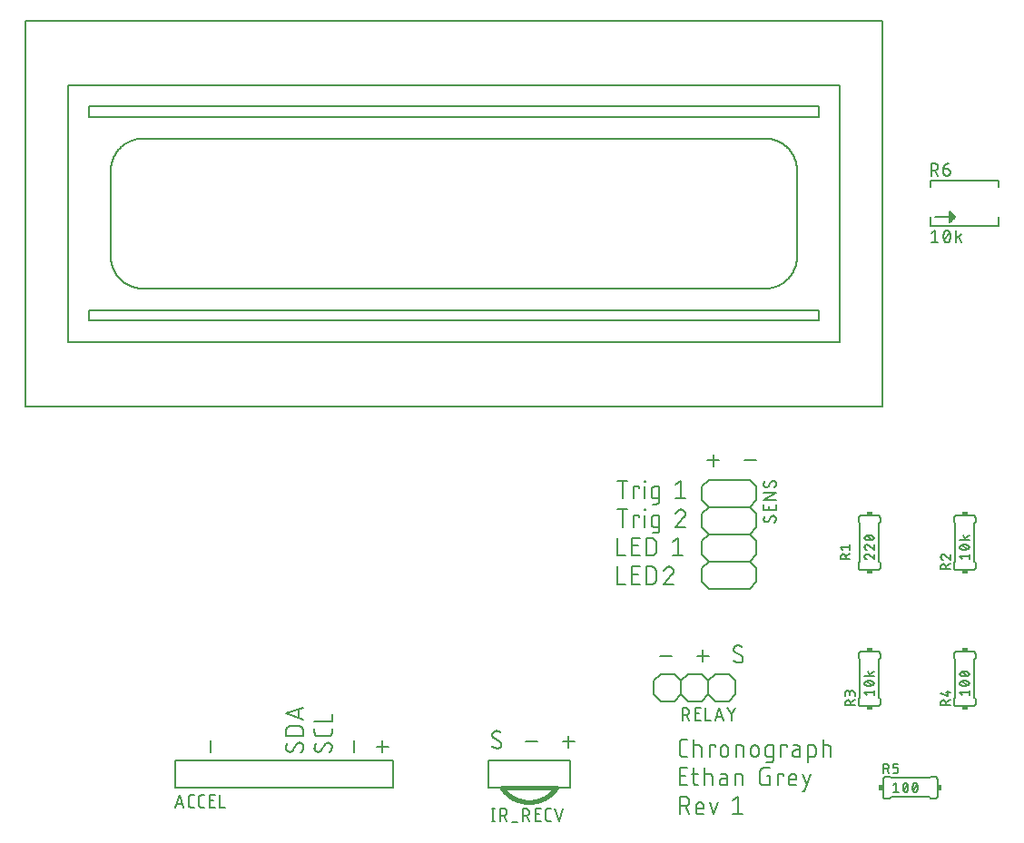
<source format=gto>
G04 EAGLE Gerber RS-274X export*
G75*
%MOMM*%
%FSLAX34Y34*%
%LPD*%
%INTop Silkscreen*%
%IPPOS*%
%AMOC8*
5,1,8,0,0,1.08239X$1,22.5*%
G01*
%ADD10C,0.152400*%
%ADD11C,0.127000*%
%ADD12R,0.508000X0.381000*%
%ADD13R,0.381000X0.508000*%
%ADD14C,0.406400*%


D10*
X674522Y355991D02*
X685360Y355991D01*
X679941Y350572D02*
X679941Y361410D01*
X708911Y355991D02*
X719748Y355991D01*
X595231Y336893D02*
X595231Y320637D01*
X590715Y336893D02*
X599746Y336893D01*
X605771Y331474D02*
X605771Y320637D01*
X605771Y331474D02*
X611190Y331474D01*
X611190Y329668D01*
X616072Y331474D02*
X616072Y320637D01*
X615621Y335990D02*
X615621Y336893D01*
X616524Y336893D01*
X616524Y335990D01*
X615621Y335990D01*
X624996Y320637D02*
X629511Y320637D01*
X624996Y320637D02*
X624895Y320639D01*
X624794Y320645D01*
X624693Y320654D01*
X624592Y320667D01*
X624492Y320684D01*
X624393Y320705D01*
X624295Y320729D01*
X624198Y320757D01*
X624101Y320789D01*
X624006Y320824D01*
X623913Y320863D01*
X623821Y320905D01*
X623730Y320951D01*
X623642Y321000D01*
X623555Y321052D01*
X623470Y321108D01*
X623387Y321166D01*
X623307Y321228D01*
X623229Y321293D01*
X623153Y321360D01*
X623080Y321430D01*
X623010Y321503D01*
X622943Y321579D01*
X622878Y321657D01*
X622816Y321737D01*
X622758Y321820D01*
X622702Y321905D01*
X622650Y321992D01*
X622601Y322080D01*
X622555Y322171D01*
X622513Y322263D01*
X622474Y322356D01*
X622439Y322451D01*
X622407Y322548D01*
X622379Y322645D01*
X622355Y322743D01*
X622334Y322842D01*
X622317Y322942D01*
X622304Y323043D01*
X622295Y323144D01*
X622289Y323245D01*
X622287Y323346D01*
X622286Y323346D02*
X622286Y328765D01*
X622287Y328765D02*
X622289Y328866D01*
X622295Y328967D01*
X622304Y329068D01*
X622317Y329169D01*
X622334Y329269D01*
X622355Y329368D01*
X622379Y329466D01*
X622407Y329563D01*
X622439Y329660D01*
X622474Y329755D01*
X622513Y329848D01*
X622555Y329940D01*
X622601Y330031D01*
X622650Y330120D01*
X622702Y330206D01*
X622758Y330291D01*
X622816Y330374D01*
X622878Y330454D01*
X622943Y330532D01*
X623010Y330608D01*
X623080Y330681D01*
X623153Y330751D01*
X623229Y330818D01*
X623307Y330883D01*
X623387Y330945D01*
X623470Y331003D01*
X623555Y331059D01*
X623642Y331111D01*
X623730Y331160D01*
X623821Y331206D01*
X623913Y331248D01*
X624006Y331287D01*
X624101Y331322D01*
X624198Y331354D01*
X624295Y331382D01*
X624393Y331406D01*
X624492Y331427D01*
X624592Y331444D01*
X624693Y331457D01*
X624794Y331466D01*
X624895Y331472D01*
X624996Y331474D01*
X629511Y331474D01*
X629511Y317928D01*
X629509Y317824D01*
X629503Y317721D01*
X629493Y317617D01*
X629479Y317514D01*
X629461Y317412D01*
X629440Y317311D01*
X629414Y317210D01*
X629385Y317111D01*
X629352Y317012D01*
X629315Y316915D01*
X629274Y316820D01*
X629230Y316726D01*
X629182Y316634D01*
X629131Y316544D01*
X629076Y316455D01*
X629018Y316369D01*
X628956Y316286D01*
X628892Y316204D01*
X628824Y316126D01*
X628754Y316050D01*
X628681Y315976D01*
X628604Y315906D01*
X628526Y315838D01*
X628444Y315774D01*
X628361Y315712D01*
X628275Y315654D01*
X628186Y315599D01*
X628096Y315548D01*
X628004Y315500D01*
X627910Y315456D01*
X627815Y315415D01*
X627718Y315378D01*
X627619Y315345D01*
X627520Y315316D01*
X627419Y315290D01*
X627318Y315269D01*
X627216Y315251D01*
X627113Y315237D01*
X627009Y315227D01*
X626906Y315221D01*
X626802Y315219D01*
X626802Y315218D02*
X623189Y315218D01*
X644903Y333280D02*
X649419Y336893D01*
X649419Y320637D01*
X653934Y320637D02*
X644903Y320637D01*
X595231Y310223D02*
X595231Y293967D01*
X590715Y310223D02*
X599746Y310223D01*
X605771Y304804D02*
X605771Y293967D01*
X605771Y304804D02*
X611190Y304804D01*
X611190Y302998D01*
X616072Y304804D02*
X616072Y293967D01*
X615621Y309320D02*
X615621Y310223D01*
X616524Y310223D01*
X616524Y309320D01*
X615621Y309320D01*
X624996Y293967D02*
X629511Y293967D01*
X624996Y293967D02*
X624895Y293969D01*
X624794Y293975D01*
X624693Y293984D01*
X624592Y293997D01*
X624492Y294014D01*
X624393Y294035D01*
X624295Y294059D01*
X624198Y294087D01*
X624101Y294119D01*
X624006Y294154D01*
X623913Y294193D01*
X623821Y294235D01*
X623730Y294281D01*
X623642Y294330D01*
X623555Y294382D01*
X623470Y294438D01*
X623387Y294496D01*
X623307Y294558D01*
X623229Y294623D01*
X623153Y294690D01*
X623080Y294760D01*
X623010Y294833D01*
X622943Y294909D01*
X622878Y294987D01*
X622816Y295067D01*
X622758Y295150D01*
X622702Y295235D01*
X622650Y295322D01*
X622601Y295410D01*
X622555Y295501D01*
X622513Y295593D01*
X622474Y295686D01*
X622439Y295781D01*
X622407Y295878D01*
X622379Y295975D01*
X622355Y296073D01*
X622334Y296172D01*
X622317Y296272D01*
X622304Y296373D01*
X622295Y296474D01*
X622289Y296575D01*
X622287Y296676D01*
X622286Y296676D02*
X622286Y302095D01*
X622287Y302095D02*
X622289Y302196D01*
X622295Y302297D01*
X622304Y302398D01*
X622317Y302499D01*
X622334Y302599D01*
X622355Y302698D01*
X622379Y302796D01*
X622407Y302893D01*
X622439Y302990D01*
X622474Y303085D01*
X622513Y303178D01*
X622555Y303270D01*
X622601Y303361D01*
X622650Y303450D01*
X622702Y303536D01*
X622758Y303621D01*
X622816Y303704D01*
X622878Y303784D01*
X622943Y303862D01*
X623010Y303938D01*
X623080Y304011D01*
X623153Y304081D01*
X623229Y304148D01*
X623307Y304213D01*
X623387Y304275D01*
X623470Y304333D01*
X623555Y304389D01*
X623642Y304441D01*
X623730Y304490D01*
X623821Y304536D01*
X623913Y304578D01*
X624006Y304617D01*
X624101Y304652D01*
X624198Y304684D01*
X624295Y304712D01*
X624393Y304736D01*
X624492Y304757D01*
X624592Y304774D01*
X624693Y304787D01*
X624794Y304796D01*
X624895Y304802D01*
X624996Y304804D01*
X629511Y304804D01*
X629511Y291258D01*
X629509Y291154D01*
X629503Y291051D01*
X629493Y290947D01*
X629479Y290844D01*
X629461Y290742D01*
X629440Y290641D01*
X629414Y290540D01*
X629385Y290441D01*
X629352Y290342D01*
X629315Y290245D01*
X629274Y290150D01*
X629230Y290056D01*
X629182Y289964D01*
X629131Y289874D01*
X629076Y289785D01*
X629018Y289699D01*
X628956Y289616D01*
X628892Y289534D01*
X628824Y289456D01*
X628754Y289380D01*
X628681Y289306D01*
X628604Y289236D01*
X628526Y289168D01*
X628444Y289104D01*
X628361Y289042D01*
X628275Y288984D01*
X628186Y288929D01*
X628096Y288878D01*
X628004Y288830D01*
X627910Y288786D01*
X627815Y288745D01*
X627718Y288708D01*
X627619Y288675D01*
X627520Y288646D01*
X627419Y288620D01*
X627318Y288599D01*
X627216Y288581D01*
X627113Y288567D01*
X627009Y288557D01*
X626906Y288551D01*
X626802Y288549D01*
X626802Y288548D02*
X623189Y288548D01*
X649870Y310223D02*
X649995Y310221D01*
X650120Y310215D01*
X650245Y310206D01*
X650369Y310192D01*
X650493Y310175D01*
X650617Y310154D01*
X650739Y310129D01*
X650861Y310100D01*
X650982Y310068D01*
X651102Y310032D01*
X651221Y309992D01*
X651338Y309949D01*
X651454Y309902D01*
X651569Y309851D01*
X651681Y309797D01*
X651793Y309739D01*
X651902Y309679D01*
X652009Y309614D01*
X652115Y309547D01*
X652218Y309476D01*
X652319Y309402D01*
X652418Y309325D01*
X652514Y309245D01*
X652608Y309162D01*
X652699Y309077D01*
X652788Y308988D01*
X652873Y308897D01*
X652956Y308803D01*
X653036Y308707D01*
X653113Y308608D01*
X653187Y308507D01*
X653258Y308404D01*
X653325Y308298D01*
X653390Y308191D01*
X653450Y308082D01*
X653508Y307970D01*
X653562Y307858D01*
X653613Y307743D01*
X653660Y307627D01*
X653703Y307510D01*
X653743Y307391D01*
X653779Y307271D01*
X653811Y307150D01*
X653840Y307028D01*
X653865Y306906D01*
X653886Y306782D01*
X653903Y306658D01*
X653917Y306534D01*
X653926Y306409D01*
X653932Y306284D01*
X653934Y306159D01*
X649870Y310223D02*
X649727Y310221D01*
X649585Y310215D01*
X649442Y310205D01*
X649300Y310192D01*
X649159Y310174D01*
X649017Y310153D01*
X648877Y310128D01*
X648737Y310099D01*
X648598Y310066D01*
X648460Y310029D01*
X648323Y309989D01*
X648188Y309945D01*
X648053Y309897D01*
X647920Y309845D01*
X647788Y309790D01*
X647658Y309731D01*
X647530Y309669D01*
X647403Y309603D01*
X647278Y309534D01*
X647155Y309462D01*
X647035Y309386D01*
X646916Y309307D01*
X646799Y309224D01*
X646685Y309139D01*
X646573Y309050D01*
X646464Y308959D01*
X646357Y308864D01*
X646252Y308767D01*
X646151Y308666D01*
X646052Y308563D01*
X645956Y308458D01*
X645863Y308349D01*
X645773Y308238D01*
X645686Y308125D01*
X645602Y308010D01*
X645522Y307892D01*
X645444Y307772D01*
X645370Y307650D01*
X645300Y307526D01*
X645232Y307400D01*
X645169Y307272D01*
X645108Y307143D01*
X645051Y307012D01*
X644998Y306880D01*
X644949Y306746D01*
X644903Y306611D01*
X652579Y302998D02*
X652673Y303090D01*
X652763Y303184D01*
X652851Y303281D01*
X652936Y303381D01*
X653018Y303483D01*
X653097Y303588D01*
X653172Y303695D01*
X653244Y303804D01*
X653313Y303915D01*
X653379Y304029D01*
X653441Y304144D01*
X653500Y304261D01*
X653555Y304380D01*
X653606Y304500D01*
X653654Y304622D01*
X653699Y304745D01*
X653739Y304869D01*
X653776Y304995D01*
X653809Y305122D01*
X653838Y305249D01*
X653864Y305378D01*
X653885Y305507D01*
X653903Y305637D01*
X653916Y305767D01*
X653926Y305897D01*
X653932Y306028D01*
X653934Y306159D01*
X652580Y302998D02*
X644903Y293967D01*
X653934Y293967D01*
X590715Y283553D02*
X590715Y267297D01*
X597940Y267297D01*
X604262Y267297D02*
X611487Y267297D01*
X604262Y267297D02*
X604262Y283553D01*
X611487Y283553D01*
X609681Y276328D02*
X604262Y276328D01*
X617779Y283553D02*
X617779Y267297D01*
X617779Y283553D02*
X622295Y283553D01*
X622426Y283551D01*
X622558Y283545D01*
X622689Y283536D01*
X622819Y283522D01*
X622950Y283505D01*
X623079Y283484D01*
X623208Y283460D01*
X623336Y283431D01*
X623464Y283399D01*
X623590Y283363D01*
X623715Y283324D01*
X623840Y283281D01*
X623962Y283234D01*
X624084Y283184D01*
X624204Y283130D01*
X624322Y283073D01*
X624438Y283012D01*
X624553Y282948D01*
X624666Y282881D01*
X624777Y282810D01*
X624885Y282736D01*
X624992Y282659D01*
X625096Y282579D01*
X625198Y282496D01*
X625297Y282411D01*
X625394Y282322D01*
X625488Y282230D01*
X625580Y282136D01*
X625669Y282039D01*
X625754Y281940D01*
X625837Y281838D01*
X625917Y281734D01*
X625994Y281627D01*
X626068Y281519D01*
X626139Y281408D01*
X626206Y281295D01*
X626270Y281180D01*
X626331Y281064D01*
X626388Y280946D01*
X626442Y280826D01*
X626492Y280704D01*
X626539Y280582D01*
X626582Y280457D01*
X626621Y280332D01*
X626657Y280206D01*
X626689Y280078D01*
X626718Y279950D01*
X626742Y279821D01*
X626763Y279692D01*
X626780Y279561D01*
X626794Y279431D01*
X626803Y279300D01*
X626809Y279168D01*
X626811Y279037D01*
X626811Y271812D01*
X626809Y271681D01*
X626803Y271549D01*
X626794Y271418D01*
X626780Y271288D01*
X626763Y271157D01*
X626742Y271028D01*
X626718Y270899D01*
X626689Y270771D01*
X626657Y270643D01*
X626621Y270517D01*
X626582Y270392D01*
X626539Y270267D01*
X626492Y270145D01*
X626442Y270023D01*
X626388Y269903D01*
X626331Y269785D01*
X626270Y269669D01*
X626206Y269554D01*
X626139Y269441D01*
X626068Y269330D01*
X625994Y269222D01*
X625917Y269115D01*
X625837Y269011D01*
X625754Y268909D01*
X625669Y268810D01*
X625580Y268713D01*
X625488Y268619D01*
X625394Y268527D01*
X625297Y268438D01*
X625198Y268353D01*
X625096Y268270D01*
X624992Y268190D01*
X624885Y268113D01*
X624777Y268039D01*
X624666Y267968D01*
X624553Y267901D01*
X624438Y267837D01*
X624322Y267776D01*
X624204Y267719D01*
X624084Y267665D01*
X623962Y267615D01*
X623840Y267568D01*
X623715Y267525D01*
X623590Y267486D01*
X623464Y267450D01*
X623336Y267418D01*
X623208Y267389D01*
X623079Y267365D01*
X622949Y267344D01*
X622819Y267327D01*
X622689Y267313D01*
X622558Y267304D01*
X622426Y267298D01*
X622295Y267296D01*
X622295Y267297D02*
X617779Y267297D01*
X642268Y279940D02*
X646784Y283553D01*
X646784Y267297D01*
X651299Y267297D02*
X642268Y267297D01*
X590715Y256883D02*
X590715Y240627D01*
X597940Y240627D01*
X604262Y240627D02*
X611487Y240627D01*
X604262Y240627D02*
X604262Y256883D01*
X611487Y256883D01*
X609681Y249658D02*
X604262Y249658D01*
X617779Y256883D02*
X617779Y240627D01*
X617779Y256883D02*
X622295Y256883D01*
X622426Y256881D01*
X622558Y256875D01*
X622689Y256866D01*
X622819Y256852D01*
X622950Y256835D01*
X623079Y256814D01*
X623208Y256790D01*
X623336Y256761D01*
X623464Y256729D01*
X623590Y256693D01*
X623715Y256654D01*
X623840Y256611D01*
X623962Y256564D01*
X624084Y256514D01*
X624204Y256460D01*
X624322Y256403D01*
X624438Y256342D01*
X624553Y256278D01*
X624666Y256211D01*
X624777Y256140D01*
X624885Y256066D01*
X624992Y255989D01*
X625096Y255909D01*
X625198Y255826D01*
X625297Y255741D01*
X625394Y255652D01*
X625488Y255560D01*
X625580Y255466D01*
X625669Y255369D01*
X625754Y255270D01*
X625837Y255168D01*
X625917Y255064D01*
X625994Y254957D01*
X626068Y254849D01*
X626139Y254738D01*
X626206Y254625D01*
X626270Y254510D01*
X626331Y254394D01*
X626388Y254276D01*
X626442Y254156D01*
X626492Y254034D01*
X626539Y253912D01*
X626582Y253787D01*
X626621Y253662D01*
X626657Y253536D01*
X626689Y253408D01*
X626718Y253280D01*
X626742Y253151D01*
X626763Y253022D01*
X626780Y252891D01*
X626794Y252761D01*
X626803Y252630D01*
X626809Y252498D01*
X626811Y252367D01*
X626811Y245142D01*
X626809Y245011D01*
X626803Y244879D01*
X626794Y244748D01*
X626780Y244618D01*
X626763Y244487D01*
X626742Y244358D01*
X626718Y244229D01*
X626689Y244101D01*
X626657Y243973D01*
X626621Y243847D01*
X626582Y243722D01*
X626539Y243597D01*
X626492Y243475D01*
X626442Y243353D01*
X626388Y243233D01*
X626331Y243115D01*
X626270Y242999D01*
X626206Y242884D01*
X626139Y242771D01*
X626068Y242660D01*
X625994Y242552D01*
X625917Y242445D01*
X625837Y242341D01*
X625754Y242239D01*
X625669Y242140D01*
X625580Y242043D01*
X625488Y241949D01*
X625394Y241857D01*
X625297Y241768D01*
X625198Y241683D01*
X625096Y241600D01*
X624992Y241520D01*
X624885Y241443D01*
X624777Y241369D01*
X624666Y241298D01*
X624553Y241231D01*
X624438Y241167D01*
X624322Y241106D01*
X624204Y241049D01*
X624084Y240995D01*
X623962Y240945D01*
X623840Y240898D01*
X623715Y240855D01*
X623590Y240816D01*
X623464Y240780D01*
X623336Y240748D01*
X623208Y240719D01*
X623079Y240695D01*
X622949Y240674D01*
X622819Y240657D01*
X622689Y240643D01*
X622558Y240634D01*
X622426Y240628D01*
X622295Y240626D01*
X622295Y240627D02*
X617779Y240627D01*
X638899Y256883D02*
X639024Y256881D01*
X639149Y256875D01*
X639274Y256866D01*
X639398Y256852D01*
X639522Y256835D01*
X639646Y256814D01*
X639768Y256789D01*
X639890Y256760D01*
X640011Y256728D01*
X640131Y256692D01*
X640250Y256652D01*
X640367Y256609D01*
X640483Y256562D01*
X640598Y256511D01*
X640710Y256457D01*
X640822Y256399D01*
X640931Y256339D01*
X641038Y256274D01*
X641144Y256207D01*
X641247Y256136D01*
X641348Y256062D01*
X641447Y255985D01*
X641543Y255905D01*
X641637Y255822D01*
X641728Y255737D01*
X641817Y255648D01*
X641902Y255557D01*
X641985Y255463D01*
X642065Y255367D01*
X642142Y255268D01*
X642216Y255167D01*
X642287Y255064D01*
X642354Y254958D01*
X642419Y254851D01*
X642479Y254742D01*
X642537Y254630D01*
X642591Y254518D01*
X642642Y254403D01*
X642689Y254287D01*
X642732Y254170D01*
X642772Y254051D01*
X642808Y253931D01*
X642840Y253810D01*
X642869Y253688D01*
X642894Y253566D01*
X642915Y253442D01*
X642932Y253318D01*
X642946Y253194D01*
X642955Y253069D01*
X642961Y252944D01*
X642963Y252819D01*
X638899Y256883D02*
X638756Y256881D01*
X638614Y256875D01*
X638471Y256865D01*
X638329Y256852D01*
X638188Y256834D01*
X638046Y256813D01*
X637906Y256788D01*
X637766Y256759D01*
X637627Y256726D01*
X637489Y256689D01*
X637352Y256649D01*
X637217Y256605D01*
X637082Y256557D01*
X636949Y256505D01*
X636817Y256450D01*
X636687Y256391D01*
X636559Y256329D01*
X636432Y256263D01*
X636307Y256194D01*
X636184Y256122D01*
X636064Y256046D01*
X635945Y255967D01*
X635828Y255884D01*
X635714Y255799D01*
X635602Y255710D01*
X635493Y255619D01*
X635386Y255524D01*
X635281Y255427D01*
X635180Y255326D01*
X635081Y255223D01*
X634985Y255118D01*
X634892Y255009D01*
X634802Y254898D01*
X634715Y254785D01*
X634631Y254670D01*
X634551Y254552D01*
X634473Y254432D01*
X634399Y254310D01*
X634329Y254186D01*
X634261Y254060D01*
X634198Y253932D01*
X634137Y253803D01*
X634080Y253672D01*
X634027Y253540D01*
X633978Y253406D01*
X633932Y253271D01*
X641608Y249658D02*
X641702Y249750D01*
X641792Y249844D01*
X641880Y249941D01*
X641965Y250041D01*
X642047Y250143D01*
X642126Y250248D01*
X642201Y250355D01*
X642273Y250464D01*
X642342Y250575D01*
X642408Y250689D01*
X642470Y250804D01*
X642529Y250921D01*
X642584Y251040D01*
X642635Y251160D01*
X642683Y251282D01*
X642728Y251405D01*
X642768Y251529D01*
X642805Y251655D01*
X642838Y251782D01*
X642867Y251909D01*
X642893Y252038D01*
X642914Y252167D01*
X642932Y252297D01*
X642945Y252427D01*
X642955Y252557D01*
X642961Y252688D01*
X642963Y252819D01*
X641608Y249658D02*
X633932Y240627D01*
X642963Y240627D01*
X641342Y173593D02*
X630504Y173593D01*
X664893Y173593D02*
X675730Y173593D01*
X670312Y168175D02*
X670312Y179012D01*
X704040Y167272D02*
X704158Y167274D01*
X704276Y167280D01*
X704394Y167289D01*
X704511Y167303D01*
X704628Y167320D01*
X704745Y167341D01*
X704860Y167366D01*
X704975Y167395D01*
X705089Y167428D01*
X705201Y167464D01*
X705312Y167504D01*
X705422Y167547D01*
X705531Y167594D01*
X705638Y167644D01*
X705743Y167699D01*
X705846Y167756D01*
X705947Y167817D01*
X706047Y167881D01*
X706144Y167948D01*
X706239Y168018D01*
X706331Y168092D01*
X706422Y168168D01*
X706509Y168248D01*
X706594Y168330D01*
X706676Y168415D01*
X706756Y168502D01*
X706832Y168593D01*
X706906Y168685D01*
X706976Y168780D01*
X707043Y168877D01*
X707107Y168977D01*
X707168Y169078D01*
X707225Y169181D01*
X707280Y169286D01*
X707330Y169393D01*
X707377Y169502D01*
X707420Y169612D01*
X707460Y169723D01*
X707496Y169835D01*
X707529Y169949D01*
X707558Y170064D01*
X707583Y170179D01*
X707604Y170296D01*
X707621Y170413D01*
X707635Y170530D01*
X707644Y170648D01*
X707650Y170766D01*
X707652Y170884D01*
X704040Y167272D02*
X703857Y167274D01*
X703675Y167281D01*
X703493Y167292D01*
X703311Y167307D01*
X703129Y167327D01*
X702948Y167350D01*
X702768Y167379D01*
X702588Y167411D01*
X702409Y167448D01*
X702232Y167489D01*
X702055Y167535D01*
X701879Y167584D01*
X701705Y167638D01*
X701531Y167696D01*
X701360Y167758D01*
X701190Y167824D01*
X701021Y167895D01*
X700854Y167969D01*
X700689Y168047D01*
X700526Y168129D01*
X700365Y168215D01*
X700206Y168305D01*
X700049Y168399D01*
X699895Y168496D01*
X699743Y168597D01*
X699593Y168702D01*
X699446Y168810D01*
X699302Y168921D01*
X699160Y169036D01*
X699021Y169155D01*
X698885Y169277D01*
X698752Y169402D01*
X698622Y169530D01*
X699073Y179915D02*
X699075Y180033D01*
X699081Y180151D01*
X699090Y180269D01*
X699104Y180386D01*
X699121Y180503D01*
X699142Y180620D01*
X699167Y180735D01*
X699196Y180850D01*
X699229Y180964D01*
X699265Y181076D01*
X699305Y181187D01*
X699348Y181297D01*
X699395Y181406D01*
X699445Y181513D01*
X699500Y181618D01*
X699557Y181721D01*
X699618Y181822D01*
X699682Y181922D01*
X699749Y182019D01*
X699819Y182114D01*
X699893Y182206D01*
X699969Y182297D01*
X700049Y182384D01*
X700131Y182469D01*
X700216Y182551D01*
X700303Y182631D01*
X700394Y182707D01*
X700486Y182781D01*
X700581Y182851D01*
X700678Y182918D01*
X700778Y182982D01*
X700879Y183043D01*
X700982Y183101D01*
X701087Y183155D01*
X701194Y183205D01*
X701303Y183252D01*
X701413Y183296D01*
X701524Y183335D01*
X701637Y183371D01*
X701750Y183404D01*
X701865Y183433D01*
X701980Y183458D01*
X702097Y183479D01*
X702214Y183496D01*
X702331Y183510D01*
X702449Y183519D01*
X702567Y183525D01*
X702685Y183527D01*
X702846Y183525D01*
X703008Y183519D01*
X703169Y183510D01*
X703330Y183496D01*
X703490Y183479D01*
X703650Y183458D01*
X703810Y183433D01*
X703969Y183404D01*
X704127Y183372D01*
X704284Y183336D01*
X704440Y183296D01*
X704596Y183252D01*
X704750Y183204D01*
X704903Y183153D01*
X705055Y183099D01*
X705206Y183040D01*
X705355Y182979D01*
X705502Y182913D01*
X705648Y182844D01*
X705793Y182772D01*
X705935Y182696D01*
X706076Y182617D01*
X706215Y182535D01*
X706351Y182449D01*
X706486Y182360D01*
X706619Y182268D01*
X706749Y182172D01*
X700879Y176754D02*
X700778Y176816D01*
X700678Y176881D01*
X700581Y176950D01*
X700486Y177022D01*
X700393Y177096D01*
X700303Y177174D01*
X700215Y177255D01*
X700130Y177338D01*
X700048Y177424D01*
X699969Y177513D01*
X699892Y177604D01*
X699819Y177698D01*
X699748Y177794D01*
X699681Y177892D01*
X699617Y177992D01*
X699556Y178095D01*
X699499Y178199D01*
X699445Y178305D01*
X699395Y178413D01*
X699348Y178522D01*
X699304Y178633D01*
X699264Y178745D01*
X699228Y178859D01*
X699196Y178973D01*
X699167Y179089D01*
X699142Y179205D01*
X699121Y179322D01*
X699104Y179440D01*
X699090Y179558D01*
X699081Y179677D01*
X699075Y179796D01*
X699073Y179915D01*
X705847Y174045D02*
X705948Y173983D01*
X706048Y173918D01*
X706145Y173849D01*
X706240Y173777D01*
X706333Y173703D01*
X706423Y173625D01*
X706511Y173544D01*
X706596Y173461D01*
X706678Y173375D01*
X706757Y173286D01*
X706834Y173195D01*
X706907Y173101D01*
X706978Y173005D01*
X707045Y172907D01*
X707109Y172807D01*
X707170Y172704D01*
X707227Y172600D01*
X707281Y172494D01*
X707331Y172386D01*
X707378Y172277D01*
X707422Y172166D01*
X707462Y172054D01*
X707498Y171940D01*
X707530Y171826D01*
X707559Y171710D01*
X707584Y171594D01*
X707605Y171477D01*
X707622Y171359D01*
X707636Y171241D01*
X707645Y171122D01*
X707651Y171003D01*
X707653Y170884D01*
X705846Y174045D02*
X700879Y176754D01*
X482322Y91001D02*
X482320Y90883D01*
X482314Y90765D01*
X482305Y90647D01*
X482291Y90530D01*
X482274Y90413D01*
X482253Y90296D01*
X482228Y90181D01*
X482199Y90066D01*
X482166Y89952D01*
X482130Y89840D01*
X482090Y89729D01*
X482047Y89619D01*
X482000Y89510D01*
X481950Y89403D01*
X481895Y89298D01*
X481838Y89195D01*
X481777Y89094D01*
X481713Y88994D01*
X481646Y88897D01*
X481576Y88802D01*
X481502Y88710D01*
X481426Y88619D01*
X481346Y88532D01*
X481264Y88447D01*
X481179Y88365D01*
X481092Y88285D01*
X481001Y88209D01*
X480909Y88135D01*
X480814Y88065D01*
X480717Y87998D01*
X480617Y87934D01*
X480516Y87873D01*
X480413Y87816D01*
X480308Y87761D01*
X480201Y87711D01*
X480092Y87664D01*
X479982Y87621D01*
X479871Y87581D01*
X479759Y87545D01*
X479645Y87512D01*
X479530Y87483D01*
X479415Y87458D01*
X479298Y87437D01*
X479181Y87420D01*
X479064Y87406D01*
X478946Y87397D01*
X478828Y87391D01*
X478710Y87389D01*
X478527Y87391D01*
X478345Y87398D01*
X478163Y87409D01*
X477981Y87424D01*
X477799Y87444D01*
X477618Y87467D01*
X477438Y87496D01*
X477258Y87528D01*
X477079Y87565D01*
X476902Y87606D01*
X476725Y87652D01*
X476549Y87701D01*
X476375Y87755D01*
X476201Y87813D01*
X476030Y87875D01*
X475860Y87941D01*
X475691Y88012D01*
X475524Y88086D01*
X475359Y88164D01*
X475196Y88246D01*
X475035Y88332D01*
X474876Y88422D01*
X474719Y88516D01*
X474565Y88613D01*
X474413Y88714D01*
X474263Y88819D01*
X474116Y88927D01*
X473972Y89038D01*
X473830Y89153D01*
X473691Y89272D01*
X473555Y89394D01*
X473422Y89519D01*
X473292Y89647D01*
X473743Y100032D02*
X473745Y100150D01*
X473751Y100268D01*
X473760Y100386D01*
X473774Y100503D01*
X473791Y100620D01*
X473812Y100737D01*
X473837Y100852D01*
X473866Y100967D01*
X473899Y101081D01*
X473935Y101193D01*
X473975Y101304D01*
X474018Y101414D01*
X474065Y101523D01*
X474115Y101630D01*
X474170Y101735D01*
X474227Y101838D01*
X474288Y101939D01*
X474352Y102039D01*
X474419Y102136D01*
X474489Y102231D01*
X474563Y102323D01*
X474639Y102414D01*
X474719Y102501D01*
X474801Y102586D01*
X474886Y102668D01*
X474973Y102748D01*
X475064Y102824D01*
X475156Y102898D01*
X475251Y102968D01*
X475348Y103035D01*
X475448Y103099D01*
X475549Y103160D01*
X475652Y103218D01*
X475757Y103272D01*
X475864Y103322D01*
X475973Y103369D01*
X476083Y103413D01*
X476194Y103452D01*
X476307Y103488D01*
X476420Y103521D01*
X476535Y103550D01*
X476650Y103575D01*
X476767Y103596D01*
X476884Y103613D01*
X477001Y103627D01*
X477119Y103636D01*
X477237Y103642D01*
X477355Y103644D01*
X477516Y103642D01*
X477678Y103636D01*
X477839Y103627D01*
X478000Y103613D01*
X478160Y103596D01*
X478320Y103575D01*
X478480Y103550D01*
X478639Y103521D01*
X478797Y103489D01*
X478954Y103453D01*
X479110Y103413D01*
X479266Y103369D01*
X479420Y103321D01*
X479573Y103270D01*
X479725Y103216D01*
X479876Y103157D01*
X480025Y103096D01*
X480172Y103030D01*
X480318Y102961D01*
X480463Y102889D01*
X480605Y102813D01*
X480746Y102734D01*
X480885Y102652D01*
X481021Y102566D01*
X481156Y102477D01*
X481289Y102385D01*
X481419Y102289D01*
X475548Y96871D02*
X475447Y96933D01*
X475347Y96998D01*
X475250Y97067D01*
X475155Y97139D01*
X475062Y97213D01*
X474972Y97291D01*
X474884Y97372D01*
X474799Y97455D01*
X474717Y97541D01*
X474638Y97630D01*
X474561Y97721D01*
X474488Y97815D01*
X474417Y97911D01*
X474350Y98009D01*
X474286Y98109D01*
X474225Y98212D01*
X474168Y98316D01*
X474114Y98422D01*
X474064Y98530D01*
X474017Y98639D01*
X473973Y98750D01*
X473933Y98862D01*
X473897Y98976D01*
X473865Y99090D01*
X473836Y99206D01*
X473811Y99322D01*
X473790Y99439D01*
X473773Y99557D01*
X473759Y99675D01*
X473750Y99794D01*
X473744Y99913D01*
X473742Y100032D01*
X480516Y94162D02*
X480617Y94100D01*
X480717Y94035D01*
X480814Y93966D01*
X480909Y93894D01*
X481002Y93820D01*
X481092Y93742D01*
X481180Y93661D01*
X481265Y93578D01*
X481347Y93492D01*
X481426Y93403D01*
X481503Y93312D01*
X481576Y93218D01*
X481647Y93122D01*
X481714Y93024D01*
X481778Y92924D01*
X481839Y92821D01*
X481896Y92717D01*
X481950Y92611D01*
X482000Y92503D01*
X482047Y92394D01*
X482091Y92283D01*
X482131Y92171D01*
X482167Y92057D01*
X482199Y91943D01*
X482228Y91827D01*
X482253Y91711D01*
X482274Y91594D01*
X482291Y91476D01*
X482305Y91358D01*
X482314Y91239D01*
X482320Y91120D01*
X482322Y91001D01*
X480516Y94162D02*
X475549Y96871D01*
X505213Y93710D02*
X516051Y93710D01*
X539602Y93710D02*
X550439Y93710D01*
X545021Y88292D02*
X545021Y99129D01*
X211318Y94467D02*
X211318Y83630D01*
X294037Y92660D02*
X294155Y92658D01*
X294273Y92652D01*
X294391Y92643D01*
X294508Y92629D01*
X294625Y92612D01*
X294742Y92591D01*
X294857Y92566D01*
X294972Y92537D01*
X295086Y92504D01*
X295198Y92468D01*
X295309Y92428D01*
X295419Y92385D01*
X295528Y92338D01*
X295635Y92288D01*
X295740Y92233D01*
X295843Y92176D01*
X295944Y92115D01*
X296044Y92051D01*
X296141Y91984D01*
X296236Y91914D01*
X296328Y91840D01*
X296419Y91764D01*
X296506Y91684D01*
X296591Y91602D01*
X296673Y91517D01*
X296753Y91430D01*
X296829Y91339D01*
X296903Y91247D01*
X296973Y91152D01*
X297040Y91055D01*
X297104Y90955D01*
X297165Y90854D01*
X297222Y90751D01*
X297277Y90646D01*
X297327Y90539D01*
X297374Y90430D01*
X297417Y90320D01*
X297457Y90209D01*
X297493Y90097D01*
X297526Y89983D01*
X297555Y89868D01*
X297580Y89753D01*
X297601Y89636D01*
X297618Y89519D01*
X297632Y89402D01*
X297641Y89284D01*
X297647Y89166D01*
X297649Y89048D01*
X297650Y89048D02*
X297648Y88865D01*
X297641Y88683D01*
X297630Y88501D01*
X297615Y88319D01*
X297595Y88137D01*
X297572Y87956D01*
X297543Y87776D01*
X297511Y87596D01*
X297474Y87417D01*
X297433Y87240D01*
X297387Y87063D01*
X297338Y86887D01*
X297284Y86713D01*
X297226Y86539D01*
X297164Y86368D01*
X297098Y86198D01*
X297027Y86029D01*
X296953Y85862D01*
X296875Y85697D01*
X296793Y85534D01*
X296707Y85373D01*
X296617Y85214D01*
X296523Y85057D01*
X296426Y84903D01*
X296325Y84751D01*
X296220Y84601D01*
X296112Y84454D01*
X296001Y84310D01*
X295886Y84168D01*
X295767Y84029D01*
X295645Y83893D01*
X295520Y83760D01*
X295392Y83630D01*
X285006Y84082D02*
X284888Y84084D01*
X284770Y84090D01*
X284652Y84099D01*
X284535Y84113D01*
X284418Y84130D01*
X284301Y84151D01*
X284186Y84176D01*
X284071Y84205D01*
X283957Y84238D01*
X283845Y84274D01*
X283734Y84314D01*
X283624Y84357D01*
X283515Y84404D01*
X283408Y84454D01*
X283303Y84509D01*
X283200Y84566D01*
X283099Y84627D01*
X282999Y84691D01*
X282902Y84758D01*
X282807Y84828D01*
X282715Y84902D01*
X282624Y84978D01*
X282537Y85058D01*
X282452Y85140D01*
X282370Y85225D01*
X282290Y85312D01*
X282214Y85403D01*
X282140Y85495D01*
X282070Y85590D01*
X282003Y85687D01*
X281939Y85787D01*
X281878Y85888D01*
X281821Y85991D01*
X281766Y86096D01*
X281716Y86203D01*
X281669Y86312D01*
X281626Y86422D01*
X281586Y86533D01*
X281550Y86645D01*
X281517Y86759D01*
X281488Y86874D01*
X281463Y86989D01*
X281442Y87106D01*
X281425Y87223D01*
X281411Y87340D01*
X281402Y87458D01*
X281396Y87576D01*
X281394Y87694D01*
X281396Y87855D01*
X281402Y88017D01*
X281411Y88178D01*
X281425Y88339D01*
X281442Y88499D01*
X281463Y88659D01*
X281488Y88819D01*
X281517Y88978D01*
X281549Y89136D01*
X281585Y89293D01*
X281625Y89449D01*
X281669Y89605D01*
X281717Y89759D01*
X281768Y89912D01*
X281822Y90064D01*
X281881Y90215D01*
X281942Y90364D01*
X282008Y90511D01*
X282077Y90657D01*
X282149Y90802D01*
X282225Y90944D01*
X282304Y91085D01*
X282386Y91224D01*
X282472Y91360D01*
X282561Y91495D01*
X282653Y91628D01*
X282749Y91758D01*
X288167Y85887D02*
X288105Y85786D01*
X288040Y85686D01*
X287971Y85589D01*
X287899Y85494D01*
X287825Y85401D01*
X287747Y85311D01*
X287666Y85223D01*
X287583Y85138D01*
X287497Y85056D01*
X287408Y84977D01*
X287317Y84900D01*
X287223Y84827D01*
X287127Y84756D01*
X287029Y84689D01*
X286929Y84625D01*
X286826Y84564D01*
X286722Y84507D01*
X286616Y84453D01*
X286508Y84403D01*
X286399Y84356D01*
X286288Y84312D01*
X286176Y84272D01*
X286062Y84236D01*
X285948Y84204D01*
X285832Y84175D01*
X285716Y84150D01*
X285599Y84129D01*
X285481Y84112D01*
X285363Y84098D01*
X285244Y84089D01*
X285125Y84083D01*
X285006Y84081D01*
X290876Y90855D02*
X290938Y90956D01*
X291003Y91056D01*
X291072Y91153D01*
X291144Y91248D01*
X291218Y91341D01*
X291296Y91431D01*
X291377Y91519D01*
X291460Y91604D01*
X291546Y91686D01*
X291635Y91765D01*
X291726Y91842D01*
X291820Y91915D01*
X291916Y91986D01*
X292014Y92053D01*
X292114Y92117D01*
X292217Y92178D01*
X292321Y92235D01*
X292427Y92289D01*
X292535Y92339D01*
X292644Y92386D01*
X292755Y92430D01*
X292867Y92470D01*
X292981Y92506D01*
X293095Y92538D01*
X293211Y92567D01*
X293327Y92592D01*
X293444Y92613D01*
X293562Y92630D01*
X293680Y92644D01*
X293799Y92653D01*
X293918Y92659D01*
X294037Y92661D01*
X290877Y90854D02*
X288167Y85887D01*
X281394Y99261D02*
X297650Y99261D01*
X281394Y99261D02*
X281394Y103776D01*
X281393Y103776D02*
X281395Y103907D01*
X281401Y104039D01*
X281410Y104170D01*
X281424Y104300D01*
X281441Y104431D01*
X281462Y104560D01*
X281486Y104689D01*
X281515Y104817D01*
X281547Y104945D01*
X281583Y105071D01*
X281622Y105196D01*
X281665Y105321D01*
X281712Y105443D01*
X281762Y105565D01*
X281816Y105685D01*
X281873Y105803D01*
X281934Y105919D01*
X281998Y106034D01*
X282065Y106147D01*
X282136Y106258D01*
X282210Y106366D01*
X282287Y106473D01*
X282367Y106577D01*
X282450Y106679D01*
X282535Y106778D01*
X282624Y106875D01*
X282716Y106969D01*
X282810Y107061D01*
X282907Y107150D01*
X283006Y107235D01*
X283108Y107318D01*
X283212Y107398D01*
X283319Y107475D01*
X283427Y107549D01*
X283538Y107620D01*
X283651Y107687D01*
X283766Y107751D01*
X283882Y107812D01*
X284000Y107869D01*
X284120Y107923D01*
X284242Y107973D01*
X284364Y108020D01*
X284489Y108063D01*
X284614Y108102D01*
X284740Y108138D01*
X284868Y108170D01*
X284996Y108199D01*
X285125Y108223D01*
X285254Y108244D01*
X285385Y108261D01*
X285515Y108275D01*
X285646Y108284D01*
X285778Y108290D01*
X285909Y108292D01*
X293134Y108292D01*
X293265Y108290D01*
X293397Y108284D01*
X293528Y108275D01*
X293658Y108261D01*
X293789Y108244D01*
X293918Y108223D01*
X294047Y108199D01*
X294175Y108170D01*
X294303Y108138D01*
X294429Y108102D01*
X294554Y108063D01*
X294679Y108020D01*
X294801Y107973D01*
X294923Y107923D01*
X295043Y107869D01*
X295161Y107812D01*
X295277Y107751D01*
X295392Y107687D01*
X295505Y107620D01*
X295616Y107549D01*
X295724Y107475D01*
X295831Y107398D01*
X295935Y107318D01*
X296037Y107235D01*
X296136Y107150D01*
X296233Y107061D01*
X296327Y106969D01*
X296419Y106875D01*
X296508Y106778D01*
X296593Y106679D01*
X296676Y106577D01*
X296756Y106473D01*
X296833Y106366D01*
X296907Y106258D01*
X296978Y106147D01*
X297045Y106034D01*
X297109Y105919D01*
X297170Y105803D01*
X297227Y105685D01*
X297281Y105565D01*
X297331Y105443D01*
X297378Y105321D01*
X297421Y105196D01*
X297460Y105071D01*
X297496Y104945D01*
X297528Y104817D01*
X297557Y104689D01*
X297581Y104560D01*
X297602Y104430D01*
X297619Y104300D01*
X297633Y104170D01*
X297642Y104039D01*
X297648Y103907D01*
X297650Y103776D01*
X297650Y99261D01*
X297650Y114510D02*
X281394Y119929D01*
X297650Y125347D01*
X293586Y123993D02*
X293586Y115865D01*
X320707Y92660D02*
X320825Y92658D01*
X320943Y92652D01*
X321061Y92643D01*
X321178Y92629D01*
X321295Y92612D01*
X321412Y92591D01*
X321527Y92566D01*
X321642Y92537D01*
X321756Y92504D01*
X321868Y92468D01*
X321979Y92428D01*
X322089Y92385D01*
X322198Y92338D01*
X322305Y92288D01*
X322410Y92233D01*
X322513Y92176D01*
X322614Y92115D01*
X322714Y92051D01*
X322811Y91984D01*
X322906Y91914D01*
X322998Y91840D01*
X323089Y91764D01*
X323176Y91684D01*
X323261Y91602D01*
X323343Y91517D01*
X323423Y91430D01*
X323499Y91339D01*
X323573Y91247D01*
X323643Y91152D01*
X323710Y91055D01*
X323774Y90955D01*
X323835Y90854D01*
X323892Y90751D01*
X323947Y90646D01*
X323997Y90539D01*
X324044Y90430D01*
X324087Y90320D01*
X324127Y90209D01*
X324163Y90097D01*
X324196Y89983D01*
X324225Y89868D01*
X324250Y89753D01*
X324271Y89636D01*
X324288Y89519D01*
X324302Y89402D01*
X324311Y89284D01*
X324317Y89166D01*
X324319Y89048D01*
X324320Y89048D02*
X324318Y88865D01*
X324311Y88683D01*
X324300Y88501D01*
X324285Y88319D01*
X324265Y88137D01*
X324242Y87956D01*
X324213Y87776D01*
X324181Y87596D01*
X324144Y87417D01*
X324103Y87240D01*
X324057Y87063D01*
X324008Y86887D01*
X323954Y86713D01*
X323896Y86539D01*
X323834Y86368D01*
X323768Y86198D01*
X323697Y86029D01*
X323623Y85862D01*
X323545Y85697D01*
X323463Y85534D01*
X323377Y85373D01*
X323287Y85214D01*
X323193Y85057D01*
X323096Y84903D01*
X322995Y84751D01*
X322890Y84601D01*
X322782Y84454D01*
X322671Y84310D01*
X322556Y84168D01*
X322437Y84029D01*
X322315Y83893D01*
X322190Y83760D01*
X322062Y83630D01*
X311676Y84082D02*
X311558Y84084D01*
X311440Y84090D01*
X311322Y84099D01*
X311205Y84113D01*
X311088Y84130D01*
X310971Y84151D01*
X310856Y84176D01*
X310741Y84205D01*
X310627Y84238D01*
X310515Y84274D01*
X310404Y84314D01*
X310294Y84357D01*
X310185Y84404D01*
X310078Y84454D01*
X309973Y84509D01*
X309870Y84566D01*
X309769Y84627D01*
X309669Y84691D01*
X309572Y84758D01*
X309477Y84828D01*
X309385Y84902D01*
X309294Y84978D01*
X309207Y85058D01*
X309122Y85140D01*
X309040Y85225D01*
X308960Y85312D01*
X308884Y85403D01*
X308810Y85495D01*
X308740Y85590D01*
X308673Y85687D01*
X308609Y85787D01*
X308548Y85888D01*
X308491Y85991D01*
X308436Y86096D01*
X308386Y86203D01*
X308339Y86312D01*
X308296Y86422D01*
X308256Y86533D01*
X308220Y86645D01*
X308187Y86759D01*
X308158Y86874D01*
X308133Y86989D01*
X308112Y87106D01*
X308095Y87223D01*
X308081Y87340D01*
X308072Y87458D01*
X308066Y87576D01*
X308064Y87694D01*
X308066Y87855D01*
X308072Y88017D01*
X308081Y88178D01*
X308095Y88339D01*
X308112Y88499D01*
X308133Y88659D01*
X308158Y88819D01*
X308187Y88978D01*
X308219Y89136D01*
X308255Y89293D01*
X308295Y89449D01*
X308339Y89605D01*
X308387Y89759D01*
X308438Y89912D01*
X308492Y90064D01*
X308551Y90215D01*
X308612Y90364D01*
X308678Y90511D01*
X308747Y90657D01*
X308819Y90802D01*
X308895Y90944D01*
X308974Y91085D01*
X309056Y91224D01*
X309142Y91360D01*
X309231Y91495D01*
X309323Y91628D01*
X309419Y91758D01*
X314837Y85887D02*
X314775Y85786D01*
X314710Y85686D01*
X314641Y85589D01*
X314569Y85494D01*
X314495Y85401D01*
X314417Y85311D01*
X314336Y85223D01*
X314253Y85138D01*
X314167Y85056D01*
X314078Y84977D01*
X313987Y84900D01*
X313893Y84827D01*
X313797Y84756D01*
X313699Y84689D01*
X313599Y84625D01*
X313496Y84564D01*
X313392Y84507D01*
X313286Y84453D01*
X313178Y84403D01*
X313069Y84356D01*
X312958Y84312D01*
X312846Y84272D01*
X312732Y84236D01*
X312618Y84204D01*
X312502Y84175D01*
X312386Y84150D01*
X312269Y84129D01*
X312151Y84112D01*
X312033Y84098D01*
X311914Y84089D01*
X311795Y84083D01*
X311676Y84081D01*
X317546Y90855D02*
X317608Y90956D01*
X317673Y91056D01*
X317742Y91153D01*
X317814Y91248D01*
X317888Y91341D01*
X317966Y91431D01*
X318047Y91519D01*
X318130Y91604D01*
X318216Y91686D01*
X318305Y91765D01*
X318396Y91842D01*
X318490Y91915D01*
X318586Y91986D01*
X318684Y92053D01*
X318784Y92117D01*
X318887Y92178D01*
X318991Y92235D01*
X319097Y92289D01*
X319205Y92339D01*
X319314Y92386D01*
X319425Y92430D01*
X319537Y92470D01*
X319651Y92506D01*
X319765Y92538D01*
X319881Y92567D01*
X319997Y92592D01*
X320114Y92613D01*
X320232Y92630D01*
X320350Y92644D01*
X320469Y92653D01*
X320588Y92659D01*
X320707Y92661D01*
X317547Y90854D02*
X314837Y85887D01*
X324320Y102313D02*
X324320Y105925D01*
X324319Y102313D02*
X324317Y102195D01*
X324311Y102077D01*
X324302Y101959D01*
X324288Y101842D01*
X324271Y101725D01*
X324250Y101608D01*
X324225Y101493D01*
X324196Y101378D01*
X324163Y101264D01*
X324127Y101152D01*
X324087Y101041D01*
X324044Y100931D01*
X323997Y100822D01*
X323947Y100715D01*
X323892Y100610D01*
X323835Y100507D01*
X323774Y100406D01*
X323710Y100306D01*
X323643Y100209D01*
X323573Y100114D01*
X323499Y100022D01*
X323423Y99931D01*
X323343Y99844D01*
X323261Y99759D01*
X323176Y99677D01*
X323089Y99597D01*
X322998Y99521D01*
X322906Y99447D01*
X322811Y99377D01*
X322714Y99310D01*
X322614Y99246D01*
X322513Y99185D01*
X322410Y99128D01*
X322305Y99073D01*
X322198Y99023D01*
X322089Y98976D01*
X321979Y98933D01*
X321868Y98893D01*
X321756Y98857D01*
X321642Y98824D01*
X321527Y98795D01*
X321412Y98770D01*
X321295Y98749D01*
X321178Y98732D01*
X321061Y98718D01*
X320943Y98709D01*
X320825Y98703D01*
X320707Y98701D01*
X320707Y98700D02*
X311676Y98700D01*
X311558Y98702D01*
X311440Y98708D01*
X311322Y98717D01*
X311204Y98731D01*
X311087Y98748D01*
X310971Y98769D01*
X310856Y98794D01*
X310741Y98823D01*
X310627Y98856D01*
X310515Y98892D01*
X310403Y98932D01*
X310293Y98975D01*
X310185Y99022D01*
X310078Y99073D01*
X309973Y99127D01*
X309870Y99184D01*
X309768Y99245D01*
X309669Y99309D01*
X309572Y99376D01*
X309477Y99447D01*
X309384Y99520D01*
X309294Y99597D01*
X309206Y99676D01*
X309121Y99758D01*
X309039Y99843D01*
X308960Y99931D01*
X308883Y100021D01*
X308810Y100114D01*
X308739Y100208D01*
X308672Y100306D01*
X308608Y100405D01*
X308547Y100506D01*
X308490Y100610D01*
X308436Y100715D01*
X308385Y100822D01*
X308338Y100930D01*
X308295Y101040D01*
X308255Y101152D01*
X308219Y101264D01*
X308186Y101378D01*
X308157Y101493D01*
X308132Y101608D01*
X308111Y101724D01*
X308094Y101841D01*
X308080Y101959D01*
X308071Y102077D01*
X308065Y102195D01*
X308063Y102313D01*
X308064Y102313D02*
X308064Y105925D01*
X308064Y112317D02*
X324320Y112317D01*
X324320Y119541D01*
X344668Y94467D02*
X344668Y83630D01*
X371338Y83630D02*
X371338Y94467D01*
X376757Y89048D02*
X365919Y89048D01*
X652074Y79502D02*
X655687Y79502D01*
X652074Y79502D02*
X651956Y79504D01*
X651838Y79510D01*
X651720Y79519D01*
X651603Y79533D01*
X651486Y79550D01*
X651369Y79571D01*
X651254Y79596D01*
X651139Y79625D01*
X651025Y79658D01*
X650913Y79694D01*
X650802Y79734D01*
X650692Y79777D01*
X650583Y79824D01*
X650476Y79874D01*
X650371Y79929D01*
X650268Y79986D01*
X650167Y80047D01*
X650067Y80111D01*
X649970Y80178D01*
X649875Y80248D01*
X649783Y80322D01*
X649692Y80398D01*
X649605Y80478D01*
X649520Y80560D01*
X649438Y80645D01*
X649358Y80732D01*
X649282Y80823D01*
X649208Y80915D01*
X649138Y81010D01*
X649071Y81107D01*
X649007Y81207D01*
X648946Y81308D01*
X648889Y81411D01*
X648834Y81516D01*
X648784Y81623D01*
X648737Y81732D01*
X648694Y81842D01*
X648654Y81953D01*
X648618Y82065D01*
X648585Y82179D01*
X648556Y82294D01*
X648531Y82409D01*
X648510Y82526D01*
X648493Y82643D01*
X648479Y82760D01*
X648470Y82878D01*
X648464Y82996D01*
X648462Y83114D01*
X648462Y92146D01*
X648464Y92264D01*
X648470Y92382D01*
X648479Y92500D01*
X648493Y92617D01*
X648510Y92734D01*
X648531Y92851D01*
X648556Y92966D01*
X648585Y93081D01*
X648618Y93195D01*
X648654Y93307D01*
X648694Y93418D01*
X648737Y93528D01*
X648784Y93637D01*
X648834Y93744D01*
X648888Y93849D01*
X648946Y93952D01*
X649007Y94053D01*
X649071Y94153D01*
X649138Y94250D01*
X649208Y94345D01*
X649282Y94437D01*
X649358Y94528D01*
X649438Y94615D01*
X649520Y94700D01*
X649605Y94782D01*
X649692Y94862D01*
X649783Y94938D01*
X649875Y95012D01*
X649970Y95082D01*
X650067Y95149D01*
X650167Y95213D01*
X650268Y95274D01*
X650371Y95331D01*
X650476Y95385D01*
X650583Y95436D01*
X650692Y95483D01*
X650802Y95526D01*
X650913Y95566D01*
X651025Y95602D01*
X651139Y95635D01*
X651254Y95664D01*
X651369Y95689D01*
X651486Y95710D01*
X651603Y95727D01*
X651720Y95741D01*
X651838Y95750D01*
X651956Y95756D01*
X652074Y95758D01*
X655687Y95758D01*
X661910Y95758D02*
X661910Y79502D01*
X661910Y90339D02*
X666425Y90339D01*
X666529Y90337D01*
X666632Y90331D01*
X666736Y90321D01*
X666839Y90307D01*
X666941Y90289D01*
X667042Y90268D01*
X667143Y90242D01*
X667242Y90213D01*
X667341Y90180D01*
X667438Y90143D01*
X667533Y90102D01*
X667627Y90058D01*
X667719Y90010D01*
X667809Y89959D01*
X667898Y89904D01*
X667984Y89846D01*
X668067Y89784D01*
X668149Y89720D01*
X668227Y89652D01*
X668303Y89582D01*
X668377Y89509D01*
X668447Y89432D01*
X668515Y89354D01*
X668579Y89272D01*
X668641Y89189D01*
X668699Y89103D01*
X668754Y89014D01*
X668805Y88924D01*
X668853Y88832D01*
X668897Y88738D01*
X668938Y88643D01*
X668975Y88546D01*
X669008Y88447D01*
X669037Y88348D01*
X669063Y88247D01*
X669084Y88146D01*
X669102Y88044D01*
X669116Y87941D01*
X669126Y87837D01*
X669132Y87734D01*
X669134Y87630D01*
X669134Y79502D01*
X676584Y79502D02*
X676584Y90339D01*
X682002Y90339D01*
X682002Y88533D01*
X686920Y86727D02*
X686920Y83114D01*
X686920Y86727D02*
X686922Y86846D01*
X686928Y86966D01*
X686938Y87085D01*
X686952Y87203D01*
X686969Y87322D01*
X686991Y87439D01*
X687016Y87556D01*
X687046Y87671D01*
X687079Y87786D01*
X687116Y87900D01*
X687156Y88012D01*
X687201Y88123D01*
X687249Y88232D01*
X687300Y88340D01*
X687355Y88446D01*
X687414Y88550D01*
X687476Y88652D01*
X687541Y88752D01*
X687610Y88850D01*
X687682Y88946D01*
X687757Y89039D01*
X687834Y89129D01*
X687915Y89217D01*
X687999Y89302D01*
X688086Y89384D01*
X688175Y89464D01*
X688267Y89540D01*
X688361Y89614D01*
X688458Y89684D01*
X688556Y89751D01*
X688657Y89815D01*
X688761Y89875D01*
X688866Y89932D01*
X688973Y89985D01*
X689081Y90035D01*
X689191Y90081D01*
X689303Y90123D01*
X689416Y90162D01*
X689530Y90197D01*
X689645Y90228D01*
X689762Y90256D01*
X689879Y90279D01*
X689996Y90299D01*
X690115Y90315D01*
X690234Y90327D01*
X690353Y90335D01*
X690472Y90339D01*
X690592Y90339D01*
X690711Y90335D01*
X690830Y90327D01*
X690949Y90315D01*
X691068Y90299D01*
X691185Y90279D01*
X691302Y90256D01*
X691419Y90228D01*
X691534Y90197D01*
X691648Y90162D01*
X691761Y90123D01*
X691873Y90081D01*
X691983Y90035D01*
X692091Y89985D01*
X692198Y89932D01*
X692303Y89875D01*
X692407Y89815D01*
X692508Y89751D01*
X692606Y89684D01*
X692703Y89614D01*
X692797Y89540D01*
X692889Y89464D01*
X692978Y89384D01*
X693065Y89302D01*
X693149Y89217D01*
X693230Y89129D01*
X693307Y89039D01*
X693382Y88946D01*
X693454Y88850D01*
X693523Y88752D01*
X693588Y88652D01*
X693650Y88550D01*
X693709Y88446D01*
X693764Y88340D01*
X693815Y88232D01*
X693863Y88123D01*
X693908Y88012D01*
X693948Y87900D01*
X693985Y87786D01*
X694018Y87671D01*
X694048Y87556D01*
X694073Y87439D01*
X694095Y87322D01*
X694112Y87203D01*
X694126Y87085D01*
X694136Y86966D01*
X694142Y86846D01*
X694144Y86727D01*
X694144Y83114D01*
X694142Y82995D01*
X694136Y82875D01*
X694126Y82756D01*
X694112Y82638D01*
X694095Y82519D01*
X694073Y82402D01*
X694048Y82285D01*
X694018Y82170D01*
X693985Y82055D01*
X693948Y81941D01*
X693908Y81829D01*
X693863Y81718D01*
X693815Y81609D01*
X693764Y81501D01*
X693709Y81395D01*
X693650Y81291D01*
X693588Y81189D01*
X693523Y81089D01*
X693454Y80991D01*
X693382Y80895D01*
X693307Y80802D01*
X693230Y80712D01*
X693149Y80624D01*
X693065Y80539D01*
X692978Y80457D01*
X692889Y80377D01*
X692797Y80301D01*
X692703Y80227D01*
X692606Y80157D01*
X692508Y80090D01*
X692407Y80026D01*
X692303Y79966D01*
X692198Y79909D01*
X692091Y79856D01*
X691983Y79806D01*
X691873Y79760D01*
X691761Y79718D01*
X691648Y79679D01*
X691534Y79644D01*
X691419Y79613D01*
X691302Y79585D01*
X691185Y79562D01*
X691068Y79542D01*
X690949Y79526D01*
X690830Y79514D01*
X690711Y79506D01*
X690592Y79502D01*
X690472Y79502D01*
X690353Y79506D01*
X690234Y79514D01*
X690115Y79526D01*
X689996Y79542D01*
X689879Y79562D01*
X689762Y79585D01*
X689645Y79613D01*
X689530Y79644D01*
X689416Y79679D01*
X689303Y79718D01*
X689191Y79760D01*
X689081Y79806D01*
X688973Y79856D01*
X688866Y79909D01*
X688761Y79966D01*
X688657Y80026D01*
X688556Y80090D01*
X688458Y80157D01*
X688361Y80227D01*
X688267Y80301D01*
X688175Y80377D01*
X688086Y80457D01*
X687999Y80539D01*
X687915Y80624D01*
X687834Y80712D01*
X687757Y80802D01*
X687682Y80895D01*
X687610Y80991D01*
X687541Y81089D01*
X687476Y81189D01*
X687414Y81291D01*
X687355Y81395D01*
X687300Y81501D01*
X687249Y81609D01*
X687201Y81718D01*
X687156Y81829D01*
X687116Y81941D01*
X687079Y82055D01*
X687046Y82170D01*
X687016Y82285D01*
X686991Y82402D01*
X686969Y82519D01*
X686952Y82638D01*
X686938Y82756D01*
X686928Y82875D01*
X686922Y82995D01*
X686920Y83114D01*
X700988Y79502D02*
X700988Y90339D01*
X705503Y90339D01*
X705607Y90337D01*
X705710Y90331D01*
X705814Y90321D01*
X705917Y90307D01*
X706019Y90289D01*
X706120Y90268D01*
X706221Y90242D01*
X706320Y90213D01*
X706419Y90180D01*
X706516Y90143D01*
X706611Y90102D01*
X706705Y90058D01*
X706797Y90010D01*
X706887Y89959D01*
X706976Y89904D01*
X707062Y89846D01*
X707145Y89784D01*
X707227Y89720D01*
X707305Y89652D01*
X707381Y89582D01*
X707455Y89509D01*
X707525Y89432D01*
X707593Y89354D01*
X707657Y89272D01*
X707719Y89189D01*
X707777Y89103D01*
X707832Y89014D01*
X707883Y88924D01*
X707931Y88832D01*
X707975Y88738D01*
X708016Y88643D01*
X708053Y88546D01*
X708086Y88447D01*
X708115Y88348D01*
X708141Y88247D01*
X708162Y88146D01*
X708180Y88044D01*
X708194Y87941D01*
X708204Y87837D01*
X708210Y87734D01*
X708212Y87630D01*
X708212Y79502D01*
X715056Y83114D02*
X715056Y86727D01*
X715058Y86846D01*
X715064Y86966D01*
X715074Y87085D01*
X715088Y87203D01*
X715105Y87322D01*
X715127Y87439D01*
X715152Y87556D01*
X715182Y87671D01*
X715215Y87786D01*
X715252Y87900D01*
X715292Y88012D01*
X715337Y88123D01*
X715385Y88232D01*
X715436Y88340D01*
X715491Y88446D01*
X715550Y88550D01*
X715612Y88652D01*
X715677Y88752D01*
X715746Y88850D01*
X715818Y88946D01*
X715893Y89039D01*
X715970Y89129D01*
X716051Y89217D01*
X716135Y89302D01*
X716222Y89384D01*
X716311Y89464D01*
X716403Y89540D01*
X716497Y89614D01*
X716594Y89684D01*
X716692Y89751D01*
X716793Y89815D01*
X716897Y89875D01*
X717002Y89932D01*
X717109Y89985D01*
X717217Y90035D01*
X717327Y90081D01*
X717439Y90123D01*
X717552Y90162D01*
X717666Y90197D01*
X717781Y90228D01*
X717898Y90256D01*
X718015Y90279D01*
X718132Y90299D01*
X718251Y90315D01*
X718370Y90327D01*
X718489Y90335D01*
X718608Y90339D01*
X718728Y90339D01*
X718847Y90335D01*
X718966Y90327D01*
X719085Y90315D01*
X719204Y90299D01*
X719321Y90279D01*
X719438Y90256D01*
X719555Y90228D01*
X719670Y90197D01*
X719784Y90162D01*
X719897Y90123D01*
X720009Y90081D01*
X720119Y90035D01*
X720227Y89985D01*
X720334Y89932D01*
X720439Y89875D01*
X720543Y89815D01*
X720644Y89751D01*
X720742Y89684D01*
X720839Y89614D01*
X720933Y89540D01*
X721025Y89464D01*
X721114Y89384D01*
X721201Y89302D01*
X721285Y89217D01*
X721366Y89129D01*
X721443Y89039D01*
X721518Y88946D01*
X721590Y88850D01*
X721659Y88752D01*
X721724Y88652D01*
X721786Y88550D01*
X721845Y88446D01*
X721900Y88340D01*
X721951Y88232D01*
X721999Y88123D01*
X722044Y88012D01*
X722084Y87900D01*
X722121Y87786D01*
X722154Y87671D01*
X722184Y87556D01*
X722209Y87439D01*
X722231Y87322D01*
X722248Y87203D01*
X722262Y87085D01*
X722272Y86966D01*
X722278Y86846D01*
X722280Y86727D01*
X722281Y86727D02*
X722281Y83114D01*
X722280Y83114D02*
X722278Y82995D01*
X722272Y82875D01*
X722262Y82756D01*
X722248Y82638D01*
X722231Y82519D01*
X722209Y82402D01*
X722184Y82285D01*
X722154Y82170D01*
X722121Y82055D01*
X722084Y81941D01*
X722044Y81829D01*
X721999Y81718D01*
X721951Y81609D01*
X721900Y81501D01*
X721845Y81395D01*
X721786Y81291D01*
X721724Y81189D01*
X721659Y81089D01*
X721590Y80991D01*
X721518Y80895D01*
X721443Y80802D01*
X721366Y80712D01*
X721285Y80624D01*
X721201Y80539D01*
X721114Y80457D01*
X721025Y80377D01*
X720933Y80301D01*
X720839Y80227D01*
X720742Y80157D01*
X720644Y80090D01*
X720543Y80026D01*
X720439Y79966D01*
X720334Y79909D01*
X720227Y79856D01*
X720119Y79806D01*
X720009Y79760D01*
X719897Y79718D01*
X719784Y79679D01*
X719670Y79644D01*
X719555Y79613D01*
X719438Y79585D01*
X719321Y79562D01*
X719204Y79542D01*
X719085Y79526D01*
X718966Y79514D01*
X718847Y79506D01*
X718728Y79502D01*
X718608Y79502D01*
X718489Y79506D01*
X718370Y79514D01*
X718251Y79526D01*
X718132Y79542D01*
X718015Y79562D01*
X717898Y79585D01*
X717781Y79613D01*
X717666Y79644D01*
X717552Y79679D01*
X717439Y79718D01*
X717327Y79760D01*
X717217Y79806D01*
X717109Y79856D01*
X717002Y79909D01*
X716897Y79966D01*
X716793Y80026D01*
X716692Y80090D01*
X716594Y80157D01*
X716497Y80227D01*
X716403Y80301D01*
X716311Y80377D01*
X716222Y80457D01*
X716135Y80539D01*
X716051Y80624D01*
X715970Y80712D01*
X715893Y80802D01*
X715818Y80895D01*
X715746Y80991D01*
X715677Y81089D01*
X715612Y81189D01*
X715550Y81291D01*
X715491Y81395D01*
X715436Y81501D01*
X715385Y81609D01*
X715337Y81718D01*
X715292Y81829D01*
X715252Y81941D01*
X715215Y82055D01*
X715182Y82170D01*
X715152Y82285D01*
X715127Y82402D01*
X715105Y82519D01*
X715088Y82638D01*
X715074Y82756D01*
X715064Y82875D01*
X715058Y82995D01*
X715056Y83114D01*
X731239Y79502D02*
X735754Y79502D01*
X731239Y79502D02*
X731138Y79504D01*
X731037Y79510D01*
X730936Y79519D01*
X730835Y79532D01*
X730735Y79549D01*
X730636Y79570D01*
X730538Y79594D01*
X730441Y79622D01*
X730344Y79654D01*
X730249Y79689D01*
X730156Y79728D01*
X730064Y79770D01*
X729973Y79816D01*
X729885Y79865D01*
X729798Y79917D01*
X729713Y79973D01*
X729630Y80031D01*
X729550Y80093D01*
X729472Y80158D01*
X729396Y80225D01*
X729323Y80295D01*
X729253Y80368D01*
X729186Y80444D01*
X729121Y80522D01*
X729059Y80602D01*
X729001Y80685D01*
X728945Y80770D01*
X728893Y80857D01*
X728844Y80945D01*
X728798Y81036D01*
X728756Y81128D01*
X728717Y81221D01*
X728682Y81316D01*
X728650Y81413D01*
X728622Y81510D01*
X728598Y81608D01*
X728577Y81707D01*
X728560Y81807D01*
X728547Y81908D01*
X728538Y82009D01*
X728532Y82110D01*
X728530Y82211D01*
X728529Y82211D02*
X728529Y87630D01*
X728530Y87630D02*
X728532Y87731D01*
X728538Y87832D01*
X728547Y87933D01*
X728560Y88034D01*
X728577Y88134D01*
X728598Y88233D01*
X728622Y88331D01*
X728650Y88428D01*
X728682Y88525D01*
X728717Y88620D01*
X728756Y88713D01*
X728798Y88805D01*
X728844Y88896D01*
X728893Y88985D01*
X728945Y89071D01*
X729001Y89156D01*
X729059Y89239D01*
X729121Y89319D01*
X729186Y89397D01*
X729253Y89473D01*
X729323Y89546D01*
X729396Y89616D01*
X729472Y89683D01*
X729550Y89748D01*
X729630Y89810D01*
X729713Y89868D01*
X729798Y89924D01*
X729885Y89976D01*
X729973Y90025D01*
X730064Y90071D01*
X730156Y90113D01*
X730249Y90152D01*
X730344Y90187D01*
X730441Y90219D01*
X730538Y90247D01*
X730636Y90271D01*
X730735Y90292D01*
X730835Y90309D01*
X730936Y90322D01*
X731037Y90331D01*
X731138Y90337D01*
X731239Y90339D01*
X735754Y90339D01*
X735754Y76793D01*
X735752Y76689D01*
X735746Y76586D01*
X735736Y76482D01*
X735722Y76379D01*
X735704Y76277D01*
X735683Y76176D01*
X735657Y76075D01*
X735628Y75976D01*
X735595Y75877D01*
X735558Y75780D01*
X735517Y75685D01*
X735473Y75591D01*
X735425Y75499D01*
X735374Y75409D01*
X735319Y75320D01*
X735261Y75234D01*
X735199Y75151D01*
X735135Y75069D01*
X735067Y74991D01*
X734997Y74915D01*
X734924Y74841D01*
X734847Y74771D01*
X734769Y74703D01*
X734687Y74639D01*
X734604Y74577D01*
X734518Y74519D01*
X734429Y74464D01*
X734339Y74413D01*
X734247Y74365D01*
X734153Y74321D01*
X734058Y74280D01*
X733961Y74243D01*
X733862Y74210D01*
X733763Y74181D01*
X733662Y74155D01*
X733561Y74134D01*
X733459Y74116D01*
X733356Y74102D01*
X733252Y74092D01*
X733149Y74086D01*
X733045Y74084D01*
X733045Y74083D02*
X729433Y74083D01*
X743277Y79502D02*
X743277Y90339D01*
X748695Y90339D01*
X748695Y88533D01*
X756700Y85824D02*
X760764Y85824D01*
X756700Y85824D02*
X756588Y85822D01*
X756477Y85816D01*
X756366Y85806D01*
X756255Y85793D01*
X756145Y85775D01*
X756036Y85753D01*
X755927Y85728D01*
X755819Y85699D01*
X755713Y85666D01*
X755607Y85629D01*
X755503Y85589D01*
X755401Y85545D01*
X755300Y85497D01*
X755201Y85446D01*
X755103Y85391D01*
X755008Y85333D01*
X754915Y85272D01*
X754824Y85207D01*
X754735Y85139D01*
X754649Y85068D01*
X754566Y84995D01*
X754485Y84918D01*
X754406Y84838D01*
X754331Y84756D01*
X754259Y84671D01*
X754189Y84584D01*
X754123Y84494D01*
X754060Y84402D01*
X754000Y84307D01*
X753944Y84211D01*
X753891Y84113D01*
X753842Y84013D01*
X753796Y83911D01*
X753754Y83808D01*
X753715Y83703D01*
X753680Y83597D01*
X753649Y83490D01*
X753622Y83382D01*
X753598Y83273D01*
X753579Y83163D01*
X753563Y83053D01*
X753551Y82942D01*
X753543Y82830D01*
X753539Y82719D01*
X753539Y82607D01*
X753543Y82496D01*
X753551Y82384D01*
X753563Y82273D01*
X753579Y82163D01*
X753598Y82053D01*
X753622Y81944D01*
X753649Y81836D01*
X753680Y81729D01*
X753715Y81623D01*
X753754Y81518D01*
X753796Y81415D01*
X753842Y81313D01*
X753891Y81213D01*
X753944Y81115D01*
X754000Y81019D01*
X754060Y80924D01*
X754123Y80832D01*
X754189Y80742D01*
X754259Y80655D01*
X754331Y80570D01*
X754406Y80488D01*
X754485Y80408D01*
X754566Y80331D01*
X754649Y80258D01*
X754735Y80187D01*
X754824Y80119D01*
X754915Y80054D01*
X755008Y79993D01*
X755103Y79935D01*
X755201Y79880D01*
X755300Y79829D01*
X755401Y79781D01*
X755503Y79737D01*
X755607Y79697D01*
X755713Y79660D01*
X755819Y79627D01*
X755927Y79598D01*
X756036Y79573D01*
X756145Y79551D01*
X756255Y79533D01*
X756366Y79520D01*
X756477Y79510D01*
X756588Y79504D01*
X756700Y79502D01*
X760764Y79502D01*
X760764Y87630D01*
X760762Y87731D01*
X760756Y87832D01*
X760747Y87933D01*
X760734Y88034D01*
X760717Y88134D01*
X760696Y88233D01*
X760672Y88331D01*
X760644Y88428D01*
X760612Y88525D01*
X760577Y88620D01*
X760538Y88713D01*
X760496Y88805D01*
X760450Y88896D01*
X760401Y88985D01*
X760349Y89071D01*
X760293Y89156D01*
X760235Y89239D01*
X760173Y89319D01*
X760108Y89397D01*
X760041Y89473D01*
X759971Y89546D01*
X759898Y89616D01*
X759822Y89683D01*
X759744Y89748D01*
X759664Y89810D01*
X759581Y89868D01*
X759496Y89924D01*
X759410Y89976D01*
X759321Y90025D01*
X759230Y90071D01*
X759138Y90113D01*
X759045Y90152D01*
X758950Y90187D01*
X758853Y90219D01*
X758756Y90247D01*
X758658Y90271D01*
X758559Y90292D01*
X758459Y90309D01*
X758358Y90322D01*
X758257Y90331D01*
X758156Y90337D01*
X758055Y90339D01*
X754443Y90339D01*
X768275Y90339D02*
X768275Y74083D01*
X768275Y90339D02*
X772791Y90339D01*
X772895Y90337D01*
X772998Y90331D01*
X773102Y90321D01*
X773205Y90307D01*
X773307Y90289D01*
X773408Y90268D01*
X773509Y90242D01*
X773608Y90213D01*
X773707Y90180D01*
X773804Y90143D01*
X773899Y90102D01*
X773993Y90058D01*
X774085Y90010D01*
X774175Y89959D01*
X774264Y89904D01*
X774350Y89846D01*
X774433Y89784D01*
X774515Y89720D01*
X774593Y89652D01*
X774669Y89582D01*
X774743Y89509D01*
X774813Y89432D01*
X774881Y89354D01*
X774945Y89272D01*
X775007Y89189D01*
X775065Y89103D01*
X775120Y89014D01*
X775171Y88924D01*
X775219Y88832D01*
X775263Y88738D01*
X775304Y88643D01*
X775341Y88546D01*
X775374Y88447D01*
X775403Y88348D01*
X775429Y88247D01*
X775450Y88146D01*
X775468Y88044D01*
X775482Y87941D01*
X775492Y87837D01*
X775498Y87734D01*
X775500Y87630D01*
X775500Y82211D01*
X775498Y82110D01*
X775492Y82009D01*
X775483Y81908D01*
X775470Y81807D01*
X775453Y81707D01*
X775432Y81608D01*
X775408Y81510D01*
X775380Y81413D01*
X775348Y81316D01*
X775313Y81221D01*
X775274Y81128D01*
X775232Y81036D01*
X775186Y80945D01*
X775137Y80856D01*
X775085Y80770D01*
X775029Y80685D01*
X774971Y80602D01*
X774909Y80522D01*
X774844Y80444D01*
X774777Y80368D01*
X774707Y80295D01*
X774634Y80225D01*
X774558Y80158D01*
X774480Y80093D01*
X774400Y80031D01*
X774317Y79973D01*
X774232Y79917D01*
X774146Y79865D01*
X774057Y79816D01*
X773966Y79770D01*
X773874Y79728D01*
X773781Y79689D01*
X773686Y79654D01*
X773589Y79622D01*
X773492Y79594D01*
X773394Y79570D01*
X773295Y79549D01*
X773195Y79532D01*
X773094Y79519D01*
X772993Y79510D01*
X772892Y79504D01*
X772791Y79502D01*
X768275Y79502D01*
X782270Y79502D02*
X782270Y95758D01*
X782270Y90339D02*
X786785Y90339D01*
X786889Y90337D01*
X786992Y90331D01*
X787096Y90321D01*
X787199Y90307D01*
X787301Y90289D01*
X787402Y90268D01*
X787503Y90242D01*
X787602Y90213D01*
X787701Y90180D01*
X787798Y90143D01*
X787893Y90102D01*
X787987Y90058D01*
X788079Y90010D01*
X788169Y89959D01*
X788258Y89904D01*
X788344Y89846D01*
X788427Y89784D01*
X788509Y89720D01*
X788587Y89652D01*
X788663Y89582D01*
X788737Y89509D01*
X788807Y89432D01*
X788875Y89354D01*
X788939Y89272D01*
X789001Y89189D01*
X789059Y89103D01*
X789114Y89014D01*
X789165Y88924D01*
X789213Y88832D01*
X789257Y88738D01*
X789298Y88643D01*
X789335Y88546D01*
X789368Y88447D01*
X789397Y88348D01*
X789423Y88247D01*
X789444Y88146D01*
X789462Y88044D01*
X789476Y87941D01*
X789486Y87837D01*
X789492Y87734D01*
X789494Y87630D01*
X789495Y87630D02*
X789495Y79502D01*
X655687Y52832D02*
X648462Y52832D01*
X648462Y69088D01*
X655687Y69088D01*
X653881Y61863D02*
X648462Y61863D01*
X660022Y63669D02*
X665441Y63669D01*
X661828Y69088D02*
X661828Y55541D01*
X661829Y55541D02*
X661831Y55440D01*
X661837Y55339D01*
X661846Y55238D01*
X661859Y55137D01*
X661876Y55037D01*
X661897Y54938D01*
X661921Y54840D01*
X661949Y54743D01*
X661981Y54646D01*
X662016Y54551D01*
X662055Y54458D01*
X662097Y54366D01*
X662143Y54275D01*
X662192Y54186D01*
X662244Y54100D01*
X662300Y54015D01*
X662358Y53932D01*
X662420Y53852D01*
X662485Y53774D01*
X662552Y53698D01*
X662622Y53625D01*
X662695Y53555D01*
X662771Y53488D01*
X662849Y53423D01*
X662929Y53361D01*
X663012Y53303D01*
X663097Y53247D01*
X663184Y53195D01*
X663272Y53146D01*
X663363Y53100D01*
X663455Y53058D01*
X663548Y53019D01*
X663643Y52984D01*
X663740Y52952D01*
X663837Y52924D01*
X663935Y52900D01*
X664034Y52879D01*
X664134Y52862D01*
X664235Y52849D01*
X664336Y52840D01*
X664437Y52834D01*
X664538Y52832D01*
X665441Y52832D01*
X671740Y52832D02*
X671740Y69088D01*
X671740Y63669D02*
X676256Y63669D01*
X676360Y63667D01*
X676463Y63661D01*
X676567Y63651D01*
X676670Y63637D01*
X676772Y63619D01*
X676873Y63598D01*
X676974Y63572D01*
X677073Y63543D01*
X677172Y63510D01*
X677269Y63473D01*
X677364Y63432D01*
X677458Y63388D01*
X677550Y63340D01*
X677640Y63289D01*
X677729Y63234D01*
X677815Y63176D01*
X677898Y63114D01*
X677980Y63050D01*
X678058Y62982D01*
X678134Y62912D01*
X678208Y62839D01*
X678278Y62762D01*
X678346Y62684D01*
X678410Y62602D01*
X678472Y62519D01*
X678530Y62433D01*
X678585Y62344D01*
X678636Y62254D01*
X678684Y62162D01*
X678728Y62068D01*
X678769Y61973D01*
X678806Y61876D01*
X678839Y61777D01*
X678868Y61678D01*
X678894Y61577D01*
X678915Y61476D01*
X678933Y61374D01*
X678947Y61271D01*
X678957Y61167D01*
X678963Y61064D01*
X678965Y60960D01*
X678965Y52832D01*
X688896Y59154D02*
X692960Y59154D01*
X688896Y59154D02*
X688784Y59152D01*
X688673Y59146D01*
X688562Y59136D01*
X688451Y59123D01*
X688341Y59105D01*
X688232Y59083D01*
X688123Y59058D01*
X688015Y59029D01*
X687909Y58996D01*
X687803Y58959D01*
X687699Y58919D01*
X687597Y58875D01*
X687496Y58827D01*
X687397Y58776D01*
X687299Y58721D01*
X687204Y58663D01*
X687111Y58602D01*
X687020Y58537D01*
X686931Y58469D01*
X686845Y58398D01*
X686762Y58325D01*
X686681Y58248D01*
X686602Y58168D01*
X686527Y58086D01*
X686455Y58001D01*
X686385Y57914D01*
X686319Y57824D01*
X686256Y57732D01*
X686196Y57637D01*
X686140Y57541D01*
X686087Y57443D01*
X686038Y57343D01*
X685992Y57241D01*
X685950Y57138D01*
X685911Y57033D01*
X685876Y56927D01*
X685845Y56820D01*
X685818Y56712D01*
X685794Y56603D01*
X685775Y56493D01*
X685759Y56383D01*
X685747Y56272D01*
X685739Y56160D01*
X685735Y56049D01*
X685735Y55937D01*
X685739Y55826D01*
X685747Y55714D01*
X685759Y55603D01*
X685775Y55493D01*
X685794Y55383D01*
X685818Y55274D01*
X685845Y55166D01*
X685876Y55059D01*
X685911Y54953D01*
X685950Y54848D01*
X685992Y54745D01*
X686038Y54643D01*
X686087Y54543D01*
X686140Y54445D01*
X686196Y54349D01*
X686256Y54254D01*
X686319Y54162D01*
X686385Y54072D01*
X686455Y53985D01*
X686527Y53900D01*
X686602Y53818D01*
X686681Y53738D01*
X686762Y53661D01*
X686845Y53588D01*
X686931Y53517D01*
X687020Y53449D01*
X687111Y53384D01*
X687204Y53323D01*
X687299Y53265D01*
X687397Y53210D01*
X687496Y53159D01*
X687597Y53111D01*
X687699Y53067D01*
X687803Y53027D01*
X687909Y52990D01*
X688015Y52957D01*
X688123Y52928D01*
X688232Y52903D01*
X688341Y52881D01*
X688451Y52863D01*
X688562Y52850D01*
X688673Y52840D01*
X688784Y52834D01*
X688896Y52832D01*
X692960Y52832D01*
X692960Y60960D01*
X692959Y60960D02*
X692957Y61061D01*
X692951Y61162D01*
X692942Y61263D01*
X692929Y61364D01*
X692912Y61464D01*
X692891Y61563D01*
X692867Y61661D01*
X692839Y61758D01*
X692807Y61855D01*
X692772Y61950D01*
X692733Y62043D01*
X692691Y62135D01*
X692645Y62226D01*
X692596Y62315D01*
X692544Y62401D01*
X692488Y62486D01*
X692430Y62569D01*
X692368Y62649D01*
X692303Y62727D01*
X692236Y62803D01*
X692166Y62876D01*
X692093Y62946D01*
X692017Y63013D01*
X691939Y63078D01*
X691859Y63140D01*
X691776Y63198D01*
X691691Y63254D01*
X691605Y63306D01*
X691516Y63355D01*
X691425Y63401D01*
X691333Y63443D01*
X691240Y63482D01*
X691145Y63517D01*
X691048Y63549D01*
X690951Y63577D01*
X690853Y63601D01*
X690754Y63622D01*
X690654Y63639D01*
X690553Y63652D01*
X690452Y63661D01*
X690351Y63667D01*
X690250Y63669D01*
X686638Y63669D01*
X700397Y63669D02*
X700397Y52832D01*
X700397Y63669D02*
X704913Y63669D01*
X705017Y63667D01*
X705120Y63661D01*
X705224Y63651D01*
X705327Y63637D01*
X705429Y63619D01*
X705530Y63598D01*
X705631Y63572D01*
X705730Y63543D01*
X705829Y63510D01*
X705926Y63473D01*
X706021Y63432D01*
X706115Y63388D01*
X706207Y63340D01*
X706297Y63289D01*
X706386Y63234D01*
X706472Y63176D01*
X706555Y63114D01*
X706637Y63050D01*
X706715Y62982D01*
X706791Y62912D01*
X706865Y62839D01*
X706935Y62762D01*
X707003Y62684D01*
X707067Y62602D01*
X707129Y62519D01*
X707187Y62433D01*
X707242Y62344D01*
X707293Y62254D01*
X707341Y62162D01*
X707385Y62068D01*
X707426Y61973D01*
X707463Y61876D01*
X707496Y61777D01*
X707525Y61678D01*
X707551Y61577D01*
X707572Y61476D01*
X707590Y61374D01*
X707604Y61271D01*
X707614Y61167D01*
X707620Y61064D01*
X707622Y60960D01*
X707622Y52832D01*
X729784Y61863D02*
X732493Y61863D01*
X732493Y52832D01*
X727074Y52832D01*
X726956Y52834D01*
X726838Y52840D01*
X726720Y52849D01*
X726603Y52863D01*
X726486Y52880D01*
X726369Y52901D01*
X726254Y52926D01*
X726139Y52955D01*
X726025Y52988D01*
X725913Y53024D01*
X725802Y53064D01*
X725692Y53107D01*
X725583Y53154D01*
X725476Y53204D01*
X725371Y53259D01*
X725268Y53316D01*
X725167Y53377D01*
X725067Y53441D01*
X724970Y53508D01*
X724875Y53578D01*
X724783Y53652D01*
X724692Y53728D01*
X724605Y53808D01*
X724520Y53890D01*
X724438Y53975D01*
X724358Y54062D01*
X724282Y54153D01*
X724208Y54245D01*
X724138Y54340D01*
X724071Y54437D01*
X724007Y54537D01*
X723946Y54638D01*
X723889Y54741D01*
X723834Y54846D01*
X723784Y54953D01*
X723737Y55062D01*
X723694Y55172D01*
X723654Y55283D01*
X723618Y55395D01*
X723585Y55509D01*
X723556Y55624D01*
X723531Y55739D01*
X723510Y55856D01*
X723493Y55973D01*
X723479Y56090D01*
X723470Y56208D01*
X723464Y56326D01*
X723462Y56444D01*
X723462Y65476D01*
X723464Y65594D01*
X723470Y65712D01*
X723479Y65830D01*
X723493Y65947D01*
X723510Y66064D01*
X723531Y66181D01*
X723556Y66296D01*
X723585Y66411D01*
X723618Y66525D01*
X723654Y66637D01*
X723694Y66748D01*
X723737Y66858D01*
X723784Y66967D01*
X723834Y67074D01*
X723888Y67179D01*
X723946Y67282D01*
X724007Y67383D01*
X724071Y67483D01*
X724138Y67580D01*
X724208Y67675D01*
X724282Y67767D01*
X724358Y67858D01*
X724438Y67945D01*
X724520Y68030D01*
X724605Y68112D01*
X724692Y68192D01*
X724783Y68268D01*
X724875Y68342D01*
X724970Y68412D01*
X725067Y68479D01*
X725167Y68543D01*
X725268Y68604D01*
X725371Y68661D01*
X725476Y68715D01*
X725583Y68766D01*
X725692Y68813D01*
X725802Y68856D01*
X725913Y68896D01*
X726025Y68932D01*
X726139Y68965D01*
X726254Y68994D01*
X726369Y69019D01*
X726486Y69040D01*
X726603Y69057D01*
X726720Y69071D01*
X726838Y69080D01*
X726956Y69086D01*
X727074Y69088D01*
X732493Y69088D01*
X740081Y63669D02*
X740081Y52832D01*
X740081Y63669D02*
X745500Y63669D01*
X745500Y61863D01*
X753126Y52832D02*
X757642Y52832D01*
X753126Y52832D02*
X753025Y52834D01*
X752924Y52840D01*
X752823Y52849D01*
X752722Y52862D01*
X752622Y52879D01*
X752523Y52900D01*
X752425Y52924D01*
X752328Y52952D01*
X752231Y52984D01*
X752136Y53019D01*
X752043Y53058D01*
X751951Y53100D01*
X751860Y53146D01*
X751772Y53195D01*
X751685Y53247D01*
X751600Y53303D01*
X751517Y53361D01*
X751437Y53423D01*
X751359Y53488D01*
X751283Y53555D01*
X751210Y53625D01*
X751140Y53698D01*
X751073Y53774D01*
X751008Y53852D01*
X750946Y53932D01*
X750888Y54015D01*
X750832Y54100D01*
X750780Y54186D01*
X750731Y54275D01*
X750685Y54366D01*
X750643Y54458D01*
X750604Y54551D01*
X750569Y54646D01*
X750537Y54743D01*
X750509Y54840D01*
X750485Y54938D01*
X750464Y55037D01*
X750447Y55137D01*
X750434Y55238D01*
X750425Y55339D01*
X750419Y55440D01*
X750417Y55541D01*
X750417Y60057D01*
X750418Y60057D02*
X750420Y60176D01*
X750426Y60296D01*
X750436Y60415D01*
X750450Y60533D01*
X750467Y60652D01*
X750489Y60769D01*
X750514Y60886D01*
X750544Y61001D01*
X750577Y61116D01*
X750614Y61230D01*
X750654Y61342D01*
X750699Y61453D01*
X750747Y61562D01*
X750798Y61670D01*
X750853Y61776D01*
X750912Y61880D01*
X750974Y61982D01*
X751039Y62082D01*
X751108Y62180D01*
X751180Y62276D01*
X751255Y62369D01*
X751332Y62459D01*
X751413Y62547D01*
X751497Y62632D01*
X751584Y62714D01*
X751673Y62794D01*
X751765Y62870D01*
X751859Y62944D01*
X751956Y63014D01*
X752054Y63081D01*
X752155Y63145D01*
X752259Y63205D01*
X752364Y63262D01*
X752471Y63315D01*
X752579Y63365D01*
X752689Y63411D01*
X752801Y63453D01*
X752914Y63492D01*
X753028Y63527D01*
X753143Y63558D01*
X753260Y63586D01*
X753377Y63609D01*
X753494Y63629D01*
X753613Y63645D01*
X753732Y63657D01*
X753851Y63665D01*
X753970Y63669D01*
X754090Y63669D01*
X754209Y63665D01*
X754328Y63657D01*
X754447Y63645D01*
X754566Y63629D01*
X754683Y63609D01*
X754800Y63586D01*
X754917Y63558D01*
X755032Y63527D01*
X755146Y63492D01*
X755259Y63453D01*
X755371Y63411D01*
X755481Y63365D01*
X755589Y63315D01*
X755696Y63262D01*
X755801Y63205D01*
X755905Y63145D01*
X756006Y63081D01*
X756104Y63014D01*
X756201Y62944D01*
X756295Y62870D01*
X756387Y62794D01*
X756476Y62714D01*
X756563Y62632D01*
X756647Y62547D01*
X756728Y62459D01*
X756805Y62369D01*
X756880Y62276D01*
X756952Y62180D01*
X757021Y62082D01*
X757086Y61982D01*
X757148Y61880D01*
X757207Y61776D01*
X757262Y61670D01*
X757313Y61562D01*
X757361Y61453D01*
X757406Y61342D01*
X757446Y61230D01*
X757483Y61116D01*
X757516Y61001D01*
X757546Y60886D01*
X757571Y60769D01*
X757593Y60652D01*
X757610Y60533D01*
X757624Y60415D01*
X757634Y60296D01*
X757640Y60176D01*
X757642Y60057D01*
X757642Y58251D01*
X750417Y58251D01*
X763443Y47413D02*
X765249Y47413D01*
X770668Y63669D01*
X763443Y63669D02*
X767056Y52832D01*
X648462Y42418D02*
X648462Y26162D01*
X648462Y42418D02*
X652978Y42418D01*
X653111Y42416D01*
X653243Y42410D01*
X653375Y42400D01*
X653507Y42387D01*
X653639Y42369D01*
X653769Y42348D01*
X653900Y42323D01*
X654029Y42294D01*
X654157Y42261D01*
X654285Y42225D01*
X654411Y42185D01*
X654536Y42141D01*
X654660Y42093D01*
X654782Y42042D01*
X654903Y41987D01*
X655022Y41929D01*
X655140Y41867D01*
X655255Y41802D01*
X655369Y41733D01*
X655480Y41662D01*
X655589Y41586D01*
X655696Y41508D01*
X655801Y41427D01*
X655903Y41342D01*
X656003Y41255D01*
X656100Y41165D01*
X656195Y41072D01*
X656286Y40976D01*
X656375Y40878D01*
X656461Y40777D01*
X656544Y40673D01*
X656624Y40567D01*
X656700Y40459D01*
X656774Y40349D01*
X656844Y40236D01*
X656911Y40122D01*
X656974Y40005D01*
X657034Y39887D01*
X657091Y39767D01*
X657144Y39645D01*
X657193Y39522D01*
X657239Y39398D01*
X657281Y39272D01*
X657319Y39145D01*
X657354Y39017D01*
X657385Y38888D01*
X657412Y38759D01*
X657435Y38628D01*
X657455Y38497D01*
X657470Y38365D01*
X657482Y38233D01*
X657490Y38101D01*
X657494Y37968D01*
X657494Y37836D01*
X657490Y37703D01*
X657482Y37571D01*
X657470Y37439D01*
X657455Y37307D01*
X657435Y37176D01*
X657412Y37045D01*
X657385Y36916D01*
X657354Y36787D01*
X657319Y36659D01*
X657281Y36532D01*
X657239Y36406D01*
X657193Y36282D01*
X657144Y36159D01*
X657091Y36037D01*
X657034Y35917D01*
X656974Y35799D01*
X656911Y35682D01*
X656844Y35568D01*
X656774Y35455D01*
X656700Y35345D01*
X656624Y35237D01*
X656544Y35131D01*
X656461Y35027D01*
X656375Y34926D01*
X656286Y34828D01*
X656195Y34732D01*
X656100Y34639D01*
X656003Y34549D01*
X655903Y34462D01*
X655801Y34377D01*
X655696Y34296D01*
X655589Y34218D01*
X655480Y34142D01*
X655369Y34071D01*
X655255Y34002D01*
X655140Y33937D01*
X655022Y33875D01*
X654903Y33817D01*
X654782Y33762D01*
X654660Y33711D01*
X654536Y33663D01*
X654411Y33619D01*
X654285Y33579D01*
X654157Y33543D01*
X654029Y33510D01*
X653900Y33481D01*
X653769Y33456D01*
X653639Y33435D01*
X653507Y33417D01*
X653375Y33404D01*
X653243Y33394D01*
X653111Y33388D01*
X652978Y33386D01*
X652978Y33387D02*
X648462Y33387D01*
X653881Y33387D02*
X657493Y26162D01*
X666572Y26162D02*
X671088Y26162D01*
X666572Y26162D02*
X666471Y26164D01*
X666370Y26170D01*
X666269Y26179D01*
X666168Y26192D01*
X666068Y26209D01*
X665969Y26230D01*
X665871Y26254D01*
X665774Y26282D01*
X665677Y26314D01*
X665582Y26349D01*
X665489Y26388D01*
X665397Y26430D01*
X665306Y26476D01*
X665218Y26525D01*
X665131Y26577D01*
X665046Y26633D01*
X664963Y26691D01*
X664883Y26753D01*
X664805Y26818D01*
X664729Y26885D01*
X664656Y26955D01*
X664586Y27028D01*
X664519Y27104D01*
X664454Y27182D01*
X664392Y27262D01*
X664334Y27345D01*
X664278Y27430D01*
X664226Y27516D01*
X664177Y27605D01*
X664131Y27696D01*
X664089Y27788D01*
X664050Y27881D01*
X664015Y27976D01*
X663983Y28073D01*
X663955Y28170D01*
X663931Y28268D01*
X663910Y28367D01*
X663893Y28467D01*
X663880Y28568D01*
X663871Y28669D01*
X663865Y28770D01*
X663863Y28871D01*
X663863Y33387D01*
X663865Y33506D01*
X663871Y33626D01*
X663881Y33745D01*
X663895Y33863D01*
X663912Y33982D01*
X663934Y34099D01*
X663959Y34216D01*
X663989Y34331D01*
X664022Y34446D01*
X664059Y34560D01*
X664099Y34672D01*
X664144Y34783D01*
X664192Y34892D01*
X664243Y35000D01*
X664298Y35106D01*
X664357Y35210D01*
X664419Y35312D01*
X664484Y35412D01*
X664553Y35510D01*
X664625Y35606D01*
X664700Y35699D01*
X664777Y35789D01*
X664858Y35877D01*
X664942Y35962D01*
X665029Y36044D01*
X665118Y36124D01*
X665210Y36200D01*
X665304Y36274D01*
X665401Y36344D01*
X665499Y36411D01*
X665600Y36475D01*
X665704Y36535D01*
X665809Y36592D01*
X665916Y36645D01*
X666024Y36695D01*
X666134Y36741D01*
X666246Y36783D01*
X666359Y36822D01*
X666473Y36857D01*
X666588Y36888D01*
X666705Y36916D01*
X666822Y36939D01*
X666939Y36959D01*
X667058Y36975D01*
X667177Y36987D01*
X667296Y36995D01*
X667415Y36999D01*
X667535Y36999D01*
X667654Y36995D01*
X667773Y36987D01*
X667892Y36975D01*
X668011Y36959D01*
X668128Y36939D01*
X668245Y36916D01*
X668362Y36888D01*
X668477Y36857D01*
X668591Y36822D01*
X668704Y36783D01*
X668816Y36741D01*
X668926Y36695D01*
X669034Y36645D01*
X669141Y36592D01*
X669246Y36535D01*
X669350Y36475D01*
X669451Y36411D01*
X669549Y36344D01*
X669646Y36274D01*
X669740Y36200D01*
X669832Y36124D01*
X669921Y36044D01*
X670008Y35962D01*
X670092Y35877D01*
X670173Y35789D01*
X670250Y35699D01*
X670325Y35606D01*
X670397Y35510D01*
X670466Y35412D01*
X670531Y35312D01*
X670593Y35210D01*
X670652Y35106D01*
X670707Y35000D01*
X670758Y34892D01*
X670806Y34783D01*
X670851Y34672D01*
X670891Y34560D01*
X670928Y34446D01*
X670961Y34331D01*
X670991Y34216D01*
X671016Y34099D01*
X671038Y33982D01*
X671055Y33863D01*
X671069Y33745D01*
X671079Y33626D01*
X671085Y33506D01*
X671087Y33387D01*
X671088Y33387D02*
X671088Y31581D01*
X663863Y31581D01*
X676889Y36999D02*
X680501Y26162D01*
X684114Y36999D01*
X698390Y38806D02*
X702906Y42418D01*
X702906Y26162D01*
X707421Y26162D02*
X698390Y26162D01*
D11*
X381000Y76200D02*
X177800Y76200D01*
X381000Y76200D02*
X381000Y50800D01*
X177800Y50800D01*
X177800Y76200D01*
X182283Y43726D02*
X178473Y32296D01*
X186093Y32296D02*
X182283Y43726D01*
X185141Y35154D02*
X179426Y35154D01*
X193041Y32296D02*
X195581Y32296D01*
X193041Y32296D02*
X192941Y32298D01*
X192842Y32304D01*
X192742Y32314D01*
X192644Y32327D01*
X192545Y32345D01*
X192448Y32366D01*
X192352Y32391D01*
X192256Y32420D01*
X192162Y32453D01*
X192069Y32489D01*
X191978Y32529D01*
X191888Y32573D01*
X191800Y32620D01*
X191714Y32670D01*
X191630Y32724D01*
X191548Y32781D01*
X191469Y32841D01*
X191391Y32905D01*
X191317Y32971D01*
X191245Y33040D01*
X191176Y33112D01*
X191110Y33186D01*
X191046Y33264D01*
X190986Y33343D01*
X190929Y33425D01*
X190875Y33509D01*
X190825Y33595D01*
X190778Y33683D01*
X190734Y33773D01*
X190694Y33864D01*
X190658Y33957D01*
X190625Y34051D01*
X190596Y34147D01*
X190571Y34243D01*
X190550Y34340D01*
X190532Y34439D01*
X190519Y34537D01*
X190509Y34637D01*
X190503Y34736D01*
X190501Y34836D01*
X190501Y41186D01*
X190503Y41286D01*
X190509Y41385D01*
X190519Y41485D01*
X190532Y41583D01*
X190550Y41682D01*
X190571Y41779D01*
X190596Y41875D01*
X190625Y41971D01*
X190658Y42065D01*
X190694Y42158D01*
X190734Y42249D01*
X190778Y42339D01*
X190825Y42427D01*
X190875Y42513D01*
X190929Y42597D01*
X190986Y42679D01*
X191046Y42758D01*
X191110Y42836D01*
X191176Y42910D01*
X191245Y42982D01*
X191317Y43051D01*
X191391Y43117D01*
X191469Y43181D01*
X191548Y43241D01*
X191630Y43298D01*
X191714Y43352D01*
X191800Y43402D01*
X191888Y43449D01*
X191978Y43493D01*
X192069Y43533D01*
X192162Y43569D01*
X192256Y43602D01*
X192352Y43631D01*
X192448Y43656D01*
X192545Y43677D01*
X192644Y43695D01*
X192742Y43708D01*
X192842Y43718D01*
X192941Y43724D01*
X193041Y43726D01*
X195581Y43726D01*
X202566Y32296D02*
X205106Y32296D01*
X202566Y32296D02*
X202466Y32298D01*
X202367Y32304D01*
X202267Y32314D01*
X202169Y32327D01*
X202070Y32345D01*
X201973Y32366D01*
X201877Y32391D01*
X201781Y32420D01*
X201687Y32453D01*
X201594Y32489D01*
X201503Y32529D01*
X201413Y32573D01*
X201325Y32620D01*
X201239Y32670D01*
X201155Y32724D01*
X201073Y32781D01*
X200994Y32841D01*
X200916Y32905D01*
X200842Y32971D01*
X200770Y33040D01*
X200701Y33112D01*
X200635Y33186D01*
X200571Y33264D01*
X200511Y33343D01*
X200454Y33425D01*
X200400Y33509D01*
X200350Y33595D01*
X200303Y33683D01*
X200259Y33773D01*
X200219Y33864D01*
X200183Y33957D01*
X200150Y34051D01*
X200121Y34147D01*
X200096Y34243D01*
X200075Y34340D01*
X200057Y34439D01*
X200044Y34537D01*
X200034Y34637D01*
X200028Y34736D01*
X200026Y34836D01*
X200026Y41186D01*
X200028Y41286D01*
X200034Y41385D01*
X200044Y41485D01*
X200057Y41583D01*
X200075Y41682D01*
X200096Y41779D01*
X200121Y41875D01*
X200150Y41971D01*
X200183Y42065D01*
X200219Y42158D01*
X200259Y42249D01*
X200303Y42339D01*
X200350Y42427D01*
X200400Y42513D01*
X200454Y42597D01*
X200511Y42679D01*
X200571Y42758D01*
X200635Y42836D01*
X200701Y42910D01*
X200770Y42982D01*
X200842Y43051D01*
X200916Y43117D01*
X200994Y43181D01*
X201073Y43241D01*
X201155Y43298D01*
X201239Y43352D01*
X201325Y43402D01*
X201413Y43449D01*
X201503Y43493D01*
X201594Y43533D01*
X201687Y43569D01*
X201781Y43602D01*
X201877Y43631D01*
X201973Y43656D01*
X202070Y43677D01*
X202169Y43695D01*
X202267Y43708D01*
X202367Y43718D01*
X202466Y43724D01*
X202566Y43726D01*
X205106Y43726D01*
X209994Y32296D02*
X215074Y32296D01*
X209994Y32296D02*
X209994Y43726D01*
X215074Y43726D01*
X213804Y38646D02*
X209994Y38646D01*
X219900Y43726D02*
X219900Y32296D01*
X224980Y32296D01*
D10*
X815340Y256540D02*
X815342Y256440D01*
X815348Y256341D01*
X815358Y256241D01*
X815371Y256143D01*
X815389Y256044D01*
X815410Y255947D01*
X815435Y255851D01*
X815464Y255755D01*
X815497Y255661D01*
X815533Y255568D01*
X815573Y255477D01*
X815617Y255387D01*
X815664Y255299D01*
X815714Y255213D01*
X815768Y255129D01*
X815825Y255047D01*
X815885Y254968D01*
X815949Y254890D01*
X816015Y254816D01*
X816084Y254744D01*
X816156Y254675D01*
X816230Y254609D01*
X816308Y254545D01*
X816387Y254485D01*
X816469Y254428D01*
X816553Y254374D01*
X816639Y254324D01*
X816727Y254277D01*
X816817Y254233D01*
X816908Y254193D01*
X817001Y254157D01*
X817095Y254124D01*
X817191Y254095D01*
X817287Y254070D01*
X817384Y254049D01*
X817483Y254031D01*
X817581Y254018D01*
X817681Y254008D01*
X817780Y254002D01*
X817880Y254000D01*
X833120Y254000D02*
X833220Y254002D01*
X833319Y254008D01*
X833419Y254018D01*
X833517Y254031D01*
X833616Y254049D01*
X833713Y254070D01*
X833809Y254095D01*
X833905Y254124D01*
X833999Y254157D01*
X834092Y254193D01*
X834183Y254233D01*
X834273Y254277D01*
X834361Y254324D01*
X834447Y254374D01*
X834531Y254428D01*
X834613Y254485D01*
X834692Y254545D01*
X834770Y254609D01*
X834844Y254675D01*
X834916Y254744D01*
X834985Y254816D01*
X835051Y254890D01*
X835115Y254968D01*
X835175Y255047D01*
X835232Y255129D01*
X835286Y255213D01*
X835336Y255299D01*
X835383Y255387D01*
X835427Y255477D01*
X835467Y255568D01*
X835503Y255661D01*
X835536Y255755D01*
X835565Y255851D01*
X835590Y255947D01*
X835611Y256044D01*
X835629Y256143D01*
X835642Y256241D01*
X835652Y256341D01*
X835658Y256440D01*
X835660Y256540D01*
X835660Y302260D02*
X835658Y302360D01*
X835652Y302459D01*
X835642Y302559D01*
X835629Y302657D01*
X835611Y302756D01*
X835590Y302853D01*
X835565Y302949D01*
X835536Y303045D01*
X835503Y303139D01*
X835467Y303232D01*
X835427Y303323D01*
X835383Y303413D01*
X835336Y303501D01*
X835286Y303587D01*
X835232Y303671D01*
X835175Y303753D01*
X835115Y303832D01*
X835051Y303910D01*
X834985Y303984D01*
X834916Y304056D01*
X834844Y304125D01*
X834770Y304191D01*
X834692Y304255D01*
X834613Y304315D01*
X834531Y304372D01*
X834447Y304426D01*
X834361Y304476D01*
X834273Y304523D01*
X834183Y304567D01*
X834092Y304607D01*
X833999Y304643D01*
X833905Y304676D01*
X833809Y304705D01*
X833713Y304730D01*
X833616Y304751D01*
X833517Y304769D01*
X833419Y304782D01*
X833319Y304792D01*
X833220Y304798D01*
X833120Y304800D01*
X817880Y304800D02*
X817780Y304798D01*
X817681Y304792D01*
X817581Y304782D01*
X817483Y304769D01*
X817384Y304751D01*
X817287Y304730D01*
X817191Y304705D01*
X817095Y304676D01*
X817001Y304643D01*
X816908Y304607D01*
X816817Y304567D01*
X816727Y304523D01*
X816639Y304476D01*
X816553Y304426D01*
X816469Y304372D01*
X816387Y304315D01*
X816308Y304255D01*
X816230Y304191D01*
X816156Y304125D01*
X816084Y304056D01*
X816015Y303984D01*
X815949Y303910D01*
X815885Y303832D01*
X815825Y303753D01*
X815768Y303671D01*
X815714Y303587D01*
X815664Y303501D01*
X815617Y303413D01*
X815573Y303323D01*
X815533Y303232D01*
X815497Y303139D01*
X815464Y303045D01*
X815435Y302949D01*
X815410Y302853D01*
X815389Y302756D01*
X815371Y302657D01*
X815358Y302559D01*
X815348Y302459D01*
X815342Y302360D01*
X815340Y302260D01*
X817880Y254000D02*
X833120Y254000D01*
X815340Y256540D02*
X815340Y260350D01*
X816610Y261620D01*
X835660Y260350D02*
X835660Y256540D01*
X835660Y260350D02*
X834390Y261620D01*
X816610Y297180D02*
X815340Y298450D01*
X816610Y297180D02*
X816610Y261620D01*
X834390Y297180D02*
X835660Y298450D01*
X834390Y297180D02*
X834390Y261620D01*
X815340Y298450D02*
X815340Y302260D01*
X835660Y302260D02*
X835660Y298450D01*
X833120Y304800D02*
X817880Y304800D01*
D12*
X825500Y306705D03*
X825500Y252095D03*
D11*
X807276Y263906D02*
X798640Y263906D01*
X798640Y266305D01*
X798639Y266305D02*
X798641Y266402D01*
X798647Y266498D01*
X798656Y266594D01*
X798670Y266690D01*
X798687Y266785D01*
X798709Y266879D01*
X798734Y266972D01*
X798762Y267065D01*
X798795Y267156D01*
X798831Y267245D01*
X798871Y267333D01*
X798914Y267420D01*
X798960Y267505D01*
X799010Y267587D01*
X799064Y267668D01*
X799120Y267746D01*
X799180Y267822D01*
X799242Y267896D01*
X799308Y267967D01*
X799376Y268035D01*
X799447Y268101D01*
X799521Y268163D01*
X799597Y268223D01*
X799675Y268279D01*
X799756Y268333D01*
X799839Y268383D01*
X799923Y268429D01*
X800010Y268472D01*
X800098Y268512D01*
X800187Y268548D01*
X800278Y268581D01*
X800371Y268609D01*
X800464Y268634D01*
X800558Y268656D01*
X800653Y268673D01*
X800749Y268687D01*
X800845Y268696D01*
X800941Y268702D01*
X801038Y268704D01*
X801135Y268702D01*
X801231Y268696D01*
X801327Y268687D01*
X801423Y268673D01*
X801518Y268656D01*
X801612Y268634D01*
X801705Y268609D01*
X801798Y268581D01*
X801889Y268548D01*
X801978Y268512D01*
X802066Y268472D01*
X802153Y268429D01*
X802238Y268383D01*
X802320Y268333D01*
X802401Y268279D01*
X802479Y268223D01*
X802555Y268163D01*
X802629Y268101D01*
X802700Y268035D01*
X802768Y267967D01*
X802834Y267896D01*
X802896Y267822D01*
X802956Y267746D01*
X803012Y267668D01*
X803066Y267587D01*
X803116Y267505D01*
X803162Y267420D01*
X803205Y267333D01*
X803245Y267245D01*
X803281Y267156D01*
X803314Y267065D01*
X803342Y266972D01*
X803367Y266879D01*
X803389Y266785D01*
X803406Y266690D01*
X803420Y266594D01*
X803429Y266498D01*
X803435Y266402D01*
X803437Y266305D01*
X803437Y263906D01*
X803437Y266785D02*
X807276Y268704D01*
X800559Y272747D02*
X798640Y275146D01*
X807276Y275146D01*
X807276Y277544D02*
X807276Y272747D01*
X821055Y266418D02*
X821057Y266510D01*
X821063Y266601D01*
X821072Y266692D01*
X821086Y266783D01*
X821103Y266873D01*
X821125Y266962D01*
X821150Y267050D01*
X821178Y267137D01*
X821211Y267223D01*
X821247Y267307D01*
X821286Y267390D01*
X821329Y267471D01*
X821376Y267550D01*
X821425Y267627D01*
X821478Y267702D01*
X821534Y267774D01*
X821593Y267844D01*
X821655Y267912D01*
X821720Y267977D01*
X821788Y268039D01*
X821858Y268098D01*
X821930Y268154D01*
X822005Y268207D01*
X822082Y268256D01*
X822161Y268303D01*
X822242Y268346D01*
X822325Y268385D01*
X822409Y268421D01*
X822495Y268454D01*
X822582Y268482D01*
X822670Y268507D01*
X822759Y268529D01*
X822849Y268546D01*
X822940Y268560D01*
X823031Y268569D01*
X823122Y268575D01*
X823214Y268577D01*
X821055Y266418D02*
X821057Y266315D01*
X821063Y266213D01*
X821072Y266111D01*
X821085Y266009D01*
X821102Y265908D01*
X821123Y265807D01*
X821147Y265708D01*
X821176Y265609D01*
X821207Y265512D01*
X821243Y265415D01*
X821281Y265320D01*
X821324Y265227D01*
X821370Y265135D01*
X821419Y265045D01*
X821471Y264957D01*
X821527Y264870D01*
X821586Y264786D01*
X821647Y264705D01*
X821712Y264625D01*
X821780Y264548D01*
X821851Y264473D01*
X821924Y264402D01*
X822000Y264333D01*
X822078Y264266D01*
X822159Y264203D01*
X822242Y264143D01*
X822327Y264086D01*
X822414Y264032D01*
X822504Y263981D01*
X822595Y263934D01*
X822687Y263890D01*
X822782Y263849D01*
X822877Y263812D01*
X822974Y263779D01*
X824893Y267857D02*
X824827Y267924D01*
X824758Y267988D01*
X824687Y268049D01*
X824613Y268107D01*
X824537Y268162D01*
X824459Y268214D01*
X824379Y268263D01*
X824297Y268309D01*
X824213Y268351D01*
X824127Y268390D01*
X824040Y268425D01*
X823952Y268456D01*
X823862Y268484D01*
X823772Y268509D01*
X823680Y268530D01*
X823588Y268547D01*
X823495Y268560D01*
X823402Y268569D01*
X823308Y268575D01*
X823214Y268577D01*
X824893Y267857D02*
X829691Y263779D01*
X829691Y268577D01*
X821055Y275333D02*
X821057Y275425D01*
X821063Y275516D01*
X821072Y275607D01*
X821086Y275698D01*
X821103Y275788D01*
X821125Y275877D01*
X821150Y275965D01*
X821178Y276052D01*
X821211Y276138D01*
X821247Y276222D01*
X821286Y276305D01*
X821329Y276386D01*
X821376Y276465D01*
X821425Y276542D01*
X821478Y276617D01*
X821534Y276689D01*
X821593Y276759D01*
X821655Y276827D01*
X821720Y276892D01*
X821788Y276954D01*
X821858Y277013D01*
X821930Y277069D01*
X822005Y277122D01*
X822082Y277171D01*
X822161Y277218D01*
X822242Y277261D01*
X822325Y277300D01*
X822409Y277336D01*
X822495Y277369D01*
X822582Y277397D01*
X822670Y277422D01*
X822759Y277444D01*
X822849Y277461D01*
X822940Y277475D01*
X823031Y277484D01*
X823122Y277490D01*
X823214Y277492D01*
X821055Y275333D02*
X821057Y275230D01*
X821063Y275128D01*
X821072Y275026D01*
X821085Y274924D01*
X821102Y274823D01*
X821123Y274722D01*
X821147Y274623D01*
X821176Y274524D01*
X821207Y274427D01*
X821243Y274330D01*
X821281Y274235D01*
X821324Y274142D01*
X821370Y274050D01*
X821419Y273960D01*
X821471Y273872D01*
X821527Y273785D01*
X821586Y273701D01*
X821647Y273620D01*
X821712Y273540D01*
X821780Y273463D01*
X821851Y273388D01*
X821924Y273317D01*
X822000Y273248D01*
X822078Y273181D01*
X822159Y273118D01*
X822242Y273058D01*
X822327Y273001D01*
X822414Y272947D01*
X822504Y272896D01*
X822595Y272849D01*
X822687Y272805D01*
X822782Y272764D01*
X822877Y272727D01*
X822974Y272694D01*
X824893Y276772D02*
X824827Y276839D01*
X824758Y276903D01*
X824687Y276964D01*
X824613Y277022D01*
X824537Y277077D01*
X824459Y277129D01*
X824379Y277178D01*
X824297Y277224D01*
X824213Y277266D01*
X824127Y277305D01*
X824040Y277340D01*
X823952Y277371D01*
X823862Y277399D01*
X823772Y277424D01*
X823680Y277445D01*
X823588Y277462D01*
X823495Y277475D01*
X823402Y277484D01*
X823308Y277490D01*
X823214Y277492D01*
X824893Y276772D02*
X829691Y272694D01*
X829691Y277492D01*
X825373Y281610D02*
X825203Y281612D01*
X825033Y281618D01*
X824864Y281628D01*
X824694Y281642D01*
X824525Y281661D01*
X824357Y281683D01*
X824189Y281709D01*
X824022Y281739D01*
X823856Y281774D01*
X823690Y281812D01*
X823525Y281854D01*
X823362Y281900D01*
X823200Y281950D01*
X823038Y282004D01*
X822879Y282061D01*
X822720Y282123D01*
X822563Y282188D01*
X822408Y282257D01*
X822254Y282330D01*
X822178Y282358D01*
X822103Y282390D01*
X822029Y282425D01*
X821957Y282463D01*
X821887Y282505D01*
X821819Y282550D01*
X821753Y282598D01*
X821689Y282649D01*
X821628Y282703D01*
X821569Y282759D01*
X821513Y282819D01*
X821460Y282880D01*
X821410Y282944D01*
X821362Y283011D01*
X821318Y283079D01*
X821277Y283150D01*
X821239Y283222D01*
X821205Y283296D01*
X821174Y283371D01*
X821146Y283448D01*
X821122Y283526D01*
X821102Y283605D01*
X821085Y283685D01*
X821072Y283765D01*
X821062Y283846D01*
X821057Y283927D01*
X821055Y284009D01*
X821057Y284091D01*
X821062Y284172D01*
X821072Y284253D01*
X821085Y284333D01*
X821102Y284413D01*
X821122Y284492D01*
X821146Y284570D01*
X821174Y284647D01*
X821205Y284722D01*
X821239Y284796D01*
X821277Y284868D01*
X821318Y284939D01*
X821362Y285007D01*
X821410Y285074D01*
X821460Y285138D01*
X821513Y285199D01*
X821569Y285259D01*
X821628Y285315D01*
X821689Y285369D01*
X821753Y285420D01*
X821819Y285468D01*
X821887Y285513D01*
X821957Y285555D01*
X822029Y285593D01*
X822103Y285628D01*
X822178Y285660D01*
X822254Y285688D01*
X822408Y285761D01*
X822563Y285830D01*
X822720Y285895D01*
X822879Y285957D01*
X823038Y286014D01*
X823200Y286068D01*
X823362Y286118D01*
X823525Y286164D01*
X823690Y286206D01*
X823856Y286244D01*
X824022Y286279D01*
X824189Y286309D01*
X824357Y286335D01*
X824525Y286357D01*
X824694Y286376D01*
X824864Y286390D01*
X825033Y286400D01*
X825203Y286406D01*
X825373Y286408D01*
X825373Y281610D02*
X825543Y281612D01*
X825713Y281618D01*
X825882Y281628D01*
X826052Y281642D01*
X826221Y281661D01*
X826389Y281683D01*
X826557Y281709D01*
X826724Y281739D01*
X826890Y281774D01*
X827056Y281812D01*
X827221Y281854D01*
X827384Y281900D01*
X827546Y281950D01*
X827708Y282004D01*
X827867Y282061D01*
X828026Y282123D01*
X828183Y282188D01*
X828338Y282257D01*
X828492Y282330D01*
X828568Y282358D01*
X828643Y282390D01*
X828717Y282425D01*
X828789Y282463D01*
X828859Y282505D01*
X828927Y282550D01*
X828993Y282598D01*
X829057Y282649D01*
X829118Y282703D01*
X829177Y282759D01*
X829233Y282819D01*
X829286Y282880D01*
X829336Y282944D01*
X829384Y283011D01*
X829428Y283079D01*
X829469Y283150D01*
X829507Y283222D01*
X829541Y283296D01*
X829572Y283371D01*
X829600Y283448D01*
X829624Y283526D01*
X829644Y283605D01*
X829661Y283685D01*
X829674Y283765D01*
X829684Y283846D01*
X829689Y283927D01*
X829691Y284009D01*
X828492Y285688D02*
X828338Y285761D01*
X828183Y285830D01*
X828026Y285895D01*
X827867Y285957D01*
X827708Y286014D01*
X827546Y286068D01*
X827384Y286118D01*
X827221Y286164D01*
X827056Y286206D01*
X826890Y286244D01*
X826724Y286279D01*
X826557Y286309D01*
X826389Y286335D01*
X826221Y286357D01*
X826052Y286376D01*
X825882Y286390D01*
X825713Y286400D01*
X825543Y286406D01*
X825373Y286408D01*
X828492Y285688D02*
X828568Y285660D01*
X828643Y285628D01*
X828717Y285593D01*
X828789Y285555D01*
X828859Y285513D01*
X828927Y285468D01*
X828993Y285420D01*
X829057Y285369D01*
X829118Y285315D01*
X829177Y285259D01*
X829233Y285199D01*
X829286Y285138D01*
X829336Y285074D01*
X829384Y285007D01*
X829428Y284939D01*
X829469Y284868D01*
X829507Y284796D01*
X829541Y284722D01*
X829572Y284647D01*
X829600Y284570D01*
X829624Y284492D01*
X829644Y284413D01*
X829661Y284333D01*
X829674Y284253D01*
X829684Y284172D01*
X829689Y284091D01*
X829691Y284009D01*
X827772Y282090D02*
X822974Y285928D01*
D10*
X904240Y256540D02*
X904242Y256440D01*
X904248Y256341D01*
X904258Y256241D01*
X904271Y256143D01*
X904289Y256044D01*
X904310Y255947D01*
X904335Y255851D01*
X904364Y255755D01*
X904397Y255661D01*
X904433Y255568D01*
X904473Y255477D01*
X904517Y255387D01*
X904564Y255299D01*
X904614Y255213D01*
X904668Y255129D01*
X904725Y255047D01*
X904785Y254968D01*
X904849Y254890D01*
X904915Y254816D01*
X904984Y254744D01*
X905056Y254675D01*
X905130Y254609D01*
X905208Y254545D01*
X905287Y254485D01*
X905369Y254428D01*
X905453Y254374D01*
X905539Y254324D01*
X905627Y254277D01*
X905717Y254233D01*
X905808Y254193D01*
X905901Y254157D01*
X905995Y254124D01*
X906091Y254095D01*
X906187Y254070D01*
X906284Y254049D01*
X906383Y254031D01*
X906481Y254018D01*
X906581Y254008D01*
X906680Y254002D01*
X906780Y254000D01*
X922020Y254000D02*
X922120Y254002D01*
X922219Y254008D01*
X922319Y254018D01*
X922417Y254031D01*
X922516Y254049D01*
X922613Y254070D01*
X922709Y254095D01*
X922805Y254124D01*
X922899Y254157D01*
X922992Y254193D01*
X923083Y254233D01*
X923173Y254277D01*
X923261Y254324D01*
X923347Y254374D01*
X923431Y254428D01*
X923513Y254485D01*
X923592Y254545D01*
X923670Y254609D01*
X923744Y254675D01*
X923816Y254744D01*
X923885Y254816D01*
X923951Y254890D01*
X924015Y254968D01*
X924075Y255047D01*
X924132Y255129D01*
X924186Y255213D01*
X924236Y255299D01*
X924283Y255387D01*
X924327Y255477D01*
X924367Y255568D01*
X924403Y255661D01*
X924436Y255755D01*
X924465Y255851D01*
X924490Y255947D01*
X924511Y256044D01*
X924529Y256143D01*
X924542Y256241D01*
X924552Y256341D01*
X924558Y256440D01*
X924560Y256540D01*
X924560Y302260D02*
X924558Y302360D01*
X924552Y302459D01*
X924542Y302559D01*
X924529Y302657D01*
X924511Y302756D01*
X924490Y302853D01*
X924465Y302949D01*
X924436Y303045D01*
X924403Y303139D01*
X924367Y303232D01*
X924327Y303323D01*
X924283Y303413D01*
X924236Y303501D01*
X924186Y303587D01*
X924132Y303671D01*
X924075Y303753D01*
X924015Y303832D01*
X923951Y303910D01*
X923885Y303984D01*
X923816Y304056D01*
X923744Y304125D01*
X923670Y304191D01*
X923592Y304255D01*
X923513Y304315D01*
X923431Y304372D01*
X923347Y304426D01*
X923261Y304476D01*
X923173Y304523D01*
X923083Y304567D01*
X922992Y304607D01*
X922899Y304643D01*
X922805Y304676D01*
X922709Y304705D01*
X922613Y304730D01*
X922516Y304751D01*
X922417Y304769D01*
X922319Y304782D01*
X922219Y304792D01*
X922120Y304798D01*
X922020Y304800D01*
X906780Y304800D02*
X906680Y304798D01*
X906581Y304792D01*
X906481Y304782D01*
X906383Y304769D01*
X906284Y304751D01*
X906187Y304730D01*
X906091Y304705D01*
X905995Y304676D01*
X905901Y304643D01*
X905808Y304607D01*
X905717Y304567D01*
X905627Y304523D01*
X905539Y304476D01*
X905453Y304426D01*
X905369Y304372D01*
X905287Y304315D01*
X905208Y304255D01*
X905130Y304191D01*
X905056Y304125D01*
X904984Y304056D01*
X904915Y303984D01*
X904849Y303910D01*
X904785Y303832D01*
X904725Y303753D01*
X904668Y303671D01*
X904614Y303587D01*
X904564Y303501D01*
X904517Y303413D01*
X904473Y303323D01*
X904433Y303232D01*
X904397Y303139D01*
X904364Y303045D01*
X904335Y302949D01*
X904310Y302853D01*
X904289Y302756D01*
X904271Y302657D01*
X904258Y302559D01*
X904248Y302459D01*
X904242Y302360D01*
X904240Y302260D01*
X906780Y254000D02*
X922020Y254000D01*
X904240Y256540D02*
X904240Y260350D01*
X905510Y261620D01*
X924560Y260350D02*
X924560Y256540D01*
X924560Y260350D02*
X923290Y261620D01*
X905510Y297180D02*
X904240Y298450D01*
X905510Y297180D02*
X905510Y261620D01*
X923290Y297180D02*
X924560Y298450D01*
X923290Y297180D02*
X923290Y261620D01*
X904240Y298450D02*
X904240Y302260D01*
X924560Y302260D02*
X924560Y298450D01*
X922020Y304800D02*
X906780Y304800D01*
D12*
X914400Y306705D03*
X914400Y252095D03*
D11*
X900811Y254635D02*
X892175Y254635D01*
X892175Y257034D01*
X892177Y257131D01*
X892183Y257227D01*
X892192Y257323D01*
X892206Y257419D01*
X892223Y257514D01*
X892245Y257608D01*
X892270Y257701D01*
X892298Y257794D01*
X892331Y257885D01*
X892367Y257974D01*
X892407Y258062D01*
X892450Y258149D01*
X892496Y258234D01*
X892546Y258316D01*
X892600Y258397D01*
X892656Y258475D01*
X892716Y258551D01*
X892778Y258625D01*
X892844Y258696D01*
X892912Y258764D01*
X892983Y258830D01*
X893057Y258892D01*
X893133Y258952D01*
X893211Y259008D01*
X893292Y259062D01*
X893375Y259112D01*
X893459Y259158D01*
X893546Y259201D01*
X893634Y259241D01*
X893723Y259277D01*
X893814Y259310D01*
X893907Y259338D01*
X894000Y259363D01*
X894094Y259385D01*
X894189Y259402D01*
X894285Y259416D01*
X894381Y259425D01*
X894477Y259431D01*
X894574Y259433D01*
X894671Y259431D01*
X894767Y259425D01*
X894863Y259416D01*
X894959Y259402D01*
X895054Y259385D01*
X895148Y259363D01*
X895241Y259338D01*
X895334Y259310D01*
X895425Y259277D01*
X895514Y259241D01*
X895602Y259201D01*
X895689Y259158D01*
X895774Y259112D01*
X895856Y259062D01*
X895937Y259008D01*
X896015Y258952D01*
X896091Y258892D01*
X896165Y258830D01*
X896236Y258764D01*
X896304Y258696D01*
X896370Y258625D01*
X896432Y258551D01*
X896492Y258475D01*
X896548Y258397D01*
X896602Y258316D01*
X896652Y258234D01*
X896698Y258149D01*
X896741Y258062D01*
X896781Y257974D01*
X896817Y257885D01*
X896850Y257794D01*
X896878Y257701D01*
X896903Y257608D01*
X896925Y257514D01*
X896942Y257419D01*
X896956Y257323D01*
X896965Y257227D01*
X896971Y257131D01*
X896973Y257034D01*
X896973Y254635D01*
X896973Y257514D02*
X900811Y259433D01*
X892175Y266114D02*
X892177Y266206D01*
X892183Y266297D01*
X892192Y266388D01*
X892206Y266479D01*
X892223Y266569D01*
X892245Y266658D01*
X892270Y266746D01*
X892298Y266833D01*
X892331Y266919D01*
X892367Y267003D01*
X892406Y267086D01*
X892449Y267167D01*
X892496Y267246D01*
X892545Y267323D01*
X892598Y267398D01*
X892654Y267470D01*
X892713Y267540D01*
X892775Y267608D01*
X892840Y267673D01*
X892908Y267735D01*
X892978Y267794D01*
X893050Y267850D01*
X893125Y267903D01*
X893202Y267952D01*
X893281Y267999D01*
X893362Y268042D01*
X893445Y268081D01*
X893529Y268117D01*
X893615Y268150D01*
X893702Y268178D01*
X893790Y268203D01*
X893879Y268225D01*
X893969Y268242D01*
X894060Y268256D01*
X894151Y268265D01*
X894242Y268271D01*
X894334Y268273D01*
X892175Y266114D02*
X892177Y266011D01*
X892183Y265909D01*
X892192Y265807D01*
X892205Y265705D01*
X892222Y265604D01*
X892243Y265503D01*
X892267Y265404D01*
X892296Y265305D01*
X892327Y265208D01*
X892363Y265111D01*
X892401Y265016D01*
X892444Y264923D01*
X892490Y264831D01*
X892539Y264741D01*
X892591Y264653D01*
X892647Y264566D01*
X892706Y264482D01*
X892767Y264401D01*
X892832Y264321D01*
X892900Y264244D01*
X892971Y264169D01*
X893044Y264098D01*
X893120Y264029D01*
X893198Y263962D01*
X893279Y263899D01*
X893362Y263839D01*
X893447Y263782D01*
X893534Y263728D01*
X893624Y263677D01*
X893715Y263630D01*
X893807Y263586D01*
X893902Y263545D01*
X893997Y263508D01*
X894094Y263475D01*
X896013Y267553D02*
X895947Y267620D01*
X895878Y267684D01*
X895807Y267745D01*
X895733Y267803D01*
X895657Y267858D01*
X895579Y267910D01*
X895499Y267959D01*
X895417Y268005D01*
X895333Y268047D01*
X895247Y268086D01*
X895160Y268121D01*
X895072Y268152D01*
X894982Y268180D01*
X894892Y268205D01*
X894800Y268226D01*
X894708Y268243D01*
X894615Y268256D01*
X894522Y268265D01*
X894428Y268271D01*
X894334Y268273D01*
X896013Y267554D02*
X900811Y263476D01*
X900811Y268273D01*
X909955Y266178D02*
X911874Y263779D01*
X909955Y266178D02*
X918591Y266178D01*
X918591Y263779D02*
X918591Y268577D01*
X914273Y272694D02*
X914103Y272696D01*
X913933Y272702D01*
X913764Y272712D01*
X913594Y272726D01*
X913425Y272745D01*
X913257Y272767D01*
X913089Y272793D01*
X912922Y272823D01*
X912756Y272858D01*
X912590Y272896D01*
X912425Y272938D01*
X912262Y272984D01*
X912100Y273034D01*
X911938Y273088D01*
X911779Y273145D01*
X911620Y273207D01*
X911463Y273272D01*
X911308Y273341D01*
X911154Y273414D01*
X911078Y273442D01*
X911003Y273474D01*
X910929Y273509D01*
X910857Y273547D01*
X910787Y273589D01*
X910719Y273634D01*
X910653Y273682D01*
X910589Y273733D01*
X910528Y273787D01*
X910469Y273843D01*
X910413Y273903D01*
X910360Y273964D01*
X910310Y274028D01*
X910262Y274095D01*
X910218Y274163D01*
X910177Y274234D01*
X910139Y274306D01*
X910105Y274380D01*
X910074Y274455D01*
X910046Y274532D01*
X910022Y274610D01*
X910002Y274689D01*
X909985Y274769D01*
X909972Y274849D01*
X909962Y274930D01*
X909957Y275011D01*
X909955Y275093D01*
X909957Y275175D01*
X909962Y275256D01*
X909972Y275337D01*
X909985Y275417D01*
X910002Y275497D01*
X910022Y275576D01*
X910046Y275654D01*
X910074Y275731D01*
X910105Y275806D01*
X910139Y275880D01*
X910177Y275952D01*
X910218Y276023D01*
X910262Y276091D01*
X910310Y276158D01*
X910360Y276222D01*
X910413Y276283D01*
X910469Y276343D01*
X910528Y276399D01*
X910589Y276453D01*
X910653Y276504D01*
X910719Y276552D01*
X910787Y276597D01*
X910857Y276639D01*
X910929Y276677D01*
X911003Y276712D01*
X911078Y276744D01*
X911154Y276772D01*
X911308Y276845D01*
X911463Y276914D01*
X911620Y276979D01*
X911779Y277041D01*
X911938Y277098D01*
X912100Y277152D01*
X912262Y277202D01*
X912425Y277248D01*
X912590Y277290D01*
X912756Y277328D01*
X912922Y277363D01*
X913089Y277393D01*
X913257Y277419D01*
X913425Y277441D01*
X913594Y277460D01*
X913764Y277474D01*
X913933Y277484D01*
X914103Y277490D01*
X914273Y277492D01*
X914273Y272694D02*
X914443Y272696D01*
X914613Y272702D01*
X914782Y272712D01*
X914952Y272726D01*
X915121Y272745D01*
X915289Y272767D01*
X915457Y272793D01*
X915624Y272823D01*
X915790Y272858D01*
X915956Y272896D01*
X916121Y272938D01*
X916284Y272984D01*
X916446Y273034D01*
X916608Y273088D01*
X916767Y273145D01*
X916926Y273207D01*
X917083Y273272D01*
X917238Y273341D01*
X917392Y273414D01*
X917468Y273442D01*
X917543Y273474D01*
X917617Y273509D01*
X917689Y273547D01*
X917759Y273589D01*
X917827Y273634D01*
X917893Y273682D01*
X917957Y273733D01*
X918018Y273787D01*
X918077Y273843D01*
X918133Y273903D01*
X918186Y273964D01*
X918236Y274028D01*
X918284Y274095D01*
X918328Y274163D01*
X918369Y274234D01*
X918407Y274306D01*
X918441Y274380D01*
X918472Y274455D01*
X918500Y274532D01*
X918524Y274610D01*
X918544Y274689D01*
X918561Y274769D01*
X918574Y274849D01*
X918584Y274930D01*
X918589Y275011D01*
X918591Y275093D01*
X917392Y276772D02*
X917238Y276845D01*
X917083Y276914D01*
X916926Y276979D01*
X916767Y277041D01*
X916608Y277098D01*
X916446Y277152D01*
X916284Y277202D01*
X916121Y277248D01*
X915956Y277290D01*
X915790Y277328D01*
X915624Y277363D01*
X915457Y277393D01*
X915289Y277419D01*
X915121Y277441D01*
X914952Y277460D01*
X914782Y277474D01*
X914613Y277484D01*
X914443Y277490D01*
X914273Y277492D01*
X917392Y276772D02*
X917468Y276744D01*
X917543Y276712D01*
X917617Y276677D01*
X917689Y276639D01*
X917759Y276597D01*
X917827Y276552D01*
X917893Y276504D01*
X917957Y276453D01*
X918018Y276399D01*
X918077Y276343D01*
X918133Y276283D01*
X918186Y276222D01*
X918236Y276158D01*
X918284Y276091D01*
X918328Y276023D01*
X918369Y275952D01*
X918407Y275880D01*
X918441Y275806D01*
X918472Y275731D01*
X918500Y275654D01*
X918524Y275576D01*
X918544Y275497D01*
X918561Y275417D01*
X918574Y275337D01*
X918584Y275256D01*
X918589Y275175D01*
X918591Y275093D01*
X916672Y273174D02*
X911874Y277012D01*
X909955Y281930D02*
X918591Y281930D01*
X915712Y281930D02*
X912834Y285768D01*
X914513Y283609D02*
X918591Y285768D01*
D10*
X815340Y129540D02*
X815342Y129440D01*
X815348Y129341D01*
X815358Y129241D01*
X815371Y129143D01*
X815389Y129044D01*
X815410Y128947D01*
X815435Y128851D01*
X815464Y128755D01*
X815497Y128661D01*
X815533Y128568D01*
X815573Y128477D01*
X815617Y128387D01*
X815664Y128299D01*
X815714Y128213D01*
X815768Y128129D01*
X815825Y128047D01*
X815885Y127968D01*
X815949Y127890D01*
X816015Y127816D01*
X816084Y127744D01*
X816156Y127675D01*
X816230Y127609D01*
X816308Y127545D01*
X816387Y127485D01*
X816469Y127428D01*
X816553Y127374D01*
X816639Y127324D01*
X816727Y127277D01*
X816817Y127233D01*
X816908Y127193D01*
X817001Y127157D01*
X817095Y127124D01*
X817191Y127095D01*
X817287Y127070D01*
X817384Y127049D01*
X817483Y127031D01*
X817581Y127018D01*
X817681Y127008D01*
X817780Y127002D01*
X817880Y127000D01*
X833120Y127000D02*
X833220Y127002D01*
X833319Y127008D01*
X833419Y127018D01*
X833517Y127031D01*
X833616Y127049D01*
X833713Y127070D01*
X833809Y127095D01*
X833905Y127124D01*
X833999Y127157D01*
X834092Y127193D01*
X834183Y127233D01*
X834273Y127277D01*
X834361Y127324D01*
X834447Y127374D01*
X834531Y127428D01*
X834613Y127485D01*
X834692Y127545D01*
X834770Y127609D01*
X834844Y127675D01*
X834916Y127744D01*
X834985Y127816D01*
X835051Y127890D01*
X835115Y127968D01*
X835175Y128047D01*
X835232Y128129D01*
X835286Y128213D01*
X835336Y128299D01*
X835383Y128387D01*
X835427Y128477D01*
X835467Y128568D01*
X835503Y128661D01*
X835536Y128755D01*
X835565Y128851D01*
X835590Y128947D01*
X835611Y129044D01*
X835629Y129143D01*
X835642Y129241D01*
X835652Y129341D01*
X835658Y129440D01*
X835660Y129540D01*
X835660Y175260D02*
X835658Y175360D01*
X835652Y175459D01*
X835642Y175559D01*
X835629Y175657D01*
X835611Y175756D01*
X835590Y175853D01*
X835565Y175949D01*
X835536Y176045D01*
X835503Y176139D01*
X835467Y176232D01*
X835427Y176323D01*
X835383Y176413D01*
X835336Y176501D01*
X835286Y176587D01*
X835232Y176671D01*
X835175Y176753D01*
X835115Y176832D01*
X835051Y176910D01*
X834985Y176984D01*
X834916Y177056D01*
X834844Y177125D01*
X834770Y177191D01*
X834692Y177255D01*
X834613Y177315D01*
X834531Y177372D01*
X834447Y177426D01*
X834361Y177476D01*
X834273Y177523D01*
X834183Y177567D01*
X834092Y177607D01*
X833999Y177643D01*
X833905Y177676D01*
X833809Y177705D01*
X833713Y177730D01*
X833616Y177751D01*
X833517Y177769D01*
X833419Y177782D01*
X833319Y177792D01*
X833220Y177798D01*
X833120Y177800D01*
X817880Y177800D02*
X817780Y177798D01*
X817681Y177792D01*
X817581Y177782D01*
X817483Y177769D01*
X817384Y177751D01*
X817287Y177730D01*
X817191Y177705D01*
X817095Y177676D01*
X817001Y177643D01*
X816908Y177607D01*
X816817Y177567D01*
X816727Y177523D01*
X816639Y177476D01*
X816553Y177426D01*
X816469Y177372D01*
X816387Y177315D01*
X816308Y177255D01*
X816230Y177191D01*
X816156Y177125D01*
X816084Y177056D01*
X816015Y176984D01*
X815949Y176910D01*
X815885Y176832D01*
X815825Y176753D01*
X815768Y176671D01*
X815714Y176587D01*
X815664Y176501D01*
X815617Y176413D01*
X815573Y176323D01*
X815533Y176232D01*
X815497Y176139D01*
X815464Y176045D01*
X815435Y175949D01*
X815410Y175853D01*
X815389Y175756D01*
X815371Y175657D01*
X815358Y175559D01*
X815348Y175459D01*
X815342Y175360D01*
X815340Y175260D01*
X817880Y127000D02*
X833120Y127000D01*
X815340Y129540D02*
X815340Y133350D01*
X816610Y134620D01*
X835660Y133350D02*
X835660Y129540D01*
X835660Y133350D02*
X834390Y134620D01*
X816610Y170180D02*
X815340Y171450D01*
X816610Y170180D02*
X816610Y134620D01*
X834390Y170180D02*
X835660Y171450D01*
X834390Y170180D02*
X834390Y134620D01*
X815340Y171450D02*
X815340Y175260D01*
X835660Y175260D02*
X835660Y171450D01*
X833120Y177800D02*
X817880Y177800D01*
D12*
X825500Y179705D03*
X825500Y125095D03*
D11*
X811911Y127635D02*
X803275Y127635D01*
X803275Y130034D01*
X803277Y130131D01*
X803283Y130227D01*
X803292Y130323D01*
X803306Y130419D01*
X803323Y130514D01*
X803345Y130608D01*
X803370Y130701D01*
X803398Y130794D01*
X803431Y130885D01*
X803467Y130974D01*
X803507Y131062D01*
X803550Y131149D01*
X803596Y131234D01*
X803646Y131316D01*
X803700Y131397D01*
X803756Y131475D01*
X803816Y131551D01*
X803878Y131625D01*
X803944Y131696D01*
X804012Y131764D01*
X804083Y131830D01*
X804157Y131892D01*
X804233Y131952D01*
X804311Y132008D01*
X804392Y132062D01*
X804475Y132112D01*
X804559Y132158D01*
X804646Y132201D01*
X804734Y132241D01*
X804823Y132277D01*
X804914Y132310D01*
X805007Y132338D01*
X805100Y132363D01*
X805194Y132385D01*
X805289Y132402D01*
X805385Y132416D01*
X805481Y132425D01*
X805577Y132431D01*
X805674Y132433D01*
X805771Y132431D01*
X805867Y132425D01*
X805963Y132416D01*
X806059Y132402D01*
X806154Y132385D01*
X806248Y132363D01*
X806341Y132338D01*
X806434Y132310D01*
X806525Y132277D01*
X806614Y132241D01*
X806702Y132201D01*
X806789Y132158D01*
X806874Y132112D01*
X806956Y132062D01*
X807037Y132008D01*
X807115Y131952D01*
X807191Y131892D01*
X807265Y131830D01*
X807336Y131764D01*
X807404Y131696D01*
X807470Y131625D01*
X807532Y131551D01*
X807592Y131475D01*
X807648Y131397D01*
X807702Y131316D01*
X807752Y131234D01*
X807798Y131149D01*
X807841Y131062D01*
X807881Y130974D01*
X807917Y130885D01*
X807950Y130794D01*
X807978Y130701D01*
X808003Y130608D01*
X808025Y130514D01*
X808042Y130419D01*
X808056Y130323D01*
X808065Y130227D01*
X808071Y130131D01*
X808073Y130034D01*
X808073Y127635D01*
X808073Y130514D02*
X811911Y132433D01*
X811911Y136476D02*
X811911Y138875D01*
X811909Y138972D01*
X811903Y139068D01*
X811894Y139164D01*
X811880Y139260D01*
X811863Y139355D01*
X811841Y139449D01*
X811816Y139542D01*
X811788Y139635D01*
X811755Y139726D01*
X811719Y139815D01*
X811679Y139903D01*
X811636Y139990D01*
X811590Y140075D01*
X811540Y140157D01*
X811486Y140238D01*
X811430Y140316D01*
X811370Y140392D01*
X811308Y140466D01*
X811242Y140537D01*
X811174Y140605D01*
X811103Y140671D01*
X811029Y140733D01*
X810953Y140793D01*
X810875Y140849D01*
X810794Y140903D01*
X810712Y140953D01*
X810627Y140999D01*
X810540Y141042D01*
X810452Y141082D01*
X810363Y141118D01*
X810272Y141151D01*
X810179Y141179D01*
X810086Y141204D01*
X809992Y141226D01*
X809897Y141243D01*
X809801Y141257D01*
X809705Y141266D01*
X809609Y141272D01*
X809512Y141274D01*
X809415Y141272D01*
X809319Y141266D01*
X809223Y141257D01*
X809127Y141243D01*
X809032Y141226D01*
X808938Y141204D01*
X808845Y141179D01*
X808752Y141151D01*
X808661Y141118D01*
X808572Y141082D01*
X808484Y141042D01*
X808397Y140999D01*
X808313Y140953D01*
X808230Y140903D01*
X808149Y140849D01*
X808071Y140793D01*
X807995Y140733D01*
X807921Y140671D01*
X807850Y140605D01*
X807782Y140537D01*
X807716Y140466D01*
X807654Y140392D01*
X807594Y140316D01*
X807538Y140238D01*
X807484Y140157D01*
X807434Y140075D01*
X807388Y139990D01*
X807345Y139903D01*
X807305Y139815D01*
X807269Y139726D01*
X807236Y139635D01*
X807208Y139542D01*
X807183Y139449D01*
X807161Y139355D01*
X807144Y139260D01*
X807130Y139164D01*
X807121Y139068D01*
X807115Y138972D01*
X807113Y138875D01*
X803275Y139354D02*
X803275Y136476D01*
X803275Y139354D02*
X803277Y139440D01*
X803283Y139526D01*
X803292Y139612D01*
X803306Y139697D01*
X803323Y139781D01*
X803344Y139865D01*
X803369Y139947D01*
X803397Y140028D01*
X803429Y140108D01*
X803465Y140187D01*
X803504Y140263D01*
X803547Y140338D01*
X803592Y140411D01*
X803641Y140482D01*
X803694Y140550D01*
X803749Y140617D01*
X803807Y140680D01*
X803868Y140741D01*
X803931Y140799D01*
X803998Y140854D01*
X804066Y140907D01*
X804137Y140956D01*
X804210Y141001D01*
X804285Y141044D01*
X804361Y141083D01*
X804440Y141119D01*
X804520Y141151D01*
X804601Y141179D01*
X804683Y141204D01*
X804767Y141225D01*
X804851Y141242D01*
X804936Y141256D01*
X805022Y141265D01*
X805108Y141271D01*
X805194Y141273D01*
X805280Y141271D01*
X805366Y141265D01*
X805452Y141256D01*
X805537Y141242D01*
X805621Y141225D01*
X805705Y141204D01*
X805787Y141179D01*
X805868Y141151D01*
X805948Y141119D01*
X806027Y141083D01*
X806103Y141044D01*
X806178Y141001D01*
X806251Y140956D01*
X806322Y140907D01*
X806390Y140854D01*
X806457Y140799D01*
X806520Y140741D01*
X806581Y140680D01*
X806639Y140617D01*
X806694Y140550D01*
X806747Y140482D01*
X806796Y140411D01*
X806841Y140338D01*
X806884Y140263D01*
X806923Y140187D01*
X806959Y140108D01*
X806991Y140028D01*
X807019Y139947D01*
X807044Y139865D01*
X807065Y139781D01*
X807082Y139697D01*
X807096Y139612D01*
X807105Y139526D01*
X807111Y139440D01*
X807113Y139354D01*
X807113Y137435D01*
X821055Y139178D02*
X822974Y136779D01*
X821055Y139178D02*
X829691Y139178D01*
X829691Y136779D02*
X829691Y141577D01*
X825373Y145694D02*
X825203Y145696D01*
X825033Y145702D01*
X824864Y145712D01*
X824694Y145726D01*
X824525Y145745D01*
X824357Y145767D01*
X824189Y145793D01*
X824022Y145823D01*
X823856Y145858D01*
X823690Y145896D01*
X823525Y145938D01*
X823362Y145984D01*
X823200Y146034D01*
X823038Y146088D01*
X822879Y146145D01*
X822720Y146207D01*
X822563Y146272D01*
X822408Y146341D01*
X822254Y146414D01*
X822178Y146442D01*
X822103Y146474D01*
X822029Y146509D01*
X821957Y146547D01*
X821887Y146589D01*
X821819Y146634D01*
X821753Y146682D01*
X821689Y146733D01*
X821628Y146787D01*
X821569Y146843D01*
X821513Y146903D01*
X821460Y146964D01*
X821410Y147028D01*
X821362Y147095D01*
X821318Y147163D01*
X821277Y147234D01*
X821239Y147306D01*
X821205Y147380D01*
X821174Y147455D01*
X821146Y147532D01*
X821122Y147610D01*
X821102Y147689D01*
X821085Y147769D01*
X821072Y147849D01*
X821062Y147930D01*
X821057Y148011D01*
X821055Y148093D01*
X821057Y148175D01*
X821062Y148256D01*
X821072Y148337D01*
X821085Y148417D01*
X821102Y148497D01*
X821122Y148576D01*
X821146Y148654D01*
X821174Y148731D01*
X821205Y148806D01*
X821239Y148880D01*
X821277Y148952D01*
X821318Y149023D01*
X821362Y149091D01*
X821410Y149158D01*
X821460Y149222D01*
X821513Y149283D01*
X821569Y149343D01*
X821628Y149399D01*
X821689Y149453D01*
X821753Y149504D01*
X821819Y149552D01*
X821887Y149597D01*
X821957Y149639D01*
X822029Y149677D01*
X822103Y149712D01*
X822178Y149744D01*
X822254Y149772D01*
X822408Y149845D01*
X822563Y149914D01*
X822720Y149979D01*
X822879Y150041D01*
X823038Y150098D01*
X823200Y150152D01*
X823362Y150202D01*
X823525Y150248D01*
X823690Y150290D01*
X823856Y150328D01*
X824022Y150363D01*
X824189Y150393D01*
X824357Y150419D01*
X824525Y150441D01*
X824694Y150460D01*
X824864Y150474D01*
X825033Y150484D01*
X825203Y150490D01*
X825373Y150492D01*
X825373Y145694D02*
X825543Y145696D01*
X825713Y145702D01*
X825882Y145712D01*
X826052Y145726D01*
X826221Y145745D01*
X826389Y145767D01*
X826557Y145793D01*
X826724Y145823D01*
X826890Y145858D01*
X827056Y145896D01*
X827221Y145938D01*
X827384Y145984D01*
X827546Y146034D01*
X827708Y146088D01*
X827867Y146145D01*
X828026Y146207D01*
X828183Y146272D01*
X828338Y146341D01*
X828492Y146414D01*
X828568Y146442D01*
X828643Y146474D01*
X828717Y146509D01*
X828789Y146547D01*
X828859Y146589D01*
X828927Y146634D01*
X828993Y146682D01*
X829057Y146733D01*
X829118Y146787D01*
X829177Y146843D01*
X829233Y146903D01*
X829286Y146964D01*
X829336Y147028D01*
X829384Y147095D01*
X829428Y147163D01*
X829469Y147234D01*
X829507Y147306D01*
X829541Y147380D01*
X829572Y147455D01*
X829600Y147532D01*
X829624Y147610D01*
X829644Y147689D01*
X829661Y147769D01*
X829674Y147849D01*
X829684Y147930D01*
X829689Y148011D01*
X829691Y148093D01*
X828492Y149772D02*
X828338Y149845D01*
X828183Y149914D01*
X828026Y149979D01*
X827867Y150041D01*
X827708Y150098D01*
X827546Y150152D01*
X827384Y150202D01*
X827221Y150248D01*
X827056Y150290D01*
X826890Y150328D01*
X826724Y150363D01*
X826557Y150393D01*
X826389Y150419D01*
X826221Y150441D01*
X826052Y150460D01*
X825882Y150474D01*
X825713Y150484D01*
X825543Y150490D01*
X825373Y150492D01*
X828492Y149772D02*
X828568Y149744D01*
X828643Y149712D01*
X828717Y149677D01*
X828789Y149639D01*
X828859Y149597D01*
X828927Y149552D01*
X828993Y149504D01*
X829057Y149453D01*
X829118Y149399D01*
X829177Y149343D01*
X829233Y149283D01*
X829286Y149222D01*
X829336Y149158D01*
X829384Y149091D01*
X829428Y149023D01*
X829469Y148952D01*
X829507Y148880D01*
X829541Y148806D01*
X829572Y148731D01*
X829600Y148654D01*
X829624Y148576D01*
X829644Y148497D01*
X829661Y148417D01*
X829674Y148337D01*
X829684Y148256D01*
X829689Y148175D01*
X829691Y148093D01*
X827772Y146174D02*
X822974Y150012D01*
X821055Y154930D02*
X829691Y154930D01*
X826812Y154930D02*
X823934Y158768D01*
X825613Y156609D02*
X829691Y158768D01*
D10*
X904240Y129540D02*
X904242Y129440D01*
X904248Y129341D01*
X904258Y129241D01*
X904271Y129143D01*
X904289Y129044D01*
X904310Y128947D01*
X904335Y128851D01*
X904364Y128755D01*
X904397Y128661D01*
X904433Y128568D01*
X904473Y128477D01*
X904517Y128387D01*
X904564Y128299D01*
X904614Y128213D01*
X904668Y128129D01*
X904725Y128047D01*
X904785Y127968D01*
X904849Y127890D01*
X904915Y127816D01*
X904984Y127744D01*
X905056Y127675D01*
X905130Y127609D01*
X905208Y127545D01*
X905287Y127485D01*
X905369Y127428D01*
X905453Y127374D01*
X905539Y127324D01*
X905627Y127277D01*
X905717Y127233D01*
X905808Y127193D01*
X905901Y127157D01*
X905995Y127124D01*
X906091Y127095D01*
X906187Y127070D01*
X906284Y127049D01*
X906383Y127031D01*
X906481Y127018D01*
X906581Y127008D01*
X906680Y127002D01*
X906780Y127000D01*
X922020Y127000D02*
X922120Y127002D01*
X922219Y127008D01*
X922319Y127018D01*
X922417Y127031D01*
X922516Y127049D01*
X922613Y127070D01*
X922709Y127095D01*
X922805Y127124D01*
X922899Y127157D01*
X922992Y127193D01*
X923083Y127233D01*
X923173Y127277D01*
X923261Y127324D01*
X923347Y127374D01*
X923431Y127428D01*
X923513Y127485D01*
X923592Y127545D01*
X923670Y127609D01*
X923744Y127675D01*
X923816Y127744D01*
X923885Y127816D01*
X923951Y127890D01*
X924015Y127968D01*
X924075Y128047D01*
X924132Y128129D01*
X924186Y128213D01*
X924236Y128299D01*
X924283Y128387D01*
X924327Y128477D01*
X924367Y128568D01*
X924403Y128661D01*
X924436Y128755D01*
X924465Y128851D01*
X924490Y128947D01*
X924511Y129044D01*
X924529Y129143D01*
X924542Y129241D01*
X924552Y129341D01*
X924558Y129440D01*
X924560Y129540D01*
X924560Y175260D02*
X924558Y175360D01*
X924552Y175459D01*
X924542Y175559D01*
X924529Y175657D01*
X924511Y175756D01*
X924490Y175853D01*
X924465Y175949D01*
X924436Y176045D01*
X924403Y176139D01*
X924367Y176232D01*
X924327Y176323D01*
X924283Y176413D01*
X924236Y176501D01*
X924186Y176587D01*
X924132Y176671D01*
X924075Y176753D01*
X924015Y176832D01*
X923951Y176910D01*
X923885Y176984D01*
X923816Y177056D01*
X923744Y177125D01*
X923670Y177191D01*
X923592Y177255D01*
X923513Y177315D01*
X923431Y177372D01*
X923347Y177426D01*
X923261Y177476D01*
X923173Y177523D01*
X923083Y177567D01*
X922992Y177607D01*
X922899Y177643D01*
X922805Y177676D01*
X922709Y177705D01*
X922613Y177730D01*
X922516Y177751D01*
X922417Y177769D01*
X922319Y177782D01*
X922219Y177792D01*
X922120Y177798D01*
X922020Y177800D01*
X906780Y177800D02*
X906680Y177798D01*
X906581Y177792D01*
X906481Y177782D01*
X906383Y177769D01*
X906284Y177751D01*
X906187Y177730D01*
X906091Y177705D01*
X905995Y177676D01*
X905901Y177643D01*
X905808Y177607D01*
X905717Y177567D01*
X905627Y177523D01*
X905539Y177476D01*
X905453Y177426D01*
X905369Y177372D01*
X905287Y177315D01*
X905208Y177255D01*
X905130Y177191D01*
X905056Y177125D01*
X904984Y177056D01*
X904915Y176984D01*
X904849Y176910D01*
X904785Y176832D01*
X904725Y176753D01*
X904668Y176671D01*
X904614Y176587D01*
X904564Y176501D01*
X904517Y176413D01*
X904473Y176323D01*
X904433Y176232D01*
X904397Y176139D01*
X904364Y176045D01*
X904335Y175949D01*
X904310Y175853D01*
X904289Y175756D01*
X904271Y175657D01*
X904258Y175559D01*
X904248Y175459D01*
X904242Y175360D01*
X904240Y175260D01*
X906780Y127000D02*
X922020Y127000D01*
X904240Y129540D02*
X904240Y133350D01*
X905510Y134620D01*
X924560Y133350D02*
X924560Y129540D01*
X924560Y133350D02*
X923290Y134620D01*
X905510Y170180D02*
X904240Y171450D01*
X905510Y170180D02*
X905510Y134620D01*
X923290Y170180D02*
X924560Y171450D01*
X923290Y170180D02*
X923290Y134620D01*
X904240Y171450D02*
X904240Y175260D01*
X924560Y175260D02*
X924560Y171450D01*
X922020Y177800D02*
X906780Y177800D01*
D12*
X914400Y179705D03*
X914400Y125095D03*
D11*
X900811Y127635D02*
X892175Y127635D01*
X892175Y130034D01*
X892177Y130131D01*
X892183Y130227D01*
X892192Y130323D01*
X892206Y130419D01*
X892223Y130514D01*
X892245Y130608D01*
X892270Y130701D01*
X892298Y130794D01*
X892331Y130885D01*
X892367Y130974D01*
X892407Y131062D01*
X892450Y131149D01*
X892496Y131234D01*
X892546Y131316D01*
X892600Y131397D01*
X892656Y131475D01*
X892716Y131551D01*
X892778Y131625D01*
X892844Y131696D01*
X892912Y131764D01*
X892983Y131830D01*
X893057Y131892D01*
X893133Y131952D01*
X893211Y132008D01*
X893292Y132062D01*
X893375Y132112D01*
X893459Y132158D01*
X893546Y132201D01*
X893634Y132241D01*
X893723Y132277D01*
X893814Y132310D01*
X893907Y132338D01*
X894000Y132363D01*
X894094Y132385D01*
X894189Y132402D01*
X894285Y132416D01*
X894381Y132425D01*
X894477Y132431D01*
X894574Y132433D01*
X894671Y132431D01*
X894767Y132425D01*
X894863Y132416D01*
X894959Y132402D01*
X895054Y132385D01*
X895148Y132363D01*
X895241Y132338D01*
X895334Y132310D01*
X895425Y132277D01*
X895514Y132241D01*
X895602Y132201D01*
X895689Y132158D01*
X895774Y132112D01*
X895856Y132062D01*
X895937Y132008D01*
X896015Y131952D01*
X896091Y131892D01*
X896165Y131830D01*
X896236Y131764D01*
X896304Y131696D01*
X896370Y131625D01*
X896432Y131551D01*
X896492Y131475D01*
X896548Y131397D01*
X896602Y131316D01*
X896652Y131234D01*
X896698Y131149D01*
X896741Y131062D01*
X896781Y130974D01*
X896817Y130885D01*
X896850Y130794D01*
X896878Y130701D01*
X896903Y130608D01*
X896925Y130514D01*
X896942Y130419D01*
X896956Y130323D01*
X896965Y130227D01*
X896971Y130131D01*
X896973Y130034D01*
X896973Y127635D01*
X896973Y130514D02*
X900811Y132433D01*
X898892Y136476D02*
X892175Y138395D01*
X898892Y136476D02*
X898892Y141273D01*
X896973Y139834D02*
X900811Y139834D01*
X909955Y139178D02*
X911874Y136779D01*
X909955Y139178D02*
X918591Y139178D01*
X918591Y136779D02*
X918591Y141577D01*
X914273Y145694D02*
X914103Y145696D01*
X913933Y145702D01*
X913764Y145712D01*
X913594Y145726D01*
X913425Y145745D01*
X913257Y145767D01*
X913089Y145793D01*
X912922Y145823D01*
X912756Y145858D01*
X912590Y145896D01*
X912425Y145938D01*
X912262Y145984D01*
X912100Y146034D01*
X911938Y146088D01*
X911779Y146145D01*
X911620Y146207D01*
X911463Y146272D01*
X911308Y146341D01*
X911154Y146414D01*
X911078Y146442D01*
X911003Y146474D01*
X910929Y146509D01*
X910857Y146547D01*
X910787Y146589D01*
X910719Y146634D01*
X910653Y146682D01*
X910589Y146733D01*
X910528Y146787D01*
X910469Y146843D01*
X910413Y146903D01*
X910360Y146964D01*
X910310Y147028D01*
X910262Y147095D01*
X910218Y147163D01*
X910177Y147234D01*
X910139Y147306D01*
X910105Y147380D01*
X910074Y147455D01*
X910046Y147532D01*
X910022Y147610D01*
X910002Y147689D01*
X909985Y147769D01*
X909972Y147849D01*
X909962Y147930D01*
X909957Y148011D01*
X909955Y148093D01*
X909957Y148175D01*
X909962Y148256D01*
X909972Y148337D01*
X909985Y148417D01*
X910002Y148497D01*
X910022Y148576D01*
X910046Y148654D01*
X910074Y148731D01*
X910105Y148806D01*
X910139Y148880D01*
X910177Y148952D01*
X910218Y149023D01*
X910262Y149091D01*
X910310Y149158D01*
X910360Y149222D01*
X910413Y149283D01*
X910469Y149343D01*
X910528Y149399D01*
X910589Y149453D01*
X910653Y149504D01*
X910719Y149552D01*
X910787Y149597D01*
X910857Y149639D01*
X910929Y149677D01*
X911003Y149712D01*
X911078Y149744D01*
X911154Y149772D01*
X911308Y149845D01*
X911463Y149914D01*
X911620Y149979D01*
X911779Y150041D01*
X911938Y150098D01*
X912100Y150152D01*
X912262Y150202D01*
X912425Y150248D01*
X912590Y150290D01*
X912756Y150328D01*
X912922Y150363D01*
X913089Y150393D01*
X913257Y150419D01*
X913425Y150441D01*
X913594Y150460D01*
X913764Y150474D01*
X913933Y150484D01*
X914103Y150490D01*
X914273Y150492D01*
X914273Y145694D02*
X914443Y145696D01*
X914613Y145702D01*
X914782Y145712D01*
X914952Y145726D01*
X915121Y145745D01*
X915289Y145767D01*
X915457Y145793D01*
X915624Y145823D01*
X915790Y145858D01*
X915956Y145896D01*
X916121Y145938D01*
X916284Y145984D01*
X916446Y146034D01*
X916608Y146088D01*
X916767Y146145D01*
X916926Y146207D01*
X917083Y146272D01*
X917238Y146341D01*
X917392Y146414D01*
X917468Y146442D01*
X917543Y146474D01*
X917617Y146509D01*
X917689Y146547D01*
X917759Y146589D01*
X917827Y146634D01*
X917893Y146682D01*
X917957Y146733D01*
X918018Y146787D01*
X918077Y146843D01*
X918133Y146903D01*
X918186Y146964D01*
X918236Y147028D01*
X918284Y147095D01*
X918328Y147163D01*
X918369Y147234D01*
X918407Y147306D01*
X918441Y147380D01*
X918472Y147455D01*
X918500Y147532D01*
X918524Y147610D01*
X918544Y147689D01*
X918561Y147769D01*
X918574Y147849D01*
X918584Y147930D01*
X918589Y148011D01*
X918591Y148093D01*
X917392Y149772D02*
X917238Y149845D01*
X917083Y149914D01*
X916926Y149979D01*
X916767Y150041D01*
X916608Y150098D01*
X916446Y150152D01*
X916284Y150202D01*
X916121Y150248D01*
X915956Y150290D01*
X915790Y150328D01*
X915624Y150363D01*
X915457Y150393D01*
X915289Y150419D01*
X915121Y150441D01*
X914952Y150460D01*
X914782Y150474D01*
X914613Y150484D01*
X914443Y150490D01*
X914273Y150492D01*
X917392Y149772D02*
X917468Y149744D01*
X917543Y149712D01*
X917617Y149677D01*
X917689Y149639D01*
X917759Y149597D01*
X917827Y149552D01*
X917893Y149504D01*
X917957Y149453D01*
X918018Y149399D01*
X918077Y149343D01*
X918133Y149283D01*
X918186Y149222D01*
X918236Y149158D01*
X918284Y149091D01*
X918328Y149023D01*
X918369Y148952D01*
X918407Y148880D01*
X918441Y148806D01*
X918472Y148731D01*
X918500Y148654D01*
X918524Y148576D01*
X918544Y148497D01*
X918561Y148417D01*
X918574Y148337D01*
X918584Y148256D01*
X918589Y148175D01*
X918591Y148093D01*
X916672Y146174D02*
X911874Y150012D01*
X914273Y154610D02*
X914103Y154612D01*
X913933Y154618D01*
X913764Y154628D01*
X913594Y154642D01*
X913425Y154661D01*
X913257Y154683D01*
X913089Y154709D01*
X912922Y154739D01*
X912756Y154774D01*
X912590Y154812D01*
X912425Y154854D01*
X912262Y154900D01*
X912100Y154950D01*
X911938Y155004D01*
X911779Y155061D01*
X911620Y155123D01*
X911463Y155188D01*
X911308Y155257D01*
X911154Y155330D01*
X911078Y155358D01*
X911003Y155390D01*
X910929Y155425D01*
X910857Y155463D01*
X910787Y155505D01*
X910719Y155550D01*
X910653Y155598D01*
X910589Y155649D01*
X910528Y155703D01*
X910469Y155759D01*
X910413Y155819D01*
X910360Y155880D01*
X910310Y155944D01*
X910262Y156011D01*
X910218Y156079D01*
X910177Y156150D01*
X910139Y156222D01*
X910105Y156296D01*
X910074Y156371D01*
X910046Y156448D01*
X910022Y156526D01*
X910002Y156605D01*
X909985Y156685D01*
X909972Y156765D01*
X909962Y156846D01*
X909957Y156927D01*
X909955Y157009D01*
X909957Y157091D01*
X909962Y157172D01*
X909972Y157253D01*
X909985Y157333D01*
X910002Y157413D01*
X910022Y157492D01*
X910046Y157570D01*
X910074Y157647D01*
X910105Y157722D01*
X910139Y157796D01*
X910177Y157868D01*
X910218Y157939D01*
X910262Y158007D01*
X910310Y158074D01*
X910360Y158138D01*
X910413Y158199D01*
X910469Y158259D01*
X910528Y158315D01*
X910589Y158369D01*
X910653Y158420D01*
X910719Y158468D01*
X910787Y158513D01*
X910857Y158555D01*
X910929Y158593D01*
X911003Y158628D01*
X911078Y158660D01*
X911154Y158688D01*
X911308Y158761D01*
X911463Y158830D01*
X911620Y158895D01*
X911779Y158957D01*
X911938Y159014D01*
X912100Y159068D01*
X912262Y159118D01*
X912425Y159164D01*
X912590Y159206D01*
X912756Y159244D01*
X912922Y159279D01*
X913089Y159309D01*
X913257Y159335D01*
X913425Y159357D01*
X913594Y159376D01*
X913764Y159390D01*
X913933Y159400D01*
X914103Y159406D01*
X914273Y159408D01*
X914273Y154610D02*
X914443Y154612D01*
X914613Y154618D01*
X914782Y154628D01*
X914952Y154642D01*
X915121Y154661D01*
X915289Y154683D01*
X915457Y154709D01*
X915624Y154739D01*
X915790Y154774D01*
X915956Y154812D01*
X916121Y154854D01*
X916284Y154900D01*
X916446Y154950D01*
X916608Y155004D01*
X916767Y155061D01*
X916926Y155123D01*
X917083Y155188D01*
X917238Y155257D01*
X917392Y155330D01*
X917468Y155358D01*
X917543Y155390D01*
X917617Y155425D01*
X917689Y155463D01*
X917759Y155505D01*
X917827Y155550D01*
X917893Y155598D01*
X917957Y155649D01*
X918018Y155703D01*
X918077Y155759D01*
X918133Y155819D01*
X918186Y155880D01*
X918236Y155944D01*
X918284Y156011D01*
X918328Y156079D01*
X918369Y156150D01*
X918407Y156222D01*
X918441Y156296D01*
X918472Y156371D01*
X918500Y156448D01*
X918524Y156526D01*
X918544Y156605D01*
X918561Y156685D01*
X918574Y156765D01*
X918584Y156846D01*
X918589Y156927D01*
X918591Y157009D01*
X917392Y158688D02*
X917238Y158761D01*
X917083Y158830D01*
X916926Y158895D01*
X916767Y158957D01*
X916608Y159014D01*
X916446Y159068D01*
X916284Y159118D01*
X916121Y159164D01*
X915956Y159206D01*
X915790Y159244D01*
X915624Y159279D01*
X915457Y159309D01*
X915289Y159335D01*
X915121Y159357D01*
X914952Y159376D01*
X914782Y159390D01*
X914613Y159400D01*
X914443Y159406D01*
X914273Y159408D01*
X917392Y158688D02*
X917468Y158660D01*
X917543Y158628D01*
X917617Y158593D01*
X917689Y158555D01*
X917759Y158513D01*
X917827Y158468D01*
X917893Y158420D01*
X917957Y158369D01*
X918018Y158315D01*
X918077Y158259D01*
X918133Y158199D01*
X918186Y158138D01*
X918236Y158074D01*
X918284Y158007D01*
X918328Y157939D01*
X918369Y157868D01*
X918407Y157796D01*
X918441Y157722D01*
X918472Y157647D01*
X918500Y157570D01*
X918524Y157492D01*
X918544Y157413D01*
X918561Y157333D01*
X918574Y157253D01*
X918584Y157172D01*
X918589Y157091D01*
X918591Y157009D01*
X916672Y155090D02*
X911874Y158928D01*
D10*
X840740Y60960D02*
X840640Y60958D01*
X840541Y60952D01*
X840441Y60942D01*
X840343Y60929D01*
X840244Y60911D01*
X840147Y60890D01*
X840051Y60865D01*
X839955Y60836D01*
X839861Y60803D01*
X839768Y60767D01*
X839677Y60727D01*
X839587Y60683D01*
X839499Y60636D01*
X839413Y60586D01*
X839329Y60532D01*
X839247Y60475D01*
X839168Y60415D01*
X839090Y60351D01*
X839016Y60285D01*
X838944Y60216D01*
X838875Y60144D01*
X838809Y60070D01*
X838745Y59992D01*
X838685Y59913D01*
X838628Y59831D01*
X838574Y59747D01*
X838524Y59661D01*
X838477Y59573D01*
X838433Y59483D01*
X838393Y59392D01*
X838357Y59299D01*
X838324Y59205D01*
X838295Y59109D01*
X838270Y59013D01*
X838249Y58916D01*
X838231Y58817D01*
X838218Y58719D01*
X838208Y58619D01*
X838202Y58520D01*
X838200Y58420D01*
X838200Y43180D02*
X838202Y43080D01*
X838208Y42981D01*
X838218Y42881D01*
X838231Y42783D01*
X838249Y42684D01*
X838270Y42587D01*
X838295Y42491D01*
X838324Y42395D01*
X838357Y42301D01*
X838393Y42208D01*
X838433Y42117D01*
X838477Y42027D01*
X838524Y41939D01*
X838574Y41853D01*
X838628Y41769D01*
X838685Y41687D01*
X838745Y41608D01*
X838809Y41530D01*
X838875Y41456D01*
X838944Y41384D01*
X839016Y41315D01*
X839090Y41249D01*
X839168Y41185D01*
X839247Y41125D01*
X839329Y41068D01*
X839413Y41014D01*
X839499Y40964D01*
X839587Y40917D01*
X839677Y40873D01*
X839768Y40833D01*
X839861Y40797D01*
X839955Y40764D01*
X840051Y40735D01*
X840147Y40710D01*
X840244Y40689D01*
X840343Y40671D01*
X840441Y40658D01*
X840541Y40648D01*
X840640Y40642D01*
X840740Y40640D01*
X886460Y40640D02*
X886560Y40642D01*
X886659Y40648D01*
X886759Y40658D01*
X886857Y40671D01*
X886956Y40689D01*
X887053Y40710D01*
X887149Y40735D01*
X887245Y40764D01*
X887339Y40797D01*
X887432Y40833D01*
X887523Y40873D01*
X887613Y40917D01*
X887701Y40964D01*
X887787Y41014D01*
X887871Y41068D01*
X887953Y41125D01*
X888032Y41185D01*
X888110Y41249D01*
X888184Y41315D01*
X888256Y41384D01*
X888325Y41456D01*
X888391Y41530D01*
X888455Y41608D01*
X888515Y41687D01*
X888572Y41769D01*
X888626Y41853D01*
X888676Y41939D01*
X888723Y42027D01*
X888767Y42117D01*
X888807Y42208D01*
X888843Y42301D01*
X888876Y42395D01*
X888905Y42491D01*
X888930Y42587D01*
X888951Y42684D01*
X888969Y42783D01*
X888982Y42881D01*
X888992Y42981D01*
X888998Y43080D01*
X889000Y43180D01*
X889000Y58420D02*
X888998Y58520D01*
X888992Y58619D01*
X888982Y58719D01*
X888969Y58817D01*
X888951Y58916D01*
X888930Y59013D01*
X888905Y59109D01*
X888876Y59205D01*
X888843Y59299D01*
X888807Y59392D01*
X888767Y59483D01*
X888723Y59573D01*
X888676Y59661D01*
X888626Y59747D01*
X888572Y59831D01*
X888515Y59913D01*
X888455Y59992D01*
X888391Y60070D01*
X888325Y60144D01*
X888256Y60216D01*
X888184Y60285D01*
X888110Y60351D01*
X888032Y60415D01*
X887953Y60475D01*
X887871Y60532D01*
X887787Y60586D01*
X887701Y60636D01*
X887613Y60683D01*
X887523Y60727D01*
X887432Y60767D01*
X887339Y60803D01*
X887245Y60836D01*
X887149Y60865D01*
X887053Y60890D01*
X886956Y60911D01*
X886857Y60929D01*
X886759Y60942D01*
X886659Y60952D01*
X886560Y60958D01*
X886460Y60960D01*
X838200Y58420D02*
X838200Y43180D01*
X840740Y60960D02*
X844550Y60960D01*
X845820Y59690D01*
X844550Y40640D02*
X840740Y40640D01*
X844550Y40640D02*
X845820Y41910D01*
X881380Y59690D02*
X882650Y60960D01*
X881380Y59690D02*
X845820Y59690D01*
X881380Y41910D02*
X882650Y40640D01*
X881380Y41910D02*
X845820Y41910D01*
X882650Y60960D02*
X886460Y60960D01*
X886460Y40640D02*
X882650Y40640D01*
X889000Y43180D02*
X889000Y58420D01*
D13*
X890905Y50800D03*
X836295Y50800D03*
D11*
X838835Y64389D02*
X838835Y73025D01*
X841234Y73025D01*
X841331Y73023D01*
X841427Y73017D01*
X841523Y73008D01*
X841619Y72994D01*
X841714Y72977D01*
X841808Y72955D01*
X841901Y72930D01*
X841994Y72902D01*
X842085Y72869D01*
X842174Y72833D01*
X842262Y72793D01*
X842349Y72750D01*
X842434Y72704D01*
X842516Y72654D01*
X842597Y72600D01*
X842675Y72544D01*
X842751Y72484D01*
X842825Y72422D01*
X842896Y72356D01*
X842964Y72288D01*
X843030Y72217D01*
X843092Y72143D01*
X843152Y72067D01*
X843208Y71989D01*
X843262Y71908D01*
X843312Y71825D01*
X843358Y71741D01*
X843401Y71654D01*
X843441Y71566D01*
X843477Y71477D01*
X843510Y71386D01*
X843538Y71293D01*
X843563Y71200D01*
X843585Y71106D01*
X843602Y71011D01*
X843616Y70915D01*
X843625Y70819D01*
X843631Y70723D01*
X843633Y70626D01*
X843631Y70529D01*
X843625Y70433D01*
X843616Y70337D01*
X843602Y70241D01*
X843585Y70146D01*
X843563Y70052D01*
X843538Y69959D01*
X843510Y69866D01*
X843477Y69775D01*
X843441Y69686D01*
X843401Y69598D01*
X843358Y69511D01*
X843312Y69426D01*
X843262Y69344D01*
X843208Y69263D01*
X843152Y69185D01*
X843092Y69109D01*
X843030Y69035D01*
X842964Y68964D01*
X842896Y68896D01*
X842825Y68830D01*
X842751Y68768D01*
X842675Y68708D01*
X842597Y68652D01*
X842516Y68598D01*
X842434Y68548D01*
X842349Y68502D01*
X842262Y68459D01*
X842174Y68419D01*
X842085Y68383D01*
X841994Y68350D01*
X841901Y68322D01*
X841808Y68297D01*
X841714Y68275D01*
X841619Y68258D01*
X841523Y68244D01*
X841427Y68235D01*
X841331Y68229D01*
X841234Y68227D01*
X838835Y68227D01*
X841714Y68227D02*
X843633Y64389D01*
X847676Y64389D02*
X850554Y64389D01*
X850640Y64391D01*
X850726Y64397D01*
X850812Y64406D01*
X850897Y64420D01*
X850981Y64437D01*
X851065Y64458D01*
X851147Y64483D01*
X851228Y64511D01*
X851308Y64543D01*
X851387Y64579D01*
X851463Y64618D01*
X851538Y64661D01*
X851611Y64706D01*
X851682Y64756D01*
X851750Y64808D01*
X851817Y64863D01*
X851880Y64921D01*
X851941Y64982D01*
X851999Y65045D01*
X852054Y65112D01*
X852107Y65180D01*
X852156Y65251D01*
X852201Y65324D01*
X852244Y65399D01*
X852283Y65475D01*
X852319Y65554D01*
X852351Y65634D01*
X852379Y65715D01*
X852404Y65798D01*
X852425Y65881D01*
X852442Y65965D01*
X852456Y66050D01*
X852465Y66136D01*
X852471Y66222D01*
X852473Y66308D01*
X852473Y67268D01*
X852471Y67354D01*
X852465Y67440D01*
X852456Y67526D01*
X852442Y67611D01*
X852425Y67695D01*
X852404Y67779D01*
X852379Y67861D01*
X852351Y67942D01*
X852319Y68022D01*
X852283Y68101D01*
X852244Y68177D01*
X852201Y68252D01*
X852156Y68325D01*
X852107Y68396D01*
X852054Y68464D01*
X851999Y68531D01*
X851941Y68594D01*
X851880Y68655D01*
X851817Y68713D01*
X851750Y68768D01*
X851682Y68821D01*
X851611Y68870D01*
X851538Y68915D01*
X851463Y68958D01*
X851387Y68997D01*
X851308Y69033D01*
X851228Y69065D01*
X851147Y69093D01*
X851065Y69118D01*
X850981Y69139D01*
X850897Y69156D01*
X850812Y69170D01*
X850726Y69179D01*
X850640Y69185D01*
X850554Y69187D01*
X847676Y69187D01*
X847676Y73025D01*
X852473Y73025D01*
X850378Y55245D02*
X847979Y53326D01*
X850378Y55245D02*
X850378Y46609D01*
X847979Y46609D02*
X852777Y46609D01*
X856894Y50927D02*
X856896Y51097D01*
X856902Y51267D01*
X856912Y51436D01*
X856926Y51606D01*
X856945Y51775D01*
X856967Y51943D01*
X856993Y52111D01*
X857023Y52278D01*
X857058Y52444D01*
X857096Y52610D01*
X857138Y52775D01*
X857184Y52938D01*
X857234Y53101D01*
X857288Y53262D01*
X857345Y53422D01*
X857407Y53580D01*
X857472Y53737D01*
X857541Y53892D01*
X857614Y54046D01*
X857642Y54122D01*
X857674Y54197D01*
X857709Y54271D01*
X857747Y54343D01*
X857789Y54413D01*
X857834Y54481D01*
X857882Y54547D01*
X857933Y54611D01*
X857987Y54672D01*
X858043Y54731D01*
X858103Y54787D01*
X858164Y54840D01*
X858228Y54890D01*
X858295Y54938D01*
X858363Y54982D01*
X858434Y55023D01*
X858506Y55061D01*
X858580Y55095D01*
X858655Y55126D01*
X858732Y55154D01*
X858810Y55178D01*
X858889Y55198D01*
X858969Y55215D01*
X859049Y55228D01*
X859130Y55238D01*
X859211Y55243D01*
X859293Y55245D01*
X859375Y55243D01*
X859456Y55238D01*
X859537Y55228D01*
X859617Y55215D01*
X859697Y55198D01*
X859776Y55178D01*
X859854Y55154D01*
X859931Y55126D01*
X860006Y55095D01*
X860080Y55061D01*
X860152Y55023D01*
X860223Y54982D01*
X860291Y54938D01*
X860358Y54890D01*
X860422Y54840D01*
X860483Y54787D01*
X860543Y54731D01*
X860599Y54672D01*
X860653Y54611D01*
X860704Y54547D01*
X860752Y54481D01*
X860797Y54413D01*
X860839Y54343D01*
X860877Y54271D01*
X860912Y54197D01*
X860944Y54122D01*
X860972Y54046D01*
X860973Y54046D02*
X861046Y53892D01*
X861115Y53737D01*
X861180Y53580D01*
X861242Y53422D01*
X861299Y53262D01*
X861353Y53101D01*
X861403Y52938D01*
X861449Y52775D01*
X861491Y52610D01*
X861529Y52444D01*
X861564Y52278D01*
X861594Y52111D01*
X861620Y51943D01*
X861642Y51775D01*
X861661Y51606D01*
X861675Y51436D01*
X861685Y51267D01*
X861691Y51097D01*
X861693Y50927D01*
X856894Y50927D02*
X856896Y50757D01*
X856902Y50587D01*
X856912Y50418D01*
X856926Y50248D01*
X856945Y50079D01*
X856967Y49911D01*
X856993Y49743D01*
X857023Y49576D01*
X857058Y49410D01*
X857096Y49244D01*
X857138Y49079D01*
X857184Y48916D01*
X857234Y48754D01*
X857288Y48592D01*
X857345Y48433D01*
X857407Y48274D01*
X857472Y48117D01*
X857541Y47962D01*
X857614Y47808D01*
X857642Y47732D01*
X857674Y47657D01*
X857709Y47583D01*
X857747Y47511D01*
X857789Y47441D01*
X857834Y47373D01*
X857882Y47307D01*
X857933Y47243D01*
X857987Y47182D01*
X858043Y47123D01*
X858103Y47067D01*
X858164Y47014D01*
X858228Y46964D01*
X858295Y46916D01*
X858363Y46872D01*
X858434Y46831D01*
X858506Y46793D01*
X858580Y46759D01*
X858655Y46728D01*
X858732Y46700D01*
X858810Y46676D01*
X858889Y46656D01*
X858969Y46639D01*
X859049Y46626D01*
X859130Y46616D01*
X859211Y46611D01*
X859293Y46609D01*
X860972Y47808D02*
X861045Y47962D01*
X861114Y48117D01*
X861179Y48274D01*
X861241Y48433D01*
X861298Y48592D01*
X861352Y48754D01*
X861402Y48916D01*
X861448Y49079D01*
X861490Y49244D01*
X861528Y49410D01*
X861563Y49576D01*
X861593Y49743D01*
X861619Y49911D01*
X861641Y50079D01*
X861660Y50248D01*
X861674Y50418D01*
X861684Y50587D01*
X861690Y50757D01*
X861692Y50927D01*
X860972Y47808D02*
X860944Y47732D01*
X860912Y47657D01*
X860877Y47583D01*
X860839Y47511D01*
X860797Y47441D01*
X860752Y47373D01*
X860704Y47307D01*
X860653Y47243D01*
X860599Y47182D01*
X860543Y47123D01*
X860483Y47067D01*
X860422Y47014D01*
X860358Y46964D01*
X860291Y46916D01*
X860223Y46872D01*
X860152Y46831D01*
X860080Y46793D01*
X860006Y46759D01*
X859931Y46728D01*
X859854Y46700D01*
X859776Y46676D01*
X859697Y46656D01*
X859617Y46639D01*
X859537Y46626D01*
X859456Y46616D01*
X859375Y46611D01*
X859293Y46609D01*
X857374Y48528D02*
X861212Y53326D01*
X865809Y50927D02*
X865811Y51097D01*
X865817Y51267D01*
X865827Y51436D01*
X865841Y51606D01*
X865860Y51775D01*
X865882Y51943D01*
X865908Y52111D01*
X865938Y52278D01*
X865973Y52444D01*
X866011Y52610D01*
X866053Y52775D01*
X866099Y52938D01*
X866149Y53101D01*
X866203Y53262D01*
X866260Y53422D01*
X866322Y53580D01*
X866387Y53737D01*
X866456Y53892D01*
X866529Y54046D01*
X866530Y54046D02*
X866558Y54122D01*
X866590Y54197D01*
X866625Y54271D01*
X866663Y54343D01*
X866705Y54413D01*
X866750Y54481D01*
X866798Y54547D01*
X866849Y54611D01*
X866903Y54672D01*
X866959Y54731D01*
X867019Y54787D01*
X867080Y54840D01*
X867144Y54890D01*
X867211Y54938D01*
X867279Y54982D01*
X867350Y55023D01*
X867422Y55061D01*
X867496Y55095D01*
X867571Y55126D01*
X867648Y55154D01*
X867726Y55178D01*
X867805Y55198D01*
X867885Y55215D01*
X867965Y55228D01*
X868046Y55238D01*
X868127Y55243D01*
X868209Y55245D01*
X868291Y55243D01*
X868372Y55238D01*
X868453Y55228D01*
X868533Y55215D01*
X868613Y55198D01*
X868692Y55178D01*
X868770Y55154D01*
X868847Y55126D01*
X868922Y55095D01*
X868996Y55061D01*
X869068Y55023D01*
X869139Y54982D01*
X869207Y54938D01*
X869274Y54890D01*
X869338Y54840D01*
X869399Y54787D01*
X869459Y54731D01*
X869515Y54672D01*
X869569Y54611D01*
X869620Y54547D01*
X869668Y54481D01*
X869713Y54413D01*
X869755Y54343D01*
X869793Y54271D01*
X869828Y54197D01*
X869860Y54122D01*
X869888Y54046D01*
X869961Y53892D01*
X870030Y53737D01*
X870095Y53580D01*
X870157Y53422D01*
X870214Y53262D01*
X870268Y53101D01*
X870318Y52938D01*
X870364Y52775D01*
X870406Y52610D01*
X870444Y52444D01*
X870479Y52278D01*
X870509Y52111D01*
X870535Y51943D01*
X870557Y51775D01*
X870576Y51606D01*
X870590Y51436D01*
X870600Y51267D01*
X870606Y51097D01*
X870608Y50927D01*
X865810Y50927D02*
X865812Y50757D01*
X865818Y50587D01*
X865828Y50418D01*
X865842Y50248D01*
X865861Y50079D01*
X865883Y49911D01*
X865909Y49743D01*
X865939Y49576D01*
X865974Y49410D01*
X866012Y49244D01*
X866054Y49079D01*
X866100Y48916D01*
X866150Y48754D01*
X866204Y48592D01*
X866261Y48433D01*
X866323Y48274D01*
X866388Y48117D01*
X866457Y47962D01*
X866530Y47808D01*
X866558Y47732D01*
X866590Y47657D01*
X866625Y47583D01*
X866663Y47511D01*
X866705Y47441D01*
X866750Y47373D01*
X866798Y47307D01*
X866849Y47243D01*
X866903Y47182D01*
X866959Y47123D01*
X867019Y47067D01*
X867080Y47014D01*
X867144Y46964D01*
X867211Y46916D01*
X867279Y46872D01*
X867350Y46831D01*
X867422Y46793D01*
X867496Y46759D01*
X867571Y46728D01*
X867648Y46700D01*
X867726Y46676D01*
X867805Y46656D01*
X867885Y46639D01*
X867965Y46626D01*
X868046Y46616D01*
X868127Y46611D01*
X868209Y46609D01*
X869888Y47808D02*
X869961Y47962D01*
X870030Y48117D01*
X870095Y48274D01*
X870157Y48433D01*
X870214Y48592D01*
X870268Y48754D01*
X870318Y48916D01*
X870364Y49079D01*
X870406Y49244D01*
X870444Y49410D01*
X870479Y49576D01*
X870509Y49743D01*
X870535Y49911D01*
X870557Y50079D01*
X870576Y50248D01*
X870590Y50418D01*
X870600Y50587D01*
X870606Y50757D01*
X870608Y50927D01*
X869888Y47808D02*
X869860Y47732D01*
X869828Y47657D01*
X869793Y47583D01*
X869755Y47511D01*
X869713Y47441D01*
X869668Y47373D01*
X869620Y47307D01*
X869569Y47243D01*
X869515Y47182D01*
X869459Y47123D01*
X869399Y47067D01*
X869338Y47014D01*
X869274Y46964D01*
X869207Y46916D01*
X869139Y46872D01*
X869068Y46831D01*
X868996Y46793D01*
X868922Y46759D01*
X868847Y46728D01*
X868770Y46700D01*
X868692Y46676D01*
X868613Y46656D01*
X868533Y46639D01*
X868453Y46626D01*
X868372Y46616D01*
X868291Y46611D01*
X868209Y46609D01*
X866290Y48528D02*
X870128Y53326D01*
D10*
X882650Y617220D02*
X946150Y617220D01*
X882650Y617220D02*
X882650Y610870D01*
X882650Y582930D02*
X882650Y574802D01*
X946150Y574802D01*
X946150Y582930D01*
X946150Y610870D02*
X946150Y617220D01*
X905510Y582930D02*
X904240Y581660D01*
X905510Y582930D02*
X904240Y584200D01*
X902970Y585470D02*
X902970Y580390D01*
X901700Y579120D01*
X902970Y585470D02*
X901700Y586740D01*
X904240Y584200D02*
X904240Y581660D01*
X902970Y580390D01*
X904240Y584200D02*
X902970Y585470D01*
X901700Y582930D02*
X905510Y582930D01*
X901700Y582930D02*
X886460Y582930D01*
X901700Y582930D02*
X901700Y586740D01*
X901700Y582930D02*
X901700Y579120D01*
X900430Y577850D01*
X901700Y586740D02*
X900430Y588010D01*
X900430Y577850D01*
D11*
X883285Y621665D02*
X883285Y633095D01*
X886460Y633095D01*
X886571Y633093D01*
X886681Y633087D01*
X886792Y633078D01*
X886902Y633064D01*
X887011Y633047D01*
X887120Y633026D01*
X887228Y633001D01*
X887335Y632972D01*
X887441Y632940D01*
X887546Y632904D01*
X887649Y632864D01*
X887751Y632821D01*
X887852Y632774D01*
X887951Y632723D01*
X888048Y632670D01*
X888142Y632613D01*
X888235Y632552D01*
X888326Y632489D01*
X888415Y632422D01*
X888501Y632352D01*
X888584Y632279D01*
X888666Y632204D01*
X888744Y632126D01*
X888819Y632044D01*
X888892Y631961D01*
X888962Y631875D01*
X889029Y631786D01*
X889092Y631695D01*
X889153Y631602D01*
X889210Y631507D01*
X889263Y631411D01*
X889314Y631312D01*
X889361Y631211D01*
X889404Y631109D01*
X889444Y631006D01*
X889480Y630901D01*
X889512Y630795D01*
X889541Y630688D01*
X889566Y630580D01*
X889587Y630471D01*
X889604Y630362D01*
X889618Y630252D01*
X889627Y630141D01*
X889633Y630031D01*
X889635Y629920D01*
X889633Y629809D01*
X889627Y629699D01*
X889618Y629588D01*
X889604Y629478D01*
X889587Y629369D01*
X889566Y629260D01*
X889541Y629152D01*
X889512Y629045D01*
X889480Y628939D01*
X889444Y628834D01*
X889404Y628731D01*
X889361Y628629D01*
X889314Y628528D01*
X889263Y628429D01*
X889210Y628333D01*
X889153Y628238D01*
X889092Y628145D01*
X889029Y628054D01*
X888962Y627965D01*
X888892Y627879D01*
X888819Y627796D01*
X888744Y627714D01*
X888666Y627636D01*
X888584Y627561D01*
X888501Y627488D01*
X888415Y627418D01*
X888326Y627351D01*
X888235Y627288D01*
X888142Y627227D01*
X888048Y627170D01*
X887951Y627117D01*
X887852Y627066D01*
X887751Y627019D01*
X887649Y626976D01*
X887546Y626936D01*
X887441Y626900D01*
X887335Y626868D01*
X887228Y626839D01*
X887120Y626814D01*
X887011Y626793D01*
X886902Y626776D01*
X886792Y626762D01*
X886681Y626753D01*
X886571Y626747D01*
X886460Y626745D01*
X883285Y626745D01*
X887095Y626745D02*
X889635Y621665D01*
X894632Y628015D02*
X898442Y628015D01*
X898542Y628013D01*
X898641Y628007D01*
X898741Y627997D01*
X898839Y627984D01*
X898938Y627966D01*
X899035Y627945D01*
X899131Y627920D01*
X899227Y627891D01*
X899321Y627858D01*
X899414Y627822D01*
X899505Y627782D01*
X899595Y627738D01*
X899683Y627691D01*
X899769Y627641D01*
X899853Y627587D01*
X899935Y627530D01*
X900014Y627470D01*
X900092Y627406D01*
X900166Y627340D01*
X900238Y627271D01*
X900307Y627199D01*
X900373Y627125D01*
X900437Y627047D01*
X900497Y626968D01*
X900554Y626886D01*
X900608Y626802D01*
X900658Y626716D01*
X900705Y626628D01*
X900749Y626538D01*
X900789Y626447D01*
X900825Y626354D01*
X900858Y626260D01*
X900887Y626164D01*
X900912Y626068D01*
X900933Y625971D01*
X900951Y625872D01*
X900964Y625774D01*
X900974Y625674D01*
X900980Y625575D01*
X900982Y625475D01*
X900982Y624840D01*
X900980Y624729D01*
X900974Y624619D01*
X900965Y624508D01*
X900951Y624398D01*
X900934Y624289D01*
X900913Y624180D01*
X900888Y624072D01*
X900859Y623965D01*
X900827Y623859D01*
X900791Y623754D01*
X900751Y623651D01*
X900708Y623549D01*
X900661Y623448D01*
X900610Y623349D01*
X900557Y623253D01*
X900500Y623158D01*
X900439Y623065D01*
X900376Y622974D01*
X900309Y622885D01*
X900239Y622799D01*
X900166Y622716D01*
X900091Y622634D01*
X900013Y622556D01*
X899931Y622481D01*
X899848Y622408D01*
X899762Y622338D01*
X899673Y622271D01*
X899582Y622208D01*
X899489Y622147D01*
X899395Y622090D01*
X899298Y622037D01*
X899199Y621986D01*
X899098Y621939D01*
X898996Y621896D01*
X898893Y621856D01*
X898788Y621820D01*
X898682Y621788D01*
X898575Y621759D01*
X898467Y621734D01*
X898358Y621713D01*
X898249Y621696D01*
X898139Y621682D01*
X898028Y621673D01*
X897918Y621667D01*
X897807Y621665D01*
X897696Y621667D01*
X897586Y621673D01*
X897475Y621682D01*
X897365Y621696D01*
X897256Y621713D01*
X897147Y621734D01*
X897039Y621759D01*
X896932Y621788D01*
X896826Y621820D01*
X896721Y621856D01*
X896618Y621896D01*
X896516Y621939D01*
X896415Y621986D01*
X896316Y622037D01*
X896220Y622090D01*
X896125Y622147D01*
X896032Y622208D01*
X895941Y622271D01*
X895852Y622338D01*
X895766Y622408D01*
X895683Y622481D01*
X895601Y622556D01*
X895523Y622634D01*
X895448Y622716D01*
X895375Y622799D01*
X895305Y622885D01*
X895238Y622974D01*
X895175Y623065D01*
X895114Y623158D01*
X895057Y623253D01*
X895004Y623349D01*
X894953Y623448D01*
X894906Y623549D01*
X894863Y623651D01*
X894823Y623754D01*
X894787Y623859D01*
X894755Y623965D01*
X894726Y624072D01*
X894701Y624180D01*
X894680Y624289D01*
X894663Y624398D01*
X894649Y624508D01*
X894640Y624619D01*
X894634Y624729D01*
X894632Y624840D01*
X894632Y628015D01*
X894634Y628155D01*
X894640Y628295D01*
X894649Y628435D01*
X894663Y628574D01*
X894680Y628713D01*
X894701Y628851D01*
X894726Y628989D01*
X894755Y629126D01*
X894787Y629262D01*
X894824Y629397D01*
X894864Y629531D01*
X894907Y629664D01*
X894955Y629796D01*
X895005Y629927D01*
X895060Y630056D01*
X895118Y630183D01*
X895179Y630309D01*
X895244Y630433D01*
X895313Y630555D01*
X895384Y630675D01*
X895459Y630793D01*
X895537Y630910D01*
X895619Y631024D01*
X895703Y631135D01*
X895791Y631244D01*
X895881Y631351D01*
X895975Y631456D01*
X896071Y631557D01*
X896170Y631656D01*
X896271Y631752D01*
X896376Y631846D01*
X896483Y631936D01*
X896592Y632024D01*
X896703Y632108D01*
X896817Y632190D01*
X896934Y632268D01*
X897052Y632343D01*
X897172Y632414D01*
X897294Y632483D01*
X897418Y632548D01*
X897544Y632609D01*
X897671Y632667D01*
X897800Y632722D01*
X897931Y632772D01*
X898063Y632820D01*
X898196Y632863D01*
X898330Y632903D01*
X898465Y632940D01*
X898601Y632972D01*
X898738Y633001D01*
X898876Y633026D01*
X899014Y633047D01*
X899153Y633064D01*
X899292Y633078D01*
X899432Y633087D01*
X899572Y633093D01*
X899712Y633095D01*
X886460Y570865D02*
X883285Y568325D01*
X886460Y570865D02*
X886460Y559435D01*
X883285Y559435D02*
X889635Y559435D01*
X894715Y565150D02*
X894718Y565375D01*
X894726Y565600D01*
X894739Y565824D01*
X894758Y566048D01*
X894782Y566272D01*
X894811Y566495D01*
X894846Y566717D01*
X894886Y566938D01*
X894932Y567158D01*
X894982Y567377D01*
X895038Y567595D01*
X895099Y567812D01*
X895165Y568027D01*
X895236Y568240D01*
X895313Y568451D01*
X895394Y568661D01*
X895480Y568869D01*
X895571Y569074D01*
X895667Y569277D01*
X895667Y569278D02*
X895699Y569366D01*
X895735Y569453D01*
X895774Y569539D01*
X895817Y569623D01*
X895863Y569705D01*
X895912Y569785D01*
X895964Y569863D01*
X896020Y569939D01*
X896078Y570013D01*
X896140Y570084D01*
X896204Y570153D01*
X896271Y570219D01*
X896340Y570282D01*
X896412Y570343D01*
X896486Y570401D01*
X896563Y570455D01*
X896641Y570507D01*
X896722Y570555D01*
X896804Y570600D01*
X896889Y570642D01*
X896975Y570680D01*
X897062Y570715D01*
X897150Y570747D01*
X897240Y570774D01*
X897331Y570799D01*
X897423Y570819D01*
X897515Y570836D01*
X897609Y570849D01*
X897702Y570858D01*
X897796Y570864D01*
X897890Y570866D01*
X897984Y570864D01*
X898078Y570858D01*
X898171Y570849D01*
X898265Y570836D01*
X898357Y570819D01*
X898449Y570799D01*
X898540Y570774D01*
X898630Y570747D01*
X898718Y570715D01*
X898805Y570680D01*
X898891Y570642D01*
X898976Y570600D01*
X899058Y570555D01*
X899139Y570507D01*
X899217Y570455D01*
X899294Y570401D01*
X899368Y570343D01*
X899440Y570282D01*
X899509Y570219D01*
X899576Y570153D01*
X899640Y570084D01*
X899702Y570013D01*
X899760Y569939D01*
X899816Y569863D01*
X899868Y569785D01*
X899917Y569705D01*
X899963Y569623D01*
X900006Y569539D01*
X900045Y569453D01*
X900081Y569366D01*
X900113Y569278D01*
X900113Y569277D02*
X900209Y569074D01*
X900300Y568869D01*
X900386Y568661D01*
X900467Y568451D01*
X900544Y568240D01*
X900615Y568027D01*
X900681Y567812D01*
X900742Y567595D01*
X900798Y567377D01*
X900848Y567158D01*
X900894Y566938D01*
X900934Y566717D01*
X900969Y566495D01*
X900998Y566272D01*
X901022Y566048D01*
X901041Y565824D01*
X901054Y565600D01*
X901062Y565375D01*
X901065Y565150D01*
X894715Y565150D02*
X894718Y564925D01*
X894726Y564700D01*
X894739Y564476D01*
X894758Y564252D01*
X894782Y564028D01*
X894811Y563805D01*
X894846Y563583D01*
X894886Y563362D01*
X894932Y563142D01*
X894982Y562923D01*
X895038Y562705D01*
X895099Y562488D01*
X895165Y562273D01*
X895236Y562060D01*
X895313Y561849D01*
X895394Y561639D01*
X895480Y561431D01*
X895571Y561226D01*
X895667Y561023D01*
X895699Y560935D01*
X895735Y560848D01*
X895774Y560762D01*
X895817Y560678D01*
X895863Y560596D01*
X895912Y560516D01*
X895964Y560438D01*
X896020Y560362D01*
X896078Y560288D01*
X896140Y560217D01*
X896204Y560148D01*
X896271Y560082D01*
X896340Y560019D01*
X896412Y559958D01*
X896486Y559900D01*
X896563Y559846D01*
X896641Y559794D01*
X896722Y559746D01*
X896804Y559701D01*
X896889Y559659D01*
X896975Y559621D01*
X897062Y559586D01*
X897150Y559554D01*
X897240Y559527D01*
X897331Y559502D01*
X897423Y559482D01*
X897515Y559465D01*
X897609Y559452D01*
X897702Y559443D01*
X897796Y559437D01*
X897890Y559435D01*
X900113Y561023D02*
X900209Y561226D01*
X900300Y561431D01*
X900386Y561639D01*
X900467Y561849D01*
X900544Y562060D01*
X900615Y562273D01*
X900681Y562488D01*
X900742Y562705D01*
X900798Y562923D01*
X900848Y563142D01*
X900894Y563362D01*
X900934Y563583D01*
X900969Y563805D01*
X900998Y564028D01*
X901022Y564252D01*
X901041Y564476D01*
X901054Y564700D01*
X901062Y564925D01*
X901065Y565150D01*
X900113Y561023D02*
X900081Y560935D01*
X900045Y560848D01*
X900006Y560762D01*
X899963Y560678D01*
X899917Y560596D01*
X899868Y560516D01*
X899816Y560438D01*
X899760Y560362D01*
X899702Y560288D01*
X899640Y560217D01*
X899576Y560148D01*
X899509Y560082D01*
X899440Y560019D01*
X899368Y559958D01*
X899294Y559900D01*
X899217Y559846D01*
X899139Y559794D01*
X899058Y559746D01*
X898976Y559701D01*
X898891Y559659D01*
X898805Y559621D01*
X898718Y559586D01*
X898630Y559554D01*
X898540Y559527D01*
X898449Y559502D01*
X898357Y559482D01*
X898265Y559465D01*
X898171Y559452D01*
X898078Y559443D01*
X897984Y559437D01*
X897890Y559435D01*
X895350Y561975D02*
X900430Y568325D01*
X906551Y570865D02*
X906551Y559435D01*
X906551Y563245D02*
X911631Y567055D01*
X908774Y564833D02*
X911631Y559435D01*
D10*
X694398Y131128D02*
X681698Y131128D01*
X675348Y137478D01*
X675348Y150178D01*
X681698Y156528D01*
X675348Y137478D02*
X668998Y131128D01*
X656298Y131128D01*
X649948Y137478D01*
X649948Y150178D01*
X656298Y156528D01*
X668998Y156528D01*
X675348Y150178D01*
X700748Y150178D02*
X700748Y137478D01*
X694398Y131128D01*
X700748Y150178D02*
X694398Y156528D01*
X681698Y156528D01*
X649948Y137478D02*
X643598Y131128D01*
X630898Y131128D01*
X624548Y137478D01*
X624548Y150178D01*
X630898Y156528D01*
X643598Y156528D01*
X649948Y150178D01*
D11*
X651301Y124905D02*
X651301Y113475D01*
X651301Y124905D02*
X654476Y124905D01*
X654587Y124903D01*
X654697Y124897D01*
X654808Y124888D01*
X654918Y124874D01*
X655027Y124857D01*
X655136Y124836D01*
X655244Y124811D01*
X655351Y124782D01*
X655457Y124750D01*
X655562Y124714D01*
X655665Y124674D01*
X655767Y124631D01*
X655868Y124584D01*
X655967Y124533D01*
X656064Y124480D01*
X656158Y124423D01*
X656251Y124362D01*
X656342Y124299D01*
X656431Y124232D01*
X656517Y124162D01*
X656600Y124089D01*
X656682Y124014D01*
X656760Y123936D01*
X656835Y123854D01*
X656908Y123771D01*
X656978Y123685D01*
X657045Y123596D01*
X657108Y123505D01*
X657169Y123412D01*
X657226Y123317D01*
X657279Y123221D01*
X657330Y123122D01*
X657377Y123021D01*
X657420Y122919D01*
X657460Y122816D01*
X657496Y122711D01*
X657528Y122605D01*
X657557Y122498D01*
X657582Y122390D01*
X657603Y122281D01*
X657620Y122172D01*
X657634Y122062D01*
X657643Y121951D01*
X657649Y121841D01*
X657651Y121730D01*
X657649Y121619D01*
X657643Y121509D01*
X657634Y121398D01*
X657620Y121288D01*
X657603Y121179D01*
X657582Y121070D01*
X657557Y120962D01*
X657528Y120855D01*
X657496Y120749D01*
X657460Y120644D01*
X657420Y120541D01*
X657377Y120439D01*
X657330Y120338D01*
X657279Y120239D01*
X657226Y120142D01*
X657169Y120048D01*
X657108Y119955D01*
X657045Y119864D01*
X656978Y119775D01*
X656908Y119689D01*
X656835Y119606D01*
X656760Y119524D01*
X656682Y119446D01*
X656600Y119371D01*
X656517Y119298D01*
X656431Y119228D01*
X656342Y119161D01*
X656251Y119098D01*
X656158Y119037D01*
X656064Y118980D01*
X655967Y118927D01*
X655868Y118876D01*
X655767Y118829D01*
X655665Y118786D01*
X655562Y118746D01*
X655457Y118710D01*
X655351Y118678D01*
X655244Y118649D01*
X655136Y118624D01*
X655027Y118603D01*
X654918Y118586D01*
X654808Y118572D01*
X654697Y118563D01*
X654587Y118557D01*
X654476Y118555D01*
X651301Y118555D01*
X655111Y118555D02*
X657651Y113475D01*
X663054Y113475D02*
X668134Y113475D01*
X663054Y113475D02*
X663054Y124905D01*
X668134Y124905D01*
X666864Y119825D02*
X663054Y119825D01*
X672960Y124905D02*
X672960Y113475D01*
X678040Y113475D01*
X681825Y113475D02*
X685635Y124905D01*
X689445Y113475D01*
X688492Y116332D02*
X682777Y116332D01*
X693255Y124905D02*
X697065Y119507D01*
X700875Y124905D01*
X697065Y119507D02*
X697065Y113475D01*
D10*
X669290Y331470D02*
X675640Y337820D01*
X669290Y318770D02*
X675640Y312420D01*
X669290Y306070D01*
X669290Y293370D02*
X675640Y287020D01*
X669290Y280670D01*
X669290Y267970D02*
X675640Y261620D01*
X675640Y337820D02*
X713740Y337820D01*
X720090Y331470D01*
X720090Y318770D01*
X713740Y312420D01*
X720090Y306070D01*
X720090Y293370D01*
X713740Y287020D01*
X720090Y280670D01*
X720090Y267970D01*
X713740Y261620D01*
X713740Y312420D02*
X675640Y312420D01*
X675640Y287020D02*
X713740Y287020D01*
X713740Y261620D02*
X675640Y261620D01*
X669290Y267970D02*
X669290Y280670D01*
X669290Y293370D02*
X669290Y306070D01*
X669290Y318770D02*
X669290Y331470D01*
X675640Y261620D02*
X669290Y255270D01*
X669290Y242570D02*
X675640Y236220D01*
X713740Y261620D02*
X720090Y255270D01*
X720090Y242570D01*
X713740Y236220D01*
X675640Y236220D01*
X669290Y242570D02*
X669290Y255270D01*
D11*
X735965Y304419D02*
X736065Y304417D01*
X736164Y304411D01*
X736264Y304401D01*
X736362Y304388D01*
X736461Y304370D01*
X736558Y304349D01*
X736654Y304324D01*
X736750Y304295D01*
X736844Y304262D01*
X736937Y304226D01*
X737028Y304186D01*
X737118Y304142D01*
X737206Y304095D01*
X737292Y304045D01*
X737376Y303991D01*
X737458Y303934D01*
X737537Y303874D01*
X737615Y303810D01*
X737689Y303744D01*
X737761Y303675D01*
X737830Y303603D01*
X737896Y303529D01*
X737960Y303451D01*
X738020Y303372D01*
X738077Y303290D01*
X738131Y303206D01*
X738181Y303120D01*
X738228Y303032D01*
X738272Y302942D01*
X738312Y302851D01*
X738348Y302758D01*
X738381Y302664D01*
X738410Y302568D01*
X738435Y302472D01*
X738456Y302375D01*
X738474Y302276D01*
X738487Y302178D01*
X738497Y302078D01*
X738503Y301979D01*
X738505Y301879D01*
X738503Y301738D01*
X738498Y301597D01*
X738488Y301456D01*
X738475Y301315D01*
X738459Y301175D01*
X738438Y301035D01*
X738414Y300896D01*
X738386Y300757D01*
X738355Y300620D01*
X738320Y300483D01*
X738282Y300347D01*
X738240Y300212D01*
X738194Y300079D01*
X738145Y299946D01*
X738092Y299815D01*
X738036Y299686D01*
X737977Y299557D01*
X737914Y299431D01*
X737848Y299306D01*
X737779Y299183D01*
X737706Y299062D01*
X737630Y298943D01*
X737551Y298825D01*
X737470Y298710D01*
X737385Y298598D01*
X737297Y298487D01*
X737206Y298379D01*
X737113Y298273D01*
X737016Y298170D01*
X736917Y298069D01*
X729615Y298387D02*
X729515Y298389D01*
X729416Y298395D01*
X729316Y298405D01*
X729218Y298418D01*
X729119Y298436D01*
X729022Y298457D01*
X728926Y298482D01*
X728830Y298511D01*
X728736Y298544D01*
X728643Y298580D01*
X728552Y298620D01*
X728462Y298664D01*
X728374Y298711D01*
X728288Y298761D01*
X728204Y298815D01*
X728122Y298872D01*
X728043Y298932D01*
X727965Y298996D01*
X727891Y299062D01*
X727819Y299131D01*
X727750Y299203D01*
X727684Y299277D01*
X727620Y299355D01*
X727560Y299434D01*
X727503Y299516D01*
X727449Y299600D01*
X727399Y299686D01*
X727352Y299774D01*
X727308Y299864D01*
X727268Y299955D01*
X727232Y300048D01*
X727199Y300142D01*
X727170Y300238D01*
X727145Y300334D01*
X727124Y300431D01*
X727106Y300530D01*
X727093Y300628D01*
X727083Y300728D01*
X727077Y300827D01*
X727075Y300927D01*
X727077Y301060D01*
X727082Y301193D01*
X727092Y301326D01*
X727105Y301459D01*
X727122Y301591D01*
X727142Y301723D01*
X727166Y301854D01*
X727194Y301984D01*
X727225Y302114D01*
X727260Y302242D01*
X727299Y302370D01*
X727341Y302496D01*
X727387Y302621D01*
X727436Y302745D01*
X727488Y302868D01*
X727544Y302989D01*
X727604Y303108D01*
X727666Y303226D01*
X727732Y303341D01*
X727801Y303455D01*
X727874Y303567D01*
X727949Y303677D01*
X728028Y303785D01*
X731838Y299656D02*
X731786Y299572D01*
X731731Y299489D01*
X731672Y299409D01*
X731611Y299331D01*
X731547Y299256D01*
X731479Y299183D01*
X731409Y299112D01*
X731337Y299045D01*
X731262Y298980D01*
X731184Y298918D01*
X731104Y298859D01*
X731022Y298803D01*
X730938Y298751D01*
X730852Y298702D01*
X730764Y298656D01*
X730674Y298613D01*
X730583Y298574D01*
X730490Y298539D01*
X730396Y298507D01*
X730301Y298479D01*
X730205Y298454D01*
X730108Y298434D01*
X730010Y298416D01*
X729912Y298403D01*
X729813Y298394D01*
X729714Y298388D01*
X729615Y298386D01*
X733742Y303149D02*
X733794Y303233D01*
X733849Y303316D01*
X733908Y303396D01*
X733969Y303474D01*
X734033Y303549D01*
X734101Y303622D01*
X734171Y303693D01*
X734243Y303760D01*
X734318Y303825D01*
X734396Y303887D01*
X734476Y303946D01*
X734558Y304002D01*
X734642Y304054D01*
X734728Y304103D01*
X734816Y304149D01*
X734906Y304192D01*
X734997Y304231D01*
X735090Y304266D01*
X735184Y304298D01*
X735279Y304326D01*
X735375Y304351D01*
X735472Y304371D01*
X735570Y304389D01*
X735668Y304402D01*
X735767Y304411D01*
X735866Y304417D01*
X735965Y304419D01*
X733743Y303149D02*
X731838Y299657D01*
X738505Y309524D02*
X738505Y314604D01*
X738505Y309524D02*
X727075Y309524D01*
X727075Y314604D01*
X732155Y313334D02*
X732155Y309524D01*
X727075Y319405D02*
X738505Y319405D01*
X738505Y325755D02*
X727075Y319405D01*
X727075Y325755D02*
X738505Y325755D01*
X738505Y334645D02*
X738503Y334745D01*
X738497Y334844D01*
X738487Y334944D01*
X738474Y335042D01*
X738456Y335141D01*
X738435Y335238D01*
X738410Y335334D01*
X738381Y335430D01*
X738348Y335524D01*
X738312Y335617D01*
X738272Y335708D01*
X738228Y335798D01*
X738181Y335886D01*
X738131Y335972D01*
X738077Y336056D01*
X738020Y336138D01*
X737960Y336217D01*
X737896Y336295D01*
X737830Y336369D01*
X737761Y336441D01*
X737689Y336510D01*
X737615Y336576D01*
X737537Y336640D01*
X737458Y336700D01*
X737376Y336757D01*
X737292Y336811D01*
X737206Y336861D01*
X737118Y336908D01*
X737028Y336952D01*
X736937Y336992D01*
X736844Y337028D01*
X736750Y337061D01*
X736654Y337090D01*
X736558Y337115D01*
X736461Y337136D01*
X736362Y337154D01*
X736264Y337167D01*
X736164Y337177D01*
X736065Y337183D01*
X735965Y337185D01*
X738505Y334645D02*
X738503Y334504D01*
X738498Y334363D01*
X738488Y334222D01*
X738475Y334081D01*
X738459Y333941D01*
X738438Y333801D01*
X738414Y333662D01*
X738386Y333523D01*
X738355Y333386D01*
X738320Y333249D01*
X738282Y333113D01*
X738240Y332978D01*
X738194Y332845D01*
X738145Y332712D01*
X738092Y332581D01*
X738036Y332452D01*
X737977Y332323D01*
X737914Y332197D01*
X737848Y332072D01*
X737779Y331949D01*
X737706Y331828D01*
X737630Y331709D01*
X737551Y331591D01*
X737470Y331476D01*
X737385Y331364D01*
X737297Y331253D01*
X737206Y331145D01*
X737113Y331039D01*
X737016Y330936D01*
X736917Y330835D01*
X729615Y331153D02*
X729515Y331155D01*
X729416Y331161D01*
X729316Y331171D01*
X729218Y331184D01*
X729119Y331202D01*
X729022Y331223D01*
X728926Y331248D01*
X728830Y331277D01*
X728736Y331310D01*
X728643Y331346D01*
X728552Y331386D01*
X728462Y331430D01*
X728374Y331477D01*
X728288Y331527D01*
X728204Y331581D01*
X728122Y331638D01*
X728043Y331698D01*
X727965Y331762D01*
X727891Y331828D01*
X727819Y331897D01*
X727750Y331969D01*
X727684Y332043D01*
X727620Y332121D01*
X727560Y332200D01*
X727503Y332282D01*
X727449Y332366D01*
X727399Y332452D01*
X727352Y332540D01*
X727308Y332630D01*
X727268Y332721D01*
X727232Y332814D01*
X727199Y332908D01*
X727170Y333004D01*
X727145Y333100D01*
X727124Y333197D01*
X727106Y333296D01*
X727093Y333394D01*
X727083Y333494D01*
X727077Y333593D01*
X727075Y333693D01*
X727077Y333826D01*
X727082Y333959D01*
X727092Y334092D01*
X727105Y334225D01*
X727122Y334357D01*
X727142Y334489D01*
X727166Y334620D01*
X727194Y334750D01*
X727225Y334880D01*
X727260Y335008D01*
X727299Y335136D01*
X727341Y335262D01*
X727387Y335387D01*
X727436Y335511D01*
X727488Y335634D01*
X727544Y335755D01*
X727604Y335874D01*
X727666Y335992D01*
X727732Y336107D01*
X727801Y336221D01*
X727874Y336333D01*
X727949Y336443D01*
X728028Y336551D01*
X731838Y332422D02*
X731786Y332338D01*
X731731Y332255D01*
X731672Y332175D01*
X731611Y332097D01*
X731547Y332022D01*
X731479Y331949D01*
X731409Y331878D01*
X731337Y331811D01*
X731262Y331746D01*
X731184Y331684D01*
X731104Y331625D01*
X731022Y331569D01*
X730938Y331517D01*
X730852Y331468D01*
X730764Y331422D01*
X730674Y331379D01*
X730583Y331340D01*
X730490Y331305D01*
X730396Y331273D01*
X730301Y331245D01*
X730205Y331220D01*
X730108Y331200D01*
X730010Y331182D01*
X729912Y331169D01*
X729813Y331160D01*
X729714Y331154D01*
X729615Y331152D01*
X733742Y335915D02*
X733794Y335999D01*
X733849Y336082D01*
X733908Y336162D01*
X733969Y336240D01*
X734033Y336315D01*
X734101Y336388D01*
X734171Y336459D01*
X734243Y336526D01*
X734318Y336591D01*
X734396Y336653D01*
X734476Y336712D01*
X734558Y336768D01*
X734642Y336820D01*
X734728Y336869D01*
X734816Y336915D01*
X734906Y336958D01*
X734997Y336997D01*
X735090Y337032D01*
X735184Y337064D01*
X735279Y337092D01*
X735375Y337117D01*
X735472Y337137D01*
X735570Y337155D01*
X735668Y337168D01*
X735767Y337177D01*
X735866Y337183D01*
X735965Y337185D01*
X733743Y335915D02*
X731838Y332423D01*
X482600Y50800D02*
X469900Y50800D01*
D14*
X482600Y50800D02*
X533400Y50800D01*
D11*
X546100Y50800D01*
X546100Y76200D01*
X469900Y76200D01*
X469900Y50800D01*
D14*
X482600Y50800D02*
X483019Y50189D01*
X483452Y49588D01*
X483899Y48997D01*
X484361Y48418D01*
X484836Y47850D01*
X485326Y47294D01*
X485828Y46750D01*
X486344Y46218D01*
X486872Y45699D01*
X487413Y45193D01*
X487966Y44700D01*
X488531Y44220D01*
X489107Y43755D01*
X489695Y43304D01*
X490293Y42867D01*
X490901Y42444D01*
X491520Y42037D01*
X492148Y41644D01*
X492786Y41268D01*
X493433Y40906D01*
X494088Y40561D01*
X494751Y40231D01*
X495422Y39918D01*
X496101Y39621D01*
X496787Y39340D01*
X497479Y39076D01*
X498177Y38830D01*
X498882Y38600D01*
X499591Y38387D01*
X500306Y38192D01*
X501025Y38014D01*
X501748Y37853D01*
X502475Y37710D01*
X503205Y37585D01*
X503938Y37477D01*
X504673Y37388D01*
X505410Y37316D01*
X506149Y37262D01*
X506889Y37226D01*
X507630Y37208D01*
X508370Y37208D01*
X509111Y37226D01*
X509851Y37262D01*
X510590Y37316D01*
X511327Y37388D01*
X512062Y37477D01*
X512795Y37585D01*
X513525Y37710D01*
X514252Y37853D01*
X514975Y38014D01*
X515694Y38192D01*
X516409Y38387D01*
X517118Y38600D01*
X517823Y38830D01*
X518521Y39076D01*
X519213Y39340D01*
X519899Y39621D01*
X520578Y39918D01*
X521249Y40231D01*
X521912Y40561D01*
X522567Y40906D01*
X523214Y41268D01*
X523852Y41644D01*
X524480Y42037D01*
X525099Y42444D01*
X525707Y42867D01*
X526305Y43304D01*
X526893Y43755D01*
X527469Y44220D01*
X528034Y44700D01*
X528587Y45193D01*
X529128Y45699D01*
X529656Y46218D01*
X530172Y46750D01*
X530674Y47294D01*
X531164Y47850D01*
X531639Y48418D01*
X532101Y48997D01*
X532548Y49588D01*
X532981Y50189D01*
X533400Y50800D01*
D11*
X474802Y31090D02*
X474802Y19660D01*
X473532Y19660D02*
X476072Y19660D01*
X476072Y31090D02*
X473532Y31090D01*
X481235Y31090D02*
X481235Y19660D01*
X481235Y31090D02*
X484410Y31090D01*
X484521Y31088D01*
X484631Y31082D01*
X484742Y31073D01*
X484852Y31059D01*
X484961Y31042D01*
X485070Y31021D01*
X485178Y30996D01*
X485285Y30967D01*
X485391Y30935D01*
X485496Y30899D01*
X485599Y30859D01*
X485701Y30816D01*
X485802Y30769D01*
X485901Y30718D01*
X485998Y30665D01*
X486092Y30608D01*
X486185Y30547D01*
X486276Y30484D01*
X486365Y30417D01*
X486451Y30347D01*
X486534Y30274D01*
X486616Y30199D01*
X486694Y30121D01*
X486769Y30039D01*
X486842Y29956D01*
X486912Y29870D01*
X486979Y29781D01*
X487042Y29690D01*
X487103Y29597D01*
X487160Y29502D01*
X487213Y29406D01*
X487264Y29307D01*
X487311Y29206D01*
X487354Y29104D01*
X487394Y29001D01*
X487430Y28896D01*
X487462Y28790D01*
X487491Y28683D01*
X487516Y28575D01*
X487537Y28466D01*
X487554Y28357D01*
X487568Y28247D01*
X487577Y28136D01*
X487583Y28026D01*
X487585Y27915D01*
X487583Y27804D01*
X487577Y27694D01*
X487568Y27583D01*
X487554Y27473D01*
X487537Y27364D01*
X487516Y27255D01*
X487491Y27147D01*
X487462Y27040D01*
X487430Y26934D01*
X487394Y26829D01*
X487354Y26726D01*
X487311Y26624D01*
X487264Y26523D01*
X487213Y26424D01*
X487160Y26327D01*
X487103Y26233D01*
X487042Y26140D01*
X486979Y26049D01*
X486912Y25960D01*
X486842Y25874D01*
X486769Y25791D01*
X486694Y25709D01*
X486616Y25631D01*
X486534Y25556D01*
X486451Y25483D01*
X486365Y25413D01*
X486276Y25346D01*
X486185Y25283D01*
X486092Y25222D01*
X485998Y25165D01*
X485901Y25112D01*
X485802Y25061D01*
X485701Y25014D01*
X485599Y24971D01*
X485496Y24931D01*
X485391Y24895D01*
X485285Y24863D01*
X485178Y24834D01*
X485070Y24809D01*
X484961Y24788D01*
X484852Y24771D01*
X484742Y24757D01*
X484631Y24748D01*
X484521Y24742D01*
X484410Y24740D01*
X481235Y24740D01*
X485045Y24740D02*
X487585Y19660D01*
X492074Y18390D02*
X497154Y18390D01*
X502190Y19660D02*
X502190Y31090D01*
X505365Y31090D01*
X505476Y31088D01*
X505586Y31082D01*
X505697Y31073D01*
X505807Y31059D01*
X505916Y31042D01*
X506025Y31021D01*
X506133Y30996D01*
X506240Y30967D01*
X506346Y30935D01*
X506451Y30899D01*
X506554Y30859D01*
X506656Y30816D01*
X506757Y30769D01*
X506856Y30718D01*
X506953Y30665D01*
X507047Y30608D01*
X507140Y30547D01*
X507231Y30484D01*
X507320Y30417D01*
X507406Y30347D01*
X507489Y30274D01*
X507571Y30199D01*
X507649Y30121D01*
X507724Y30039D01*
X507797Y29956D01*
X507867Y29870D01*
X507934Y29781D01*
X507997Y29690D01*
X508058Y29597D01*
X508115Y29502D01*
X508168Y29406D01*
X508219Y29307D01*
X508266Y29206D01*
X508309Y29104D01*
X508349Y29001D01*
X508385Y28896D01*
X508417Y28790D01*
X508446Y28683D01*
X508471Y28575D01*
X508492Y28466D01*
X508509Y28357D01*
X508523Y28247D01*
X508532Y28136D01*
X508538Y28026D01*
X508540Y27915D01*
X508538Y27804D01*
X508532Y27694D01*
X508523Y27583D01*
X508509Y27473D01*
X508492Y27364D01*
X508471Y27255D01*
X508446Y27147D01*
X508417Y27040D01*
X508385Y26934D01*
X508349Y26829D01*
X508309Y26726D01*
X508266Y26624D01*
X508219Y26523D01*
X508168Y26424D01*
X508115Y26327D01*
X508058Y26233D01*
X507997Y26140D01*
X507934Y26049D01*
X507867Y25960D01*
X507797Y25874D01*
X507724Y25791D01*
X507649Y25709D01*
X507571Y25631D01*
X507489Y25556D01*
X507406Y25483D01*
X507320Y25413D01*
X507231Y25346D01*
X507140Y25283D01*
X507047Y25222D01*
X506953Y25165D01*
X506856Y25112D01*
X506757Y25061D01*
X506656Y25014D01*
X506554Y24971D01*
X506451Y24931D01*
X506346Y24895D01*
X506240Y24863D01*
X506133Y24834D01*
X506025Y24809D01*
X505916Y24788D01*
X505807Y24771D01*
X505697Y24757D01*
X505586Y24748D01*
X505476Y24742D01*
X505365Y24740D01*
X502190Y24740D01*
X506000Y24740D02*
X508540Y19660D01*
X513944Y19660D02*
X519024Y19660D01*
X513944Y19660D02*
X513944Y31090D01*
X519024Y31090D01*
X517754Y26010D02*
X513944Y26010D01*
X525946Y19660D02*
X528486Y19660D01*
X525946Y19660D02*
X525846Y19662D01*
X525747Y19668D01*
X525647Y19678D01*
X525549Y19691D01*
X525450Y19709D01*
X525353Y19730D01*
X525257Y19755D01*
X525161Y19784D01*
X525067Y19817D01*
X524974Y19853D01*
X524883Y19893D01*
X524793Y19937D01*
X524705Y19984D01*
X524619Y20034D01*
X524535Y20088D01*
X524453Y20145D01*
X524374Y20205D01*
X524296Y20269D01*
X524222Y20335D01*
X524150Y20404D01*
X524081Y20476D01*
X524015Y20550D01*
X523951Y20628D01*
X523891Y20707D01*
X523834Y20789D01*
X523780Y20873D01*
X523730Y20959D01*
X523683Y21047D01*
X523639Y21137D01*
X523599Y21228D01*
X523563Y21321D01*
X523530Y21415D01*
X523501Y21511D01*
X523476Y21607D01*
X523455Y21704D01*
X523437Y21803D01*
X523424Y21901D01*
X523414Y22001D01*
X523408Y22100D01*
X523406Y22200D01*
X523406Y28550D01*
X523408Y28650D01*
X523414Y28749D01*
X523424Y28849D01*
X523437Y28947D01*
X523455Y29046D01*
X523476Y29143D01*
X523501Y29239D01*
X523530Y29335D01*
X523563Y29429D01*
X523599Y29522D01*
X523639Y29613D01*
X523683Y29703D01*
X523730Y29791D01*
X523780Y29877D01*
X523834Y29961D01*
X523891Y30043D01*
X523951Y30122D01*
X524015Y30200D01*
X524081Y30274D01*
X524150Y30346D01*
X524222Y30415D01*
X524296Y30481D01*
X524374Y30545D01*
X524453Y30605D01*
X524535Y30662D01*
X524619Y30716D01*
X524705Y30766D01*
X524793Y30813D01*
X524883Y30857D01*
X524974Y30897D01*
X525067Y30933D01*
X525161Y30966D01*
X525257Y30995D01*
X525353Y31020D01*
X525450Y31041D01*
X525549Y31059D01*
X525647Y31072D01*
X525747Y31082D01*
X525846Y31088D01*
X525946Y31090D01*
X528486Y31090D01*
X532333Y31090D02*
X536143Y19660D01*
X539953Y31090D01*
X838100Y406400D02*
X38100Y406400D01*
X838100Y406400D02*
X838100Y766400D01*
X38100Y766400D01*
X38100Y406400D01*
X78100Y706400D02*
X798100Y706400D01*
X798100Y466400D01*
X78100Y466400D01*
X78100Y706400D01*
X98100Y686400D02*
X778100Y686400D01*
X778100Y676400D01*
X98100Y676400D01*
X98100Y686400D01*
X98100Y486400D02*
X778100Y486400D01*
X778100Y496400D01*
X98100Y496400D01*
X98100Y486400D01*
X118100Y626400D02*
X118109Y627125D01*
X118135Y627849D01*
X118179Y628573D01*
X118240Y629295D01*
X118319Y630016D01*
X118415Y630735D01*
X118528Y631451D01*
X118659Y632164D01*
X118807Y632874D01*
X118972Y633579D01*
X119154Y634281D01*
X119353Y634978D01*
X119568Y635671D01*
X119801Y636357D01*
X120050Y637038D01*
X120315Y637713D01*
X120596Y638381D01*
X120894Y639042D01*
X121207Y639696D01*
X121536Y640342D01*
X121881Y640980D01*
X122241Y641609D01*
X122616Y642229D01*
X123006Y642840D01*
X123410Y643442D01*
X123829Y644034D01*
X124263Y644615D01*
X124710Y645186D01*
X125171Y645745D01*
X125645Y646294D01*
X126132Y646830D01*
X126632Y647355D01*
X127145Y647868D01*
X127670Y648368D01*
X128206Y648855D01*
X128755Y649329D01*
X129314Y649790D01*
X129885Y650237D01*
X130466Y650671D01*
X131058Y651090D01*
X131660Y651494D01*
X132271Y651884D01*
X132891Y652259D01*
X133520Y652619D01*
X134158Y652964D01*
X134804Y653293D01*
X135458Y653606D01*
X136119Y653904D01*
X136787Y654185D01*
X137462Y654450D01*
X138143Y654699D01*
X138829Y654932D01*
X139522Y655147D01*
X140219Y655346D01*
X140921Y655528D01*
X141626Y655693D01*
X142336Y655841D01*
X143049Y655972D01*
X143765Y656085D01*
X144484Y656181D01*
X145205Y656260D01*
X145927Y656321D01*
X146651Y656365D01*
X147375Y656391D01*
X148100Y656400D01*
X118100Y626400D02*
X118100Y546400D01*
X118109Y545675D01*
X118135Y544951D01*
X118179Y544227D01*
X118240Y543505D01*
X118319Y542784D01*
X118415Y542065D01*
X118528Y541349D01*
X118659Y540636D01*
X118807Y539926D01*
X118972Y539221D01*
X119154Y538519D01*
X119353Y537822D01*
X119568Y537129D01*
X119801Y536443D01*
X120050Y535762D01*
X120315Y535087D01*
X120596Y534419D01*
X120894Y533758D01*
X121207Y533104D01*
X121536Y532458D01*
X121881Y531820D01*
X122241Y531191D01*
X122616Y530571D01*
X123006Y529960D01*
X123410Y529358D01*
X123829Y528766D01*
X124263Y528185D01*
X124710Y527614D01*
X125171Y527055D01*
X125645Y526506D01*
X126132Y525970D01*
X126632Y525445D01*
X127145Y524932D01*
X127670Y524432D01*
X128206Y523945D01*
X128755Y523471D01*
X129314Y523010D01*
X129885Y522563D01*
X130466Y522129D01*
X131058Y521710D01*
X131660Y521306D01*
X132271Y520916D01*
X132891Y520541D01*
X133520Y520181D01*
X134158Y519836D01*
X134804Y519507D01*
X135458Y519194D01*
X136119Y518896D01*
X136787Y518615D01*
X137462Y518350D01*
X138143Y518101D01*
X138829Y517868D01*
X139522Y517653D01*
X140219Y517454D01*
X140921Y517272D01*
X141626Y517107D01*
X142336Y516959D01*
X143049Y516828D01*
X143765Y516715D01*
X144484Y516619D01*
X145205Y516540D01*
X145927Y516479D01*
X146651Y516435D01*
X147375Y516409D01*
X148100Y516400D01*
X728100Y516400D01*
X728825Y516409D01*
X729549Y516435D01*
X730273Y516479D01*
X730995Y516540D01*
X731716Y516619D01*
X732435Y516715D01*
X733151Y516828D01*
X733864Y516959D01*
X734574Y517107D01*
X735279Y517272D01*
X735981Y517454D01*
X736678Y517653D01*
X737371Y517868D01*
X738057Y518101D01*
X738738Y518350D01*
X739413Y518615D01*
X740081Y518896D01*
X740742Y519194D01*
X741396Y519507D01*
X742042Y519836D01*
X742680Y520181D01*
X743309Y520541D01*
X743929Y520916D01*
X744540Y521306D01*
X745142Y521710D01*
X745734Y522129D01*
X746315Y522563D01*
X746886Y523010D01*
X747445Y523471D01*
X747994Y523945D01*
X748530Y524432D01*
X749055Y524932D01*
X749568Y525445D01*
X750068Y525970D01*
X750555Y526506D01*
X751029Y527055D01*
X751490Y527614D01*
X751937Y528185D01*
X752371Y528766D01*
X752790Y529358D01*
X753194Y529960D01*
X753584Y530571D01*
X753959Y531191D01*
X754319Y531820D01*
X754664Y532458D01*
X754993Y533104D01*
X755306Y533758D01*
X755604Y534419D01*
X755885Y535087D01*
X756150Y535762D01*
X756399Y536443D01*
X756632Y537129D01*
X756847Y537822D01*
X757046Y538519D01*
X757228Y539221D01*
X757393Y539926D01*
X757541Y540636D01*
X757672Y541349D01*
X757785Y542065D01*
X757881Y542784D01*
X757960Y543505D01*
X758021Y544227D01*
X758065Y544951D01*
X758091Y545675D01*
X758100Y546400D01*
X758100Y626400D01*
X758091Y627125D01*
X758065Y627849D01*
X758021Y628573D01*
X757960Y629295D01*
X757881Y630016D01*
X757785Y630735D01*
X757672Y631451D01*
X757541Y632164D01*
X757393Y632874D01*
X757228Y633579D01*
X757046Y634281D01*
X756847Y634978D01*
X756632Y635671D01*
X756399Y636357D01*
X756150Y637038D01*
X755885Y637713D01*
X755604Y638381D01*
X755306Y639042D01*
X754993Y639696D01*
X754664Y640342D01*
X754319Y640980D01*
X753959Y641609D01*
X753584Y642229D01*
X753194Y642840D01*
X752790Y643442D01*
X752371Y644034D01*
X751937Y644615D01*
X751490Y645186D01*
X751029Y645745D01*
X750555Y646294D01*
X750068Y646830D01*
X749568Y647355D01*
X749055Y647868D01*
X748530Y648368D01*
X747994Y648855D01*
X747445Y649329D01*
X746886Y649790D01*
X746315Y650237D01*
X745734Y650671D01*
X745142Y651090D01*
X744540Y651494D01*
X743929Y651884D01*
X743309Y652259D01*
X742680Y652619D01*
X742042Y652964D01*
X741396Y653293D01*
X740742Y653606D01*
X740081Y653904D01*
X739413Y654185D01*
X738738Y654450D01*
X738057Y654699D01*
X737371Y654932D01*
X736678Y655147D01*
X735981Y655346D01*
X735279Y655528D01*
X734574Y655693D01*
X733864Y655841D01*
X733151Y655972D01*
X732435Y656085D01*
X731716Y656181D01*
X730995Y656260D01*
X730273Y656321D01*
X729549Y656365D01*
X728825Y656391D01*
X728100Y656400D01*
X148100Y656400D01*
M02*

</source>
